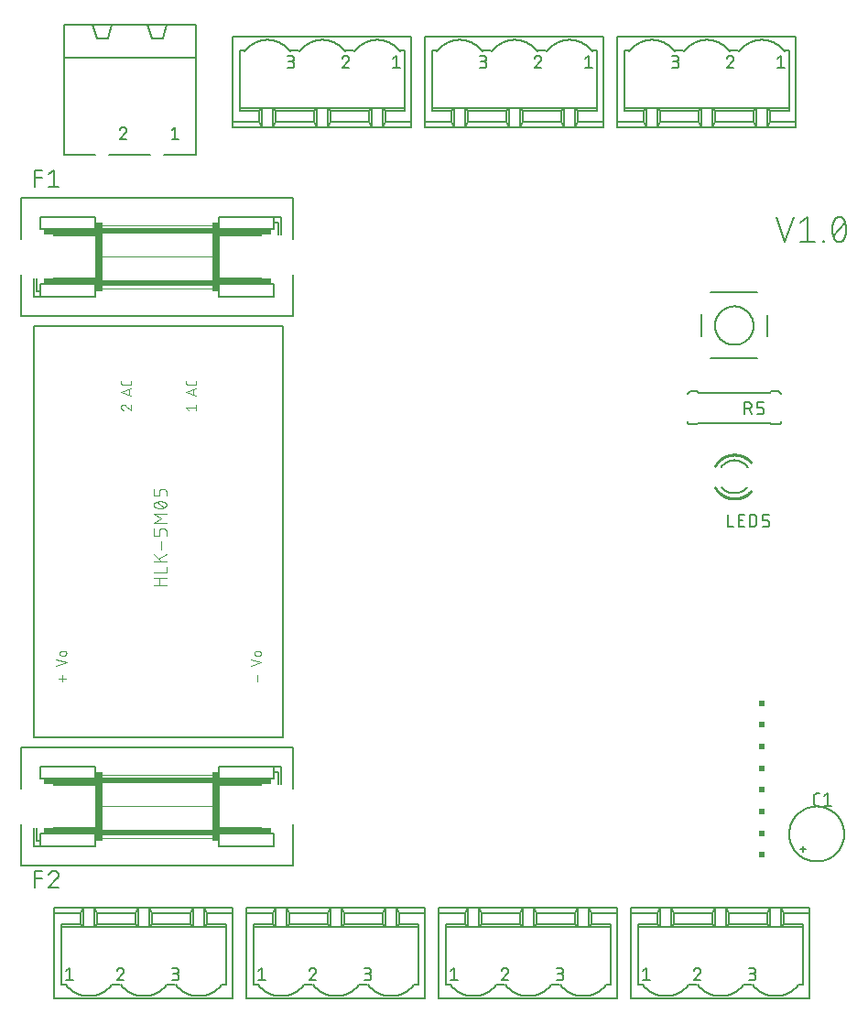
<source format=gbr>
G04 EAGLE Gerber RS-274X export*
G75*
%MOMM*%
%FSLAX34Y34*%
%LPD*%
%INSilkscreen Top*%
%IPPOS*%
%AMOC8*
5,1,8,0,0,1.08239X$1,22.5*%
G01*
%ADD10C,0.203200*%
%ADD11C,0.152400*%
%ADD12C,0.127000*%
%ADD13C,0.050800*%
%ADD14R,0.635000X1.143000*%
%ADD15R,0.635000X4.064000*%
%ADD16R,10.160000X0.508000*%
%ADD17R,3.937000X0.127000*%
%ADD18R,4.826000X0.508000*%
%ADD19C,0.177800*%
%ADD20C,0.254000*%
%ADD21R,0.508000X0.508000*%
%ADD22C,0.101600*%
%ADD23C,0.076200*%


D10*
X737616Y735584D02*
X745405Y712216D01*
X753195Y735584D01*
X759793Y730391D02*
X766284Y735584D01*
X766284Y712216D01*
X759793Y712216D02*
X772775Y712216D01*
X780250Y712216D02*
X780250Y713514D01*
X781548Y713514D01*
X781548Y712216D01*
X780250Y712216D01*
X789023Y723900D02*
X789028Y724360D01*
X789045Y724819D01*
X789072Y725278D01*
X789111Y725736D01*
X789160Y726193D01*
X789220Y726649D01*
X789291Y727103D01*
X789373Y727556D01*
X789466Y728006D01*
X789569Y728454D01*
X789683Y728899D01*
X789808Y729342D01*
X789943Y729781D01*
X790089Y730217D01*
X790245Y730649D01*
X790411Y731078D01*
X790587Y731503D01*
X790774Y731923D01*
X790970Y732338D01*
X790971Y732339D02*
X791016Y732466D01*
X791066Y732592D01*
X791118Y732717D01*
X791175Y732840D01*
X791235Y732962D01*
X791298Y733081D01*
X791364Y733199D01*
X791434Y733315D01*
X791507Y733429D01*
X791583Y733541D01*
X791663Y733651D01*
X791745Y733758D01*
X791831Y733863D01*
X791919Y733966D01*
X792010Y734066D01*
X792104Y734164D01*
X792201Y734258D01*
X792300Y734350D01*
X792402Y734440D01*
X792506Y734526D01*
X792613Y734609D01*
X792722Y734689D01*
X792834Y734767D01*
X792947Y734840D01*
X793062Y734911D01*
X793180Y734979D01*
X793299Y735043D01*
X793420Y735104D01*
X793543Y735161D01*
X793667Y735215D01*
X793793Y735265D01*
X793920Y735312D01*
X794048Y735355D01*
X794178Y735394D01*
X794308Y735430D01*
X794440Y735462D01*
X794572Y735491D01*
X794705Y735515D01*
X794839Y735536D01*
X794974Y735553D01*
X795108Y735567D01*
X795243Y735576D01*
X795379Y735582D01*
X795514Y735584D01*
X795649Y735582D01*
X795785Y735576D01*
X795920Y735567D01*
X796055Y735553D01*
X796189Y735536D01*
X796323Y735515D01*
X796456Y735491D01*
X796588Y735462D01*
X796720Y735430D01*
X796850Y735394D01*
X796980Y735355D01*
X797108Y735312D01*
X797235Y735265D01*
X797361Y735215D01*
X797485Y735161D01*
X797608Y735104D01*
X797729Y735043D01*
X797848Y734979D01*
X797966Y734911D01*
X798081Y734840D01*
X798194Y734766D01*
X798306Y734689D01*
X798415Y734609D01*
X798522Y734526D01*
X798626Y734440D01*
X798728Y734350D01*
X798827Y734258D01*
X798924Y734164D01*
X799018Y734066D01*
X799109Y733966D01*
X799197Y733863D01*
X799283Y733758D01*
X799365Y733651D01*
X799445Y733541D01*
X799521Y733429D01*
X799594Y733315D01*
X799664Y733199D01*
X799730Y733081D01*
X799793Y732962D01*
X799853Y732840D01*
X799910Y732717D01*
X799962Y732592D01*
X800012Y732466D01*
X800057Y732339D01*
X800059Y732339D02*
X800255Y731923D01*
X800442Y731503D01*
X800618Y731078D01*
X800784Y730650D01*
X800940Y730217D01*
X801086Y729781D01*
X801221Y729342D01*
X801346Y728899D01*
X801460Y728454D01*
X801563Y728006D01*
X801656Y727556D01*
X801738Y727103D01*
X801809Y726649D01*
X801869Y726193D01*
X801918Y725736D01*
X801957Y725278D01*
X801984Y724819D01*
X802001Y724360D01*
X802006Y723900D01*
X789024Y723900D02*
X789029Y723440D01*
X789046Y722981D01*
X789073Y722522D01*
X789112Y722064D01*
X789161Y721607D01*
X789221Y721151D01*
X789292Y720697D01*
X789374Y720245D01*
X789467Y719794D01*
X789570Y719346D01*
X789684Y718901D01*
X789809Y718458D01*
X789944Y718019D01*
X790090Y717583D01*
X790246Y717151D01*
X790412Y716722D01*
X790588Y716297D01*
X790775Y715877D01*
X790971Y715462D01*
X790971Y715461D02*
X791016Y715334D01*
X791066Y715208D01*
X791118Y715083D01*
X791175Y714960D01*
X791235Y714838D01*
X791298Y714719D01*
X791364Y714601D01*
X791434Y714485D01*
X791507Y714371D01*
X791583Y714259D01*
X791663Y714149D01*
X791745Y714042D01*
X791831Y713937D01*
X791919Y713834D01*
X792010Y713734D01*
X792104Y713636D01*
X792201Y713542D01*
X792300Y713450D01*
X792402Y713360D01*
X792507Y713274D01*
X792613Y713191D01*
X792722Y713111D01*
X792834Y713033D01*
X792947Y712960D01*
X793062Y712889D01*
X793180Y712821D01*
X793299Y712757D01*
X793420Y712696D01*
X793543Y712639D01*
X793667Y712585D01*
X793793Y712535D01*
X793920Y712488D01*
X794048Y712445D01*
X794178Y712406D01*
X794308Y712370D01*
X794440Y712338D01*
X794572Y712309D01*
X794705Y712285D01*
X794839Y712264D01*
X794974Y712247D01*
X795108Y712233D01*
X795243Y712224D01*
X795379Y712218D01*
X795514Y712216D01*
X800058Y715462D02*
X800254Y715877D01*
X800441Y716297D01*
X800617Y716722D01*
X800783Y717150D01*
X800939Y717583D01*
X801085Y718019D01*
X801220Y718458D01*
X801345Y718901D01*
X801459Y719346D01*
X801562Y719794D01*
X801655Y720244D01*
X801737Y720697D01*
X801808Y721151D01*
X801868Y721607D01*
X801917Y722064D01*
X801956Y722522D01*
X801983Y722981D01*
X802000Y723440D01*
X802005Y723900D01*
X800057Y715461D02*
X800012Y715334D01*
X799962Y715208D01*
X799910Y715083D01*
X799853Y714960D01*
X799793Y714838D01*
X799730Y714719D01*
X799664Y714601D01*
X799594Y714485D01*
X799521Y714371D01*
X799445Y714259D01*
X799365Y714149D01*
X799283Y714042D01*
X799197Y713937D01*
X799109Y713834D01*
X799018Y713734D01*
X798924Y713636D01*
X798827Y713542D01*
X798728Y713450D01*
X798626Y713360D01*
X798522Y713274D01*
X798415Y713191D01*
X798306Y713111D01*
X798194Y713033D01*
X798081Y712960D01*
X797966Y712889D01*
X797848Y712821D01*
X797729Y712757D01*
X797608Y712696D01*
X797485Y712639D01*
X797361Y712585D01*
X797235Y712535D01*
X797108Y712488D01*
X796980Y712445D01*
X796850Y712406D01*
X796720Y712370D01*
X796588Y712338D01*
X796456Y712309D01*
X796323Y712285D01*
X796189Y712264D01*
X796054Y712247D01*
X795920Y712233D01*
X795785Y712224D01*
X795649Y712218D01*
X795514Y712216D01*
X790321Y717409D02*
X800707Y730391D01*
D11*
X762000Y151130D02*
X762000Y148590D01*
X762000Y151130D02*
X764540Y151130D01*
X762000Y151130D02*
X762000Y153670D01*
X762000Y151130D02*
X759460Y151130D01*
X749300Y165100D02*
X749308Y165723D01*
X749331Y166346D01*
X749369Y166969D01*
X749422Y167590D01*
X749491Y168209D01*
X749575Y168827D01*
X749674Y169442D01*
X749788Y170055D01*
X749917Y170665D01*
X750061Y171272D01*
X750220Y171875D01*
X750394Y172473D01*
X750582Y173068D01*
X750785Y173657D01*
X751002Y174241D01*
X751233Y174820D01*
X751479Y175393D01*
X751739Y175960D01*
X752012Y176520D01*
X752299Y177073D01*
X752600Y177620D01*
X752914Y178158D01*
X753241Y178689D01*
X753581Y179211D01*
X753933Y179726D01*
X754299Y180231D01*
X754676Y180727D01*
X755066Y181214D01*
X755467Y181691D01*
X755880Y182158D01*
X756304Y182614D01*
X756739Y183061D01*
X757186Y183496D01*
X757642Y183920D01*
X758109Y184333D01*
X758586Y184734D01*
X759073Y185124D01*
X759569Y185501D01*
X760074Y185867D01*
X760589Y186219D01*
X761111Y186559D01*
X761642Y186886D01*
X762180Y187200D01*
X762727Y187501D01*
X763280Y187788D01*
X763840Y188061D01*
X764407Y188321D01*
X764980Y188567D01*
X765559Y188798D01*
X766143Y189015D01*
X766732Y189218D01*
X767327Y189406D01*
X767925Y189580D01*
X768528Y189739D01*
X769135Y189883D01*
X769745Y190012D01*
X770358Y190126D01*
X770973Y190225D01*
X771591Y190309D01*
X772210Y190378D01*
X772831Y190431D01*
X773454Y190469D01*
X774077Y190492D01*
X774700Y190500D01*
X775323Y190492D01*
X775946Y190469D01*
X776569Y190431D01*
X777190Y190378D01*
X777809Y190309D01*
X778427Y190225D01*
X779042Y190126D01*
X779655Y190012D01*
X780265Y189883D01*
X780872Y189739D01*
X781475Y189580D01*
X782073Y189406D01*
X782668Y189218D01*
X783257Y189015D01*
X783841Y188798D01*
X784420Y188567D01*
X784993Y188321D01*
X785560Y188061D01*
X786120Y187788D01*
X786673Y187501D01*
X787220Y187200D01*
X787758Y186886D01*
X788289Y186559D01*
X788811Y186219D01*
X789326Y185867D01*
X789831Y185501D01*
X790327Y185124D01*
X790814Y184734D01*
X791291Y184333D01*
X791758Y183920D01*
X792214Y183496D01*
X792661Y183061D01*
X793096Y182614D01*
X793520Y182158D01*
X793933Y181691D01*
X794334Y181214D01*
X794724Y180727D01*
X795101Y180231D01*
X795467Y179726D01*
X795819Y179211D01*
X796159Y178689D01*
X796486Y178158D01*
X796800Y177620D01*
X797101Y177073D01*
X797388Y176520D01*
X797661Y175960D01*
X797921Y175393D01*
X798167Y174820D01*
X798398Y174241D01*
X798615Y173657D01*
X798818Y173068D01*
X799006Y172473D01*
X799180Y171875D01*
X799339Y171272D01*
X799483Y170665D01*
X799612Y170055D01*
X799726Y169442D01*
X799825Y168827D01*
X799909Y168209D01*
X799978Y167590D01*
X800031Y166969D01*
X800069Y166346D01*
X800092Y165723D01*
X800100Y165100D01*
X800092Y164477D01*
X800069Y163854D01*
X800031Y163231D01*
X799978Y162610D01*
X799909Y161991D01*
X799825Y161373D01*
X799726Y160758D01*
X799612Y160145D01*
X799483Y159535D01*
X799339Y158928D01*
X799180Y158325D01*
X799006Y157727D01*
X798818Y157132D01*
X798615Y156543D01*
X798398Y155959D01*
X798167Y155380D01*
X797921Y154807D01*
X797661Y154240D01*
X797388Y153680D01*
X797101Y153127D01*
X796800Y152580D01*
X796486Y152042D01*
X796159Y151511D01*
X795819Y150989D01*
X795467Y150474D01*
X795101Y149969D01*
X794724Y149473D01*
X794334Y148986D01*
X793933Y148509D01*
X793520Y148042D01*
X793096Y147586D01*
X792661Y147139D01*
X792214Y146704D01*
X791758Y146280D01*
X791291Y145867D01*
X790814Y145466D01*
X790327Y145076D01*
X789831Y144699D01*
X789326Y144333D01*
X788811Y143981D01*
X788289Y143641D01*
X787758Y143314D01*
X787220Y143000D01*
X786673Y142699D01*
X786120Y142412D01*
X785560Y142139D01*
X784993Y141879D01*
X784420Y141633D01*
X783841Y141402D01*
X783257Y141185D01*
X782668Y140982D01*
X782073Y140794D01*
X781475Y140620D01*
X780872Y140461D01*
X780265Y140317D01*
X779655Y140188D01*
X779042Y140074D01*
X778427Y139975D01*
X777809Y139891D01*
X777190Y139822D01*
X776569Y139769D01*
X775946Y139731D01*
X775323Y139708D01*
X774700Y139700D01*
X774077Y139708D01*
X773454Y139731D01*
X772831Y139769D01*
X772210Y139822D01*
X771591Y139891D01*
X770973Y139975D01*
X770358Y140074D01*
X769745Y140188D01*
X769135Y140317D01*
X768528Y140461D01*
X767925Y140620D01*
X767327Y140794D01*
X766732Y140982D01*
X766143Y141185D01*
X765559Y141402D01*
X764980Y141633D01*
X764407Y141879D01*
X763840Y142139D01*
X763280Y142412D01*
X762727Y142699D01*
X762180Y143000D01*
X761642Y143314D01*
X761111Y143641D01*
X760589Y143981D01*
X760074Y144333D01*
X759569Y144699D01*
X759073Y145076D01*
X758586Y145466D01*
X758109Y145867D01*
X757642Y146280D01*
X757186Y146704D01*
X756739Y147139D01*
X756304Y147586D01*
X755880Y148042D01*
X755467Y148509D01*
X755066Y148986D01*
X754676Y149473D01*
X754299Y149969D01*
X753933Y150474D01*
X753581Y150989D01*
X753241Y151511D01*
X752914Y152042D01*
X752600Y152580D01*
X752299Y153127D01*
X752012Y153680D01*
X751739Y154240D01*
X751479Y154807D01*
X751233Y155380D01*
X751002Y155959D01*
X750785Y156543D01*
X750582Y157132D01*
X750394Y157727D01*
X750220Y158325D01*
X750061Y158928D01*
X749917Y159535D01*
X749788Y160145D01*
X749674Y160758D01*
X749575Y161373D01*
X749491Y161991D01*
X749422Y162610D01*
X749369Y163231D01*
X749331Y163854D01*
X749308Y164477D01*
X749300Y165100D01*
D12*
X774663Y191135D02*
X777203Y191135D01*
X774663Y191135D02*
X774563Y191137D01*
X774464Y191143D01*
X774364Y191153D01*
X774266Y191166D01*
X774167Y191184D01*
X774070Y191205D01*
X773974Y191230D01*
X773878Y191259D01*
X773784Y191292D01*
X773691Y191328D01*
X773600Y191368D01*
X773510Y191412D01*
X773422Y191459D01*
X773336Y191509D01*
X773252Y191563D01*
X773170Y191620D01*
X773091Y191680D01*
X773013Y191744D01*
X772939Y191810D01*
X772867Y191879D01*
X772798Y191951D01*
X772732Y192025D01*
X772668Y192103D01*
X772608Y192182D01*
X772551Y192264D01*
X772497Y192348D01*
X772447Y192434D01*
X772400Y192522D01*
X772356Y192612D01*
X772316Y192703D01*
X772280Y192796D01*
X772247Y192890D01*
X772218Y192986D01*
X772193Y193082D01*
X772172Y193179D01*
X772154Y193278D01*
X772141Y193376D01*
X772131Y193476D01*
X772125Y193575D01*
X772123Y193675D01*
X772123Y200025D01*
X772125Y200125D01*
X772131Y200224D01*
X772141Y200324D01*
X772154Y200422D01*
X772172Y200521D01*
X772193Y200618D01*
X772218Y200714D01*
X772247Y200810D01*
X772280Y200904D01*
X772316Y200997D01*
X772356Y201088D01*
X772400Y201178D01*
X772447Y201266D01*
X772497Y201352D01*
X772551Y201436D01*
X772608Y201518D01*
X772668Y201597D01*
X772732Y201675D01*
X772798Y201749D01*
X772867Y201821D01*
X772939Y201890D01*
X773013Y201956D01*
X773091Y202020D01*
X773170Y202080D01*
X773252Y202137D01*
X773336Y202191D01*
X773422Y202241D01*
X773510Y202288D01*
X773600Y202332D01*
X773691Y202372D01*
X773784Y202408D01*
X773878Y202441D01*
X773974Y202470D01*
X774070Y202495D01*
X774167Y202516D01*
X774266Y202534D01*
X774364Y202547D01*
X774464Y202557D01*
X774563Y202563D01*
X774663Y202565D01*
X777203Y202565D01*
X781685Y200025D02*
X784860Y202565D01*
X784860Y191135D01*
X781685Y191135D02*
X788035Y191135D01*
D10*
X720090Y665480D02*
X676910Y665480D01*
X676910Y604520D02*
X720090Y604520D01*
X728980Y624840D02*
X728980Y644980D01*
X668020Y645280D02*
X668020Y624840D01*
X680720Y635000D02*
X680725Y635436D01*
X680741Y635872D01*
X680768Y636308D01*
X680806Y636743D01*
X680854Y637176D01*
X680912Y637609D01*
X680982Y638040D01*
X681062Y638469D01*
X681152Y638896D01*
X681253Y639320D01*
X681364Y639742D01*
X681486Y640161D01*
X681617Y640577D01*
X681759Y640990D01*
X681911Y641399D01*
X682073Y641804D01*
X682245Y642205D01*
X682427Y642602D01*
X682618Y642994D01*
X682819Y643381D01*
X683030Y643764D01*
X683250Y644141D01*
X683479Y644512D01*
X683716Y644878D01*
X683963Y645238D01*
X684219Y645592D01*
X684483Y645939D01*
X684756Y646280D01*
X685037Y646613D01*
X685326Y646940D01*
X685623Y647260D01*
X685928Y647572D01*
X686240Y647877D01*
X686560Y648174D01*
X686887Y648463D01*
X687220Y648744D01*
X687561Y649017D01*
X687908Y649281D01*
X688262Y649537D01*
X688622Y649784D01*
X688988Y650021D01*
X689359Y650250D01*
X689736Y650470D01*
X690119Y650681D01*
X690506Y650882D01*
X690898Y651073D01*
X691295Y651255D01*
X691696Y651427D01*
X692101Y651589D01*
X692510Y651741D01*
X692923Y651883D01*
X693339Y652014D01*
X693758Y652136D01*
X694180Y652247D01*
X694604Y652348D01*
X695031Y652438D01*
X695460Y652518D01*
X695891Y652588D01*
X696324Y652646D01*
X696757Y652694D01*
X697192Y652732D01*
X697628Y652759D01*
X698064Y652775D01*
X698500Y652780D01*
X698936Y652775D01*
X699372Y652759D01*
X699808Y652732D01*
X700243Y652694D01*
X700676Y652646D01*
X701109Y652588D01*
X701540Y652518D01*
X701969Y652438D01*
X702396Y652348D01*
X702820Y652247D01*
X703242Y652136D01*
X703661Y652014D01*
X704077Y651883D01*
X704490Y651741D01*
X704899Y651589D01*
X705304Y651427D01*
X705705Y651255D01*
X706102Y651073D01*
X706494Y650882D01*
X706881Y650681D01*
X707264Y650470D01*
X707641Y650250D01*
X708012Y650021D01*
X708378Y649784D01*
X708738Y649537D01*
X709092Y649281D01*
X709439Y649017D01*
X709780Y648744D01*
X710113Y648463D01*
X710440Y648174D01*
X710760Y647877D01*
X711072Y647572D01*
X711377Y647260D01*
X711674Y646940D01*
X711963Y646613D01*
X712244Y646280D01*
X712517Y645939D01*
X712781Y645592D01*
X713037Y645238D01*
X713284Y644878D01*
X713521Y644512D01*
X713750Y644141D01*
X713970Y643764D01*
X714181Y643381D01*
X714382Y642994D01*
X714573Y642602D01*
X714755Y642205D01*
X714927Y641804D01*
X715089Y641399D01*
X715241Y640990D01*
X715383Y640577D01*
X715514Y640161D01*
X715636Y639742D01*
X715747Y639320D01*
X715848Y638896D01*
X715938Y638469D01*
X716018Y638040D01*
X716088Y637609D01*
X716146Y637176D01*
X716194Y636743D01*
X716232Y636308D01*
X716259Y635872D01*
X716275Y635436D01*
X716280Y635000D01*
X716275Y634564D01*
X716259Y634128D01*
X716232Y633692D01*
X716194Y633257D01*
X716146Y632824D01*
X716088Y632391D01*
X716018Y631960D01*
X715938Y631531D01*
X715848Y631104D01*
X715747Y630680D01*
X715636Y630258D01*
X715514Y629839D01*
X715383Y629423D01*
X715241Y629010D01*
X715089Y628601D01*
X714927Y628196D01*
X714755Y627795D01*
X714573Y627398D01*
X714382Y627006D01*
X714181Y626619D01*
X713970Y626236D01*
X713750Y625859D01*
X713521Y625488D01*
X713284Y625122D01*
X713037Y624762D01*
X712781Y624408D01*
X712517Y624061D01*
X712244Y623720D01*
X711963Y623387D01*
X711674Y623060D01*
X711377Y622740D01*
X711072Y622428D01*
X710760Y622123D01*
X710440Y621826D01*
X710113Y621537D01*
X709780Y621256D01*
X709439Y620983D01*
X709092Y620719D01*
X708738Y620463D01*
X708378Y620216D01*
X708012Y619979D01*
X707641Y619750D01*
X707264Y619530D01*
X706881Y619319D01*
X706494Y619118D01*
X706102Y618927D01*
X705705Y618745D01*
X705304Y618573D01*
X704899Y618411D01*
X704490Y618259D01*
X704077Y618117D01*
X703661Y617986D01*
X703242Y617864D01*
X702820Y617753D01*
X702396Y617652D01*
X701969Y617562D01*
X701540Y617482D01*
X701109Y617412D01*
X700676Y617354D01*
X700243Y617306D01*
X699808Y617268D01*
X699372Y617241D01*
X698936Y617225D01*
X698500Y617220D01*
X698064Y617225D01*
X697628Y617241D01*
X697192Y617268D01*
X696757Y617306D01*
X696324Y617354D01*
X695891Y617412D01*
X695460Y617482D01*
X695031Y617562D01*
X694604Y617652D01*
X694180Y617753D01*
X693758Y617864D01*
X693339Y617986D01*
X692923Y618117D01*
X692510Y618259D01*
X692101Y618411D01*
X691696Y618573D01*
X691295Y618745D01*
X690898Y618927D01*
X690506Y619118D01*
X690119Y619319D01*
X689736Y619530D01*
X689359Y619750D01*
X688988Y619979D01*
X688622Y620216D01*
X688262Y620463D01*
X687908Y620719D01*
X687561Y620983D01*
X687220Y621256D01*
X686887Y621537D01*
X686560Y621826D01*
X686240Y622123D01*
X685928Y622428D01*
X685623Y622740D01*
X685326Y623060D01*
X685037Y623387D01*
X684756Y623720D01*
X684483Y624061D01*
X684219Y624408D01*
X683963Y624762D01*
X683716Y625122D01*
X683479Y625488D01*
X683250Y625859D01*
X683030Y626236D01*
X682819Y626619D01*
X682618Y627006D01*
X682427Y627398D01*
X682245Y627795D01*
X682073Y628196D01*
X681911Y628601D01*
X681759Y629010D01*
X681617Y629423D01*
X681486Y629839D01*
X681364Y630258D01*
X681253Y630680D01*
X681152Y631104D01*
X681062Y631531D01*
X680982Y631960D01*
X680912Y632391D01*
X680854Y632824D01*
X680806Y633257D01*
X680768Y633692D01*
X680741Y634128D01*
X680725Y634564D01*
X680720Y635000D01*
D11*
X290830Y643890D02*
X39370Y643890D01*
X39370Y753110D02*
X290830Y753110D01*
D13*
X215900Y669290D02*
X114300Y669290D01*
X114300Y727710D02*
X215900Y727710D01*
D11*
X107950Y735330D02*
X57150Y735330D01*
X57150Y666750D02*
X57150Y661670D01*
X57150Y673100D02*
X107950Y673100D01*
X57150Y723900D02*
X57150Y735330D01*
X57150Y723900D02*
X107950Y723900D01*
X107950Y661670D02*
X57150Y661670D01*
X107950Y661670D02*
X107950Y673100D01*
X57150Y661670D02*
X50800Y661670D01*
X50800Y678180D01*
X53340Y678180D02*
X53340Y666750D01*
X57150Y666750D01*
X57150Y673100D01*
X107950Y723900D02*
X107950Y735330D01*
X222250Y661670D02*
X273050Y661670D01*
X273050Y730250D02*
X273050Y735330D01*
X273050Y723900D02*
X222250Y723900D01*
X273050Y673100D02*
X273050Y661670D01*
X273050Y673100D02*
X222250Y673100D01*
X222250Y735330D02*
X273050Y735330D01*
X222250Y735330D02*
X222250Y723900D01*
X273050Y735330D02*
X279400Y735330D01*
X279400Y718820D01*
X276860Y718820D02*
X276860Y730250D01*
X273050Y730250D01*
X273050Y723900D01*
X222250Y673100D02*
X222250Y661670D01*
D13*
X217170Y698500D02*
X113030Y698500D01*
D11*
X290830Y715010D02*
X290830Y753110D01*
X290830Y681990D02*
X290830Y643890D01*
X39370Y715010D02*
X39370Y753110D01*
X39370Y681990D02*
X39370Y643890D01*
D14*
X111125Y672465D03*
X111125Y724535D03*
D15*
X111125Y698500D03*
D14*
X219075Y724535D03*
X219075Y672465D03*
D15*
X219075Y698500D03*
D16*
X165100Y722630D03*
X165100Y674370D03*
D17*
X241935Y678815D03*
X241935Y718185D03*
X88265Y718185D03*
X88265Y678815D03*
D18*
X83820Y675640D03*
X83820Y721360D03*
X246380Y721360D03*
X246380Y675640D03*
D19*
X51689Y762889D02*
X51689Y778891D01*
X58801Y778891D01*
X58801Y771779D02*
X51689Y771779D01*
X64682Y775335D02*
X69127Y778891D01*
X69127Y762889D01*
X64682Y762889D02*
X73572Y762889D01*
D11*
X39370Y135890D02*
X290830Y135890D01*
X290830Y245110D02*
X39370Y245110D01*
D13*
X114300Y161290D02*
X215900Y161290D01*
X215900Y219710D02*
X114300Y219710D01*
D11*
X107950Y227330D02*
X57150Y227330D01*
X57150Y158750D02*
X57150Y153670D01*
X57150Y165100D02*
X107950Y165100D01*
X57150Y215900D02*
X57150Y227330D01*
X57150Y215900D02*
X107950Y215900D01*
X107950Y153670D02*
X57150Y153670D01*
X107950Y153670D02*
X107950Y165100D01*
X57150Y153670D02*
X50800Y153670D01*
X50800Y170180D01*
X53340Y170180D02*
X53340Y158750D01*
X57150Y158750D01*
X57150Y165100D01*
X107950Y215900D02*
X107950Y227330D01*
X222250Y153670D02*
X273050Y153670D01*
X273050Y222250D02*
X273050Y227330D01*
X273050Y215900D02*
X222250Y215900D01*
X273050Y165100D02*
X273050Y153670D01*
X273050Y165100D02*
X222250Y165100D01*
X222250Y227330D02*
X273050Y227330D01*
X222250Y227330D02*
X222250Y215900D01*
X273050Y227330D02*
X279400Y227330D01*
X279400Y210820D01*
X276860Y210820D02*
X276860Y222250D01*
X273050Y222250D01*
X273050Y215900D01*
X222250Y165100D02*
X222250Y153670D01*
D13*
X217170Y190500D02*
X113030Y190500D01*
D11*
X290830Y207010D02*
X290830Y245110D01*
X290830Y173990D02*
X290830Y135890D01*
X39370Y207010D02*
X39370Y245110D01*
X39370Y173990D02*
X39370Y135890D01*
D14*
X111125Y164465D03*
X111125Y216535D03*
D15*
X111125Y190500D03*
D14*
X219075Y216535D03*
X219075Y164465D03*
D15*
X219075Y190500D03*
D16*
X165100Y214630D03*
X165100Y166370D03*
D17*
X241935Y170815D03*
X241935Y210185D03*
X88265Y210185D03*
X88265Y170815D03*
D18*
X83820Y167640D03*
X83820Y213360D03*
X246380Y213360D03*
X246380Y167640D03*
D19*
X51689Y131191D02*
X51689Y115189D01*
X51689Y131191D02*
X58801Y131191D01*
X58801Y124079D02*
X51689Y124079D01*
X69572Y131192D02*
X69698Y131190D01*
X69823Y131184D01*
X69949Y131174D01*
X70073Y131160D01*
X70198Y131143D01*
X70322Y131121D01*
X70445Y131096D01*
X70567Y131066D01*
X70688Y131033D01*
X70808Y130996D01*
X70927Y130955D01*
X71045Y130911D01*
X71161Y130863D01*
X71276Y130811D01*
X71388Y130756D01*
X71499Y130697D01*
X71609Y130635D01*
X71716Y130569D01*
X71821Y130500D01*
X71924Y130428D01*
X72024Y130352D01*
X72122Y130274D01*
X72218Y130192D01*
X72311Y130108D01*
X72401Y130020D01*
X72489Y129930D01*
X72573Y129837D01*
X72655Y129741D01*
X72733Y129643D01*
X72809Y129543D01*
X72881Y129440D01*
X72950Y129335D01*
X73016Y129228D01*
X73078Y129118D01*
X73137Y129007D01*
X73192Y128895D01*
X73244Y128780D01*
X73292Y128664D01*
X73336Y128546D01*
X73377Y128427D01*
X73414Y128307D01*
X73447Y128186D01*
X73477Y128064D01*
X73502Y127941D01*
X73524Y127817D01*
X73541Y127692D01*
X73555Y127568D01*
X73565Y127442D01*
X73571Y127317D01*
X73573Y127191D01*
X69572Y131191D02*
X69431Y131189D01*
X69291Y131183D01*
X69151Y131174D01*
X69011Y131160D01*
X68872Y131143D01*
X68733Y131122D01*
X68594Y131097D01*
X68457Y131069D01*
X68320Y131036D01*
X68184Y131000D01*
X68049Y130960D01*
X67916Y130917D01*
X67783Y130870D01*
X67652Y130819D01*
X67523Y130765D01*
X67395Y130707D01*
X67268Y130646D01*
X67143Y130581D01*
X67021Y130513D01*
X66900Y130442D01*
X66780Y130367D01*
X66664Y130289D01*
X66549Y130208D01*
X66436Y130124D01*
X66326Y130036D01*
X66218Y129946D01*
X66113Y129853D01*
X66011Y129757D01*
X65911Y129658D01*
X65813Y129557D01*
X65719Y129453D01*
X65627Y129346D01*
X65539Y129237D01*
X65453Y129126D01*
X65371Y129012D01*
X65291Y128896D01*
X65215Y128778D01*
X65142Y128658D01*
X65073Y128536D01*
X65006Y128412D01*
X64943Y128286D01*
X64884Y128159D01*
X64828Y128030D01*
X64776Y127900D01*
X64727Y127768D01*
X64682Y127635D01*
X72238Y124079D02*
X72330Y124170D01*
X72420Y124263D01*
X72506Y124358D01*
X72590Y124456D01*
X72670Y124557D01*
X72748Y124660D01*
X72822Y124765D01*
X72893Y124873D01*
X72961Y124982D01*
X73025Y125094D01*
X73087Y125207D01*
X73144Y125322D01*
X73199Y125439D01*
X73250Y125558D01*
X73297Y125678D01*
X73340Y125799D01*
X73380Y125921D01*
X73416Y126045D01*
X73449Y126170D01*
X73478Y126295D01*
X73503Y126422D01*
X73524Y126549D01*
X73541Y126677D01*
X73555Y126805D01*
X73564Y126933D01*
X73570Y127062D01*
X73572Y127191D01*
X72239Y124079D02*
X64682Y115189D01*
X73572Y115189D01*
D11*
X698500Y510540D02*
X698872Y510535D01*
X699243Y510522D01*
X699614Y510499D01*
X699984Y510468D01*
X700353Y510427D01*
X700721Y510377D01*
X701088Y510319D01*
X701453Y510251D01*
X701817Y510175D01*
X702178Y510090D01*
X702537Y509995D01*
X702894Y509893D01*
X703249Y509781D01*
X703600Y509661D01*
X703949Y509533D01*
X704294Y509396D01*
X704636Y509250D01*
X704974Y509097D01*
X705308Y508935D01*
X705638Y508765D01*
X705964Y508587D01*
X706286Y508401D01*
X706603Y508207D01*
X706915Y508006D01*
X707222Y507797D01*
X707524Y507581D01*
X707821Y507357D01*
X708112Y507127D01*
X708397Y506889D01*
X708677Y506644D01*
X708950Y506393D01*
X709217Y506135D01*
X709478Y505871D01*
X709733Y505600D01*
X709980Y505323D01*
X710221Y505040D01*
X710455Y504752D01*
X710682Y504458D01*
X710901Y504158D01*
X698500Y510540D02*
X698128Y510535D01*
X697757Y510522D01*
X697385Y510499D01*
X697015Y510467D01*
X696645Y510427D01*
X696277Y510377D01*
X695909Y510318D01*
X695544Y510251D01*
X695180Y510174D01*
X694818Y510088D01*
X694458Y509994D01*
X694101Y509891D01*
X693746Y509780D01*
X693394Y509659D01*
X693045Y509530D01*
X692700Y509393D01*
X692358Y509247D01*
X692019Y509093D01*
X691684Y508931D01*
X691354Y508761D01*
X691028Y508582D01*
X690706Y508396D01*
X690388Y508202D01*
X690076Y508000D01*
X689769Y507791D01*
X689467Y507574D01*
X689170Y507350D01*
X688878Y507119D01*
X688593Y506881D01*
X688313Y506635D01*
X688040Y506383D01*
X687772Y506125D01*
X687512Y505860D01*
X687257Y505589D01*
X687009Y505311D01*
X686769Y505028D01*
X686535Y504739D01*
X686308Y504444D01*
X698500Y480060D02*
X698865Y480064D01*
X699230Y480077D01*
X699594Y480099D01*
X699957Y480130D01*
X700320Y480169D01*
X700682Y480217D01*
X701042Y480274D01*
X701401Y480339D01*
X701759Y480412D01*
X702114Y480495D01*
X702467Y480585D01*
X702819Y480685D01*
X703167Y480792D01*
X703513Y480908D01*
X703856Y481032D01*
X704196Y481165D01*
X704533Y481305D01*
X704866Y481453D01*
X705196Y481610D01*
X705522Y481774D01*
X705844Y481946D01*
X706161Y482126D01*
X706474Y482313D01*
X706783Y482507D01*
X707087Y482709D01*
X707386Y482919D01*
X707680Y483135D01*
X707968Y483358D01*
X708251Y483588D01*
X708529Y483825D01*
X708801Y484068D01*
X709067Y484318D01*
X709327Y484574D01*
X709580Y484837D01*
X709828Y485105D01*
X710068Y485379D01*
X710303Y485659D01*
X710530Y485944D01*
X698500Y480060D02*
X698135Y480064D01*
X697770Y480077D01*
X697406Y480099D01*
X697043Y480130D01*
X696680Y480169D01*
X696318Y480217D01*
X695958Y480274D01*
X695599Y480339D01*
X695241Y480412D01*
X694886Y480495D01*
X694533Y480585D01*
X694181Y480685D01*
X693833Y480792D01*
X693487Y480908D01*
X693144Y481032D01*
X692804Y481165D01*
X692467Y481305D01*
X692134Y481453D01*
X691804Y481610D01*
X691478Y481774D01*
X691156Y481946D01*
X690839Y482126D01*
X690526Y482313D01*
X690217Y482507D01*
X689913Y482709D01*
X689614Y482919D01*
X689320Y483135D01*
X689032Y483358D01*
X688749Y483588D01*
X688471Y483825D01*
X688199Y484068D01*
X687933Y484318D01*
X687673Y484574D01*
X687420Y484837D01*
X687172Y485105D01*
X686932Y485379D01*
X686697Y485659D01*
X686470Y485944D01*
D20*
X698500Y515620D02*
X698994Y515614D01*
X699488Y515596D01*
X699982Y515566D01*
X700475Y515524D01*
X700966Y515470D01*
X701456Y515404D01*
X701944Y515326D01*
X702431Y515236D01*
X702915Y515135D01*
X703396Y515021D01*
X703874Y514896D01*
X704350Y514760D01*
X704821Y514612D01*
X705289Y514452D01*
X705753Y514281D01*
X706213Y514099D01*
X706668Y513906D01*
X707119Y513702D01*
X707564Y513487D01*
X708004Y513261D01*
X708438Y513024D01*
X708866Y512777D01*
X709288Y512520D01*
X709704Y512252D01*
X710113Y511974D01*
X710515Y511687D01*
X710911Y511390D01*
X711298Y511083D01*
X711679Y510767D01*
X712051Y510442D01*
X712416Y510107D01*
X712772Y509764D01*
X713119Y509413D01*
X713459Y509053D01*
X713789Y508685D01*
X714110Y508309D01*
X698500Y515620D02*
X698012Y515614D01*
X697525Y515597D01*
X697038Y515567D01*
X696551Y515526D01*
X696066Y515474D01*
X695582Y515409D01*
X695100Y515333D01*
X694620Y515246D01*
X694142Y515147D01*
X693667Y515037D01*
X693194Y514915D01*
X692725Y514782D01*
X692258Y514637D01*
X691796Y514482D01*
X691337Y514315D01*
X690882Y514138D01*
X690432Y513949D01*
X689987Y513750D01*
X689546Y513540D01*
X689110Y513320D01*
X688680Y513089D01*
X688256Y512848D01*
X687838Y512597D01*
X687425Y512336D01*
X687019Y512065D01*
X686620Y511785D01*
X686227Y511495D01*
X685842Y511195D01*
X685464Y510886D01*
X685093Y510569D01*
X684731Y510242D01*
X684376Y509907D01*
X684029Y509564D01*
X683691Y509212D01*
X683361Y508853D01*
X683040Y508485D01*
X682727Y508110D01*
X682424Y507727D01*
X682130Y507338D01*
X681846Y506941D01*
X681571Y506538D01*
X681306Y506128D01*
X681051Y505712D01*
X680806Y505290D01*
X680571Y504862D01*
X698500Y474980D02*
X698990Y474986D01*
X699480Y475004D01*
X699969Y475033D01*
X700458Y475075D01*
X700945Y475128D01*
X701431Y475192D01*
X701915Y475269D01*
X702397Y475357D01*
X702877Y475457D01*
X703355Y475568D01*
X703829Y475691D01*
X704301Y475826D01*
X704769Y475971D01*
X705233Y476128D01*
X705694Y476296D01*
X706150Y476475D01*
X706602Y476665D01*
X707049Y476866D01*
X707491Y477078D01*
X707928Y477300D01*
X708360Y477532D01*
X708786Y477775D01*
X709205Y478029D01*
X709619Y478292D01*
X710026Y478565D01*
X710426Y478848D01*
X710820Y479141D01*
X711206Y479442D01*
X711585Y479754D01*
X711956Y480074D01*
X712319Y480403D01*
X712675Y480740D01*
X713022Y481087D01*
X713360Y481441D01*
X713690Y481804D01*
X714012Y482174D01*
X698500Y474980D02*
X698003Y474986D01*
X697506Y475004D01*
X697010Y475035D01*
X696515Y475077D01*
X696021Y475132D01*
X695528Y475198D01*
X695038Y475277D01*
X694549Y475368D01*
X694063Y475470D01*
X693579Y475585D01*
X693099Y475711D01*
X692621Y475849D01*
X692147Y475998D01*
X691677Y476159D01*
X691211Y476332D01*
X690749Y476516D01*
X690292Y476711D01*
X689840Y476917D01*
X689393Y477134D01*
X688952Y477363D01*
X688516Y477601D01*
X688086Y477851D01*
X687663Y478111D01*
X687245Y478381D01*
X686835Y478661D01*
X686432Y478951D01*
X686035Y479251D01*
X685647Y479561D01*
X685266Y479880D01*
X684893Y480208D01*
X684528Y480545D01*
X684171Y480891D01*
X683823Y481246D01*
X683484Y481609D01*
X683153Y481980D01*
X682832Y482360D01*
X682520Y482747D01*
X682218Y483141D01*
X681926Y483543D01*
X681643Y483952D01*
X681371Y484367D01*
X681108Y484790D01*
X680857Y485218D01*
D12*
X692785Y460375D02*
X692785Y448945D01*
X697865Y448945D01*
X702691Y448945D02*
X707771Y448945D01*
X702691Y448945D02*
X702691Y460375D01*
X707771Y460375D01*
X706501Y455295D02*
X702691Y455295D01*
X712572Y460375D02*
X712572Y448945D01*
X712572Y460375D02*
X715747Y460375D01*
X715858Y460373D01*
X715968Y460367D01*
X716079Y460358D01*
X716189Y460344D01*
X716298Y460327D01*
X716407Y460306D01*
X716515Y460281D01*
X716622Y460252D01*
X716728Y460220D01*
X716833Y460184D01*
X716936Y460144D01*
X717038Y460101D01*
X717139Y460054D01*
X717238Y460003D01*
X717335Y459950D01*
X717429Y459893D01*
X717522Y459832D01*
X717613Y459769D01*
X717702Y459702D01*
X717788Y459632D01*
X717871Y459559D01*
X717953Y459484D01*
X718031Y459406D01*
X718106Y459324D01*
X718179Y459241D01*
X718249Y459155D01*
X718316Y459066D01*
X718379Y458975D01*
X718440Y458882D01*
X718497Y458788D01*
X718550Y458691D01*
X718601Y458592D01*
X718648Y458491D01*
X718691Y458389D01*
X718731Y458286D01*
X718767Y458181D01*
X718799Y458075D01*
X718828Y457968D01*
X718853Y457860D01*
X718874Y457751D01*
X718891Y457642D01*
X718905Y457532D01*
X718914Y457421D01*
X718920Y457311D01*
X718922Y457200D01*
X718922Y452120D01*
X718920Y452009D01*
X718914Y451899D01*
X718905Y451788D01*
X718891Y451678D01*
X718874Y451569D01*
X718853Y451460D01*
X718828Y451352D01*
X718799Y451245D01*
X718767Y451139D01*
X718731Y451034D01*
X718691Y450931D01*
X718648Y450829D01*
X718601Y450728D01*
X718550Y450629D01*
X718497Y450532D01*
X718440Y450438D01*
X718379Y450345D01*
X718316Y450254D01*
X718249Y450165D01*
X718179Y450079D01*
X718106Y449996D01*
X718031Y449914D01*
X717953Y449836D01*
X717871Y449761D01*
X717788Y449688D01*
X717702Y449618D01*
X717613Y449551D01*
X717522Y449488D01*
X717429Y449427D01*
X717335Y449370D01*
X717238Y449317D01*
X717139Y449266D01*
X717038Y449219D01*
X716936Y449176D01*
X716833Y449136D01*
X716728Y449100D01*
X716622Y449068D01*
X716515Y449039D01*
X716407Y449014D01*
X716298Y448993D01*
X716189Y448976D01*
X716079Y448962D01*
X715968Y448953D01*
X715858Y448947D01*
X715747Y448945D01*
X712572Y448945D01*
X724383Y448945D02*
X728193Y448945D01*
X728293Y448947D01*
X728392Y448953D01*
X728492Y448963D01*
X728590Y448976D01*
X728689Y448994D01*
X728786Y449015D01*
X728882Y449040D01*
X728978Y449069D01*
X729072Y449102D01*
X729165Y449138D01*
X729256Y449178D01*
X729346Y449222D01*
X729434Y449269D01*
X729520Y449319D01*
X729604Y449373D01*
X729686Y449430D01*
X729765Y449490D01*
X729843Y449554D01*
X729917Y449620D01*
X729989Y449689D01*
X730058Y449761D01*
X730124Y449835D01*
X730188Y449913D01*
X730248Y449992D01*
X730305Y450074D01*
X730359Y450158D01*
X730409Y450244D01*
X730456Y450332D01*
X730500Y450422D01*
X730540Y450513D01*
X730576Y450606D01*
X730609Y450700D01*
X730638Y450796D01*
X730663Y450892D01*
X730684Y450989D01*
X730702Y451088D01*
X730715Y451186D01*
X730725Y451286D01*
X730731Y451385D01*
X730733Y451485D01*
X730733Y452755D01*
X730731Y452855D01*
X730725Y452954D01*
X730715Y453054D01*
X730702Y453152D01*
X730684Y453251D01*
X730663Y453348D01*
X730638Y453444D01*
X730609Y453540D01*
X730576Y453634D01*
X730540Y453727D01*
X730500Y453818D01*
X730456Y453908D01*
X730409Y453996D01*
X730359Y454082D01*
X730305Y454166D01*
X730248Y454248D01*
X730188Y454327D01*
X730124Y454405D01*
X730058Y454479D01*
X729989Y454551D01*
X729917Y454620D01*
X729843Y454686D01*
X729765Y454750D01*
X729686Y454810D01*
X729604Y454867D01*
X729520Y454921D01*
X729434Y454971D01*
X729346Y455018D01*
X729256Y455062D01*
X729165Y455102D01*
X729072Y455138D01*
X728978Y455171D01*
X728882Y455200D01*
X728786Y455225D01*
X728689Y455246D01*
X728590Y455264D01*
X728492Y455277D01*
X728392Y455287D01*
X728293Y455293D01*
X728193Y455295D01*
X724383Y455295D01*
X724383Y460375D01*
X730733Y460375D01*
D11*
X655320Y571500D02*
X655322Y571600D01*
X655328Y571699D01*
X655338Y571799D01*
X655351Y571897D01*
X655369Y571996D01*
X655390Y572093D01*
X655415Y572189D01*
X655444Y572285D01*
X655477Y572379D01*
X655513Y572472D01*
X655553Y572563D01*
X655597Y572653D01*
X655644Y572741D01*
X655694Y572827D01*
X655748Y572911D01*
X655805Y572993D01*
X655865Y573072D01*
X655929Y573150D01*
X655995Y573224D01*
X656064Y573296D01*
X656136Y573365D01*
X656210Y573431D01*
X656288Y573495D01*
X656367Y573555D01*
X656449Y573612D01*
X656533Y573666D01*
X656619Y573716D01*
X656707Y573763D01*
X656797Y573807D01*
X656888Y573847D01*
X656981Y573883D01*
X657075Y573916D01*
X657171Y573945D01*
X657267Y573970D01*
X657364Y573991D01*
X657463Y574009D01*
X657561Y574022D01*
X657661Y574032D01*
X657760Y574038D01*
X657860Y574040D01*
X655320Y546100D02*
X655322Y546000D01*
X655328Y545901D01*
X655338Y545801D01*
X655351Y545703D01*
X655369Y545604D01*
X655390Y545507D01*
X655415Y545411D01*
X655444Y545315D01*
X655477Y545221D01*
X655513Y545128D01*
X655553Y545037D01*
X655597Y544947D01*
X655644Y544859D01*
X655694Y544773D01*
X655748Y544689D01*
X655805Y544607D01*
X655865Y544528D01*
X655929Y544450D01*
X655995Y544376D01*
X656064Y544304D01*
X656136Y544235D01*
X656210Y544169D01*
X656288Y544105D01*
X656367Y544045D01*
X656449Y543988D01*
X656533Y543934D01*
X656619Y543884D01*
X656707Y543837D01*
X656797Y543793D01*
X656888Y543753D01*
X656981Y543717D01*
X657075Y543684D01*
X657171Y543655D01*
X657267Y543630D01*
X657364Y543609D01*
X657463Y543591D01*
X657561Y543578D01*
X657661Y543568D01*
X657760Y543562D01*
X657860Y543560D01*
X739140Y543560D02*
X739240Y543562D01*
X739339Y543568D01*
X739439Y543578D01*
X739537Y543591D01*
X739636Y543609D01*
X739733Y543630D01*
X739829Y543655D01*
X739925Y543684D01*
X740019Y543717D01*
X740112Y543753D01*
X740203Y543793D01*
X740293Y543837D01*
X740381Y543884D01*
X740467Y543934D01*
X740551Y543988D01*
X740633Y544045D01*
X740712Y544105D01*
X740790Y544169D01*
X740864Y544235D01*
X740936Y544304D01*
X741005Y544376D01*
X741071Y544450D01*
X741135Y544528D01*
X741195Y544607D01*
X741252Y544689D01*
X741306Y544773D01*
X741356Y544859D01*
X741403Y544947D01*
X741447Y545037D01*
X741487Y545128D01*
X741523Y545221D01*
X741556Y545315D01*
X741585Y545411D01*
X741610Y545507D01*
X741631Y545604D01*
X741649Y545703D01*
X741662Y545801D01*
X741672Y545901D01*
X741678Y546000D01*
X741680Y546100D01*
X741680Y571500D02*
X741678Y571600D01*
X741672Y571699D01*
X741662Y571799D01*
X741649Y571897D01*
X741631Y571996D01*
X741610Y572093D01*
X741585Y572189D01*
X741556Y572285D01*
X741523Y572379D01*
X741487Y572472D01*
X741447Y572563D01*
X741403Y572653D01*
X741356Y572741D01*
X741306Y572827D01*
X741252Y572911D01*
X741195Y572993D01*
X741135Y573072D01*
X741071Y573150D01*
X741005Y573224D01*
X740936Y573296D01*
X740864Y573365D01*
X740790Y573431D01*
X740712Y573495D01*
X740633Y573555D01*
X740551Y573612D01*
X740467Y573666D01*
X740381Y573716D01*
X740293Y573763D01*
X740203Y573807D01*
X740112Y573847D01*
X740019Y573883D01*
X739925Y573916D01*
X739829Y573945D01*
X739733Y573970D01*
X739636Y573991D01*
X739537Y574009D01*
X739439Y574022D01*
X739339Y574032D01*
X739240Y574038D01*
X739140Y574040D01*
X664210Y574040D02*
X657860Y574040D01*
X664210Y574040D02*
X665480Y572770D01*
X664210Y543560D02*
X657860Y543560D01*
X664210Y543560D02*
X665480Y544830D01*
X731520Y572770D02*
X732790Y574040D01*
X731520Y572770D02*
X665480Y572770D01*
X731520Y544830D02*
X732790Y543560D01*
X731520Y544830D02*
X665480Y544830D01*
X732790Y574040D02*
X739140Y574040D01*
X739140Y543560D02*
X732790Y543560D01*
D12*
X708025Y553085D02*
X708025Y564515D01*
X711200Y564515D01*
X711311Y564513D01*
X711421Y564507D01*
X711532Y564498D01*
X711642Y564484D01*
X711751Y564467D01*
X711860Y564446D01*
X711968Y564421D01*
X712075Y564392D01*
X712181Y564360D01*
X712286Y564324D01*
X712389Y564284D01*
X712491Y564241D01*
X712592Y564194D01*
X712691Y564143D01*
X712788Y564090D01*
X712882Y564033D01*
X712975Y563972D01*
X713066Y563909D01*
X713155Y563842D01*
X713241Y563772D01*
X713324Y563699D01*
X713406Y563624D01*
X713484Y563546D01*
X713559Y563464D01*
X713632Y563381D01*
X713702Y563295D01*
X713769Y563206D01*
X713832Y563115D01*
X713893Y563022D01*
X713950Y562927D01*
X714003Y562831D01*
X714054Y562732D01*
X714101Y562631D01*
X714144Y562529D01*
X714184Y562426D01*
X714220Y562321D01*
X714252Y562215D01*
X714281Y562108D01*
X714306Y562000D01*
X714327Y561891D01*
X714344Y561782D01*
X714358Y561672D01*
X714367Y561561D01*
X714373Y561451D01*
X714375Y561340D01*
X714373Y561229D01*
X714367Y561119D01*
X714358Y561008D01*
X714344Y560898D01*
X714327Y560789D01*
X714306Y560680D01*
X714281Y560572D01*
X714252Y560465D01*
X714220Y560359D01*
X714184Y560254D01*
X714144Y560151D01*
X714101Y560049D01*
X714054Y559948D01*
X714003Y559849D01*
X713950Y559753D01*
X713893Y559658D01*
X713832Y559565D01*
X713769Y559474D01*
X713702Y559385D01*
X713632Y559299D01*
X713559Y559216D01*
X713484Y559134D01*
X713406Y559056D01*
X713324Y558981D01*
X713241Y558908D01*
X713155Y558838D01*
X713066Y558771D01*
X712975Y558708D01*
X712882Y558647D01*
X712788Y558590D01*
X712691Y558537D01*
X712592Y558486D01*
X712491Y558439D01*
X712389Y558396D01*
X712286Y558356D01*
X712181Y558320D01*
X712075Y558288D01*
X711968Y558259D01*
X711860Y558234D01*
X711751Y558213D01*
X711642Y558196D01*
X711532Y558182D01*
X711421Y558173D01*
X711311Y558167D01*
X711200Y558165D01*
X708025Y558165D01*
X711835Y558165D02*
X714375Y553085D01*
X719372Y553085D02*
X723182Y553085D01*
X723282Y553087D01*
X723381Y553093D01*
X723481Y553103D01*
X723579Y553116D01*
X723678Y553134D01*
X723775Y553155D01*
X723871Y553180D01*
X723967Y553209D01*
X724061Y553242D01*
X724154Y553278D01*
X724245Y553318D01*
X724335Y553362D01*
X724423Y553409D01*
X724509Y553459D01*
X724593Y553513D01*
X724675Y553570D01*
X724754Y553630D01*
X724832Y553694D01*
X724906Y553760D01*
X724978Y553829D01*
X725047Y553901D01*
X725113Y553975D01*
X725177Y554053D01*
X725237Y554132D01*
X725294Y554214D01*
X725348Y554298D01*
X725398Y554384D01*
X725445Y554472D01*
X725489Y554562D01*
X725529Y554653D01*
X725565Y554746D01*
X725598Y554840D01*
X725627Y554936D01*
X725652Y555032D01*
X725673Y555129D01*
X725691Y555228D01*
X725704Y555326D01*
X725714Y555426D01*
X725720Y555525D01*
X725722Y555625D01*
X725722Y556895D01*
X725720Y556995D01*
X725714Y557094D01*
X725704Y557194D01*
X725691Y557292D01*
X725673Y557391D01*
X725652Y557488D01*
X725627Y557584D01*
X725598Y557680D01*
X725565Y557774D01*
X725529Y557867D01*
X725489Y557958D01*
X725445Y558048D01*
X725398Y558136D01*
X725348Y558222D01*
X725294Y558306D01*
X725237Y558388D01*
X725177Y558467D01*
X725113Y558545D01*
X725047Y558619D01*
X724978Y558691D01*
X724906Y558760D01*
X724832Y558826D01*
X724754Y558890D01*
X724675Y558950D01*
X724593Y559007D01*
X724509Y559061D01*
X724423Y559111D01*
X724335Y559158D01*
X724245Y559202D01*
X724154Y559242D01*
X724061Y559278D01*
X723967Y559311D01*
X723871Y559340D01*
X723775Y559365D01*
X723678Y559386D01*
X723579Y559404D01*
X723481Y559417D01*
X723381Y559427D01*
X723282Y559433D01*
X723182Y559435D01*
X719372Y559435D01*
X719372Y564515D01*
X725722Y564515D01*
D21*
X723900Y145900D03*
X723900Y165900D03*
X723900Y185900D03*
X723900Y205900D03*
X723900Y225900D03*
X723900Y245900D03*
X723900Y265900D03*
X723900Y285900D03*
D12*
X281100Y634500D02*
X51100Y634500D01*
X51100Y254500D01*
X281100Y254500D01*
X281100Y634500D01*
D22*
X173292Y394824D02*
X161608Y394824D01*
X166801Y394824D02*
X166801Y401315D01*
X161608Y401315D02*
X173292Y401315D01*
X173292Y407039D02*
X161608Y407039D01*
X173292Y407039D02*
X173292Y412231D01*
X173292Y417091D02*
X161608Y417091D01*
X161608Y423582D02*
X168748Y417091D01*
X166152Y419688D02*
X173292Y423582D01*
X168748Y428084D02*
X168748Y435873D01*
X173292Y440925D02*
X173292Y444820D01*
X173290Y444919D01*
X173284Y445019D01*
X173275Y445118D01*
X173262Y445216D01*
X173245Y445314D01*
X173224Y445412D01*
X173199Y445508D01*
X173171Y445603D01*
X173139Y445697D01*
X173104Y445790D01*
X173065Y445882D01*
X173022Y445972D01*
X172977Y446060D01*
X172927Y446147D01*
X172875Y446231D01*
X172819Y446314D01*
X172761Y446394D01*
X172699Y446472D01*
X172634Y446547D01*
X172566Y446620D01*
X172496Y446690D01*
X172423Y446758D01*
X172348Y446823D01*
X172270Y446885D01*
X172190Y446943D01*
X172107Y446999D01*
X172023Y447051D01*
X171936Y447101D01*
X171848Y447146D01*
X171758Y447189D01*
X171666Y447228D01*
X171573Y447263D01*
X171479Y447295D01*
X171384Y447323D01*
X171288Y447348D01*
X171190Y447369D01*
X171092Y447386D01*
X170994Y447399D01*
X170895Y447408D01*
X170795Y447414D01*
X170696Y447416D01*
X169397Y447416D01*
X169298Y447414D01*
X169198Y447408D01*
X169099Y447399D01*
X169001Y447386D01*
X168903Y447369D01*
X168805Y447348D01*
X168709Y447323D01*
X168614Y447295D01*
X168520Y447263D01*
X168427Y447228D01*
X168335Y447189D01*
X168245Y447146D01*
X168157Y447101D01*
X168070Y447051D01*
X167986Y446999D01*
X167903Y446943D01*
X167823Y446885D01*
X167745Y446823D01*
X167670Y446758D01*
X167597Y446690D01*
X167527Y446620D01*
X167459Y446547D01*
X167394Y446472D01*
X167332Y446394D01*
X167274Y446314D01*
X167218Y446231D01*
X167166Y446147D01*
X167116Y446060D01*
X167071Y445972D01*
X167028Y445882D01*
X166989Y445790D01*
X166954Y445697D01*
X166922Y445603D01*
X166894Y445508D01*
X166869Y445412D01*
X166848Y445314D01*
X166831Y445216D01*
X166818Y445118D01*
X166809Y445019D01*
X166803Y444919D01*
X166801Y444820D01*
X166801Y440925D01*
X161608Y440925D01*
X161608Y447416D01*
X161608Y452849D02*
X173292Y452849D01*
X168099Y456744D02*
X161608Y452849D01*
X168099Y456744D02*
X161608Y460638D01*
X173292Y460638D01*
X167450Y466071D02*
X167220Y466074D01*
X166990Y466082D01*
X166761Y466096D01*
X166532Y466115D01*
X166303Y466140D01*
X166075Y466170D01*
X165848Y466205D01*
X165622Y466246D01*
X165397Y466292D01*
X165173Y466344D01*
X164950Y466401D01*
X164729Y466463D01*
X164509Y466531D01*
X164291Y466604D01*
X164075Y466682D01*
X163861Y466765D01*
X163649Y466853D01*
X163438Y466946D01*
X163231Y467045D01*
X163231Y467044D02*
X163141Y467077D01*
X163052Y467113D01*
X162964Y467153D01*
X162879Y467197D01*
X162795Y467244D01*
X162713Y467294D01*
X162633Y467348D01*
X162556Y467404D01*
X162480Y467464D01*
X162407Y467527D01*
X162337Y467592D01*
X162269Y467661D01*
X162205Y467732D01*
X162143Y467805D01*
X162084Y467881D01*
X162028Y467959D01*
X161975Y468040D01*
X161926Y468122D01*
X161880Y468206D01*
X161837Y468293D01*
X161798Y468380D01*
X161762Y468470D01*
X161730Y468560D01*
X161702Y468652D01*
X161677Y468745D01*
X161656Y468839D01*
X161639Y468933D01*
X161625Y469028D01*
X161616Y469124D01*
X161610Y469220D01*
X161608Y469316D01*
X161610Y469412D01*
X161616Y469508D01*
X161625Y469604D01*
X161639Y469699D01*
X161656Y469793D01*
X161677Y469887D01*
X161702Y469980D01*
X161730Y470072D01*
X161762Y470162D01*
X161798Y470252D01*
X161837Y470340D01*
X161880Y470426D01*
X161926Y470510D01*
X161975Y470592D01*
X162028Y470673D01*
X162084Y470751D01*
X162143Y470827D01*
X162205Y470900D01*
X162269Y470971D01*
X162337Y471040D01*
X162407Y471105D01*
X162480Y471168D01*
X162556Y471228D01*
X162633Y471284D01*
X162713Y471338D01*
X162795Y471388D01*
X162879Y471435D01*
X162964Y471479D01*
X163052Y471519D01*
X163141Y471555D01*
X163231Y471588D01*
X163438Y471687D01*
X163649Y471780D01*
X163861Y471868D01*
X164075Y471951D01*
X164291Y472029D01*
X164509Y472102D01*
X164729Y472170D01*
X164950Y472232D01*
X165173Y472289D01*
X165397Y472341D01*
X165622Y472387D01*
X165848Y472428D01*
X166075Y472463D01*
X166303Y472493D01*
X166532Y472518D01*
X166761Y472537D01*
X166990Y472551D01*
X167220Y472559D01*
X167450Y472562D01*
X167450Y466071D02*
X167680Y466074D01*
X167910Y466082D01*
X168139Y466096D01*
X168368Y466115D01*
X168597Y466140D01*
X168825Y466170D01*
X169052Y466205D01*
X169278Y466246D01*
X169503Y466292D01*
X169727Y466344D01*
X169950Y466401D01*
X170171Y466463D01*
X170391Y466531D01*
X170609Y466604D01*
X170825Y466682D01*
X171039Y466765D01*
X171251Y466853D01*
X171462Y466946D01*
X171669Y467045D01*
X171669Y467044D02*
X171759Y467077D01*
X171848Y467113D01*
X171936Y467154D01*
X172021Y467197D01*
X172105Y467244D01*
X172187Y467294D01*
X172267Y467348D01*
X172344Y467404D01*
X172420Y467464D01*
X172493Y467527D01*
X172563Y467592D01*
X172631Y467661D01*
X172695Y467732D01*
X172757Y467805D01*
X172816Y467881D01*
X172872Y467959D01*
X172925Y468040D01*
X172974Y468122D01*
X173020Y468206D01*
X173063Y468293D01*
X173102Y468380D01*
X173138Y468470D01*
X173170Y468560D01*
X173198Y468652D01*
X173223Y468745D01*
X173244Y468839D01*
X173261Y468933D01*
X173275Y469028D01*
X173284Y469124D01*
X173290Y469220D01*
X173292Y469316D01*
X171669Y471588D02*
X171462Y471687D01*
X171251Y471780D01*
X171039Y471868D01*
X170825Y471951D01*
X170609Y472029D01*
X170391Y472102D01*
X170171Y472170D01*
X169950Y472232D01*
X169727Y472289D01*
X169503Y472341D01*
X169278Y472387D01*
X169052Y472428D01*
X168825Y472463D01*
X168597Y472493D01*
X168368Y472518D01*
X168139Y472537D01*
X167910Y472551D01*
X167680Y472559D01*
X167450Y472562D01*
X171669Y471588D02*
X171759Y471555D01*
X171848Y471519D01*
X171936Y471479D01*
X172021Y471435D01*
X172105Y471388D01*
X172187Y471338D01*
X172267Y471284D01*
X172344Y471228D01*
X172420Y471168D01*
X172493Y471105D01*
X172563Y471040D01*
X172631Y470971D01*
X172695Y470900D01*
X172757Y470827D01*
X172816Y470751D01*
X172872Y470673D01*
X172925Y470592D01*
X172974Y470510D01*
X173020Y470426D01*
X173063Y470339D01*
X173102Y470252D01*
X173138Y470162D01*
X173170Y470072D01*
X173198Y469980D01*
X173223Y469887D01*
X173244Y469793D01*
X173261Y469699D01*
X173275Y469604D01*
X173284Y469508D01*
X173290Y469412D01*
X173292Y469316D01*
X170696Y466720D02*
X164204Y471913D01*
X173292Y477501D02*
X173292Y481396D01*
X173290Y481495D01*
X173284Y481595D01*
X173275Y481694D01*
X173262Y481792D01*
X173245Y481890D01*
X173224Y481988D01*
X173199Y482084D01*
X173171Y482179D01*
X173139Y482273D01*
X173104Y482366D01*
X173065Y482458D01*
X173022Y482548D01*
X172977Y482636D01*
X172927Y482723D01*
X172875Y482807D01*
X172819Y482890D01*
X172761Y482970D01*
X172699Y483048D01*
X172634Y483123D01*
X172566Y483196D01*
X172496Y483266D01*
X172423Y483334D01*
X172348Y483399D01*
X172270Y483461D01*
X172190Y483519D01*
X172107Y483575D01*
X172023Y483627D01*
X171936Y483677D01*
X171848Y483722D01*
X171758Y483765D01*
X171666Y483804D01*
X171573Y483839D01*
X171479Y483871D01*
X171384Y483899D01*
X171288Y483924D01*
X171190Y483945D01*
X171092Y483962D01*
X170994Y483975D01*
X170895Y483984D01*
X170795Y483990D01*
X170696Y483992D01*
X169397Y483992D01*
X169298Y483990D01*
X169198Y483984D01*
X169099Y483975D01*
X169001Y483962D01*
X168903Y483945D01*
X168805Y483924D01*
X168709Y483899D01*
X168614Y483871D01*
X168520Y483839D01*
X168427Y483804D01*
X168335Y483765D01*
X168245Y483722D01*
X168157Y483677D01*
X168070Y483627D01*
X167986Y483575D01*
X167903Y483519D01*
X167823Y483461D01*
X167745Y483399D01*
X167670Y483334D01*
X167597Y483266D01*
X167527Y483196D01*
X167459Y483123D01*
X167394Y483048D01*
X167332Y482970D01*
X167274Y482890D01*
X167218Y482807D01*
X167166Y482723D01*
X167116Y482636D01*
X167071Y482548D01*
X167028Y482458D01*
X166989Y482366D01*
X166954Y482273D01*
X166922Y482179D01*
X166894Y482084D01*
X166869Y481988D01*
X166848Y481890D01*
X166831Y481792D01*
X166818Y481694D01*
X166809Y481595D01*
X166803Y481495D01*
X166801Y481396D01*
X166801Y477501D01*
X161608Y477501D01*
X161608Y483992D01*
D23*
X193569Y556803D02*
X191481Y559414D01*
X200879Y559414D01*
X200879Y562024D02*
X200879Y556803D01*
X200879Y570302D02*
X191481Y573434D01*
X200879Y576567D01*
X198530Y575784D02*
X198530Y571085D01*
X200879Y582031D02*
X200879Y584119D01*
X200879Y582031D02*
X200877Y581942D01*
X200871Y581854D01*
X200862Y581766D01*
X200849Y581678D01*
X200832Y581591D01*
X200812Y581505D01*
X200787Y581420D01*
X200760Y581335D01*
X200728Y581252D01*
X200694Y581171D01*
X200655Y581091D01*
X200614Y581013D01*
X200569Y580936D01*
X200521Y580862D01*
X200470Y580789D01*
X200416Y580719D01*
X200358Y580652D01*
X200298Y580586D01*
X200236Y580524D01*
X200170Y580464D01*
X200103Y580406D01*
X200033Y580352D01*
X199960Y580301D01*
X199886Y580253D01*
X199809Y580208D01*
X199731Y580167D01*
X199651Y580128D01*
X199570Y580094D01*
X199487Y580062D01*
X199402Y580035D01*
X199317Y580010D01*
X199231Y579990D01*
X199144Y579973D01*
X199056Y579960D01*
X198968Y579951D01*
X198880Y579945D01*
X198791Y579943D01*
X198791Y579942D02*
X193569Y579942D01*
X193478Y579944D01*
X193387Y579950D01*
X193296Y579960D01*
X193206Y579974D01*
X193117Y579992D01*
X193028Y580013D01*
X192941Y580039D01*
X192855Y580068D01*
X192770Y580101D01*
X192686Y580138D01*
X192604Y580178D01*
X192525Y580222D01*
X192447Y580269D01*
X192371Y580320D01*
X192297Y580374D01*
X192226Y580431D01*
X192158Y580491D01*
X192092Y580554D01*
X192029Y580620D01*
X191969Y580688D01*
X191912Y580759D01*
X191858Y580833D01*
X191807Y580909D01*
X191760Y580986D01*
X191716Y581066D01*
X191676Y581148D01*
X191639Y581232D01*
X191606Y581316D01*
X191577Y581403D01*
X191551Y581490D01*
X191530Y581579D01*
X191512Y581668D01*
X191498Y581758D01*
X191488Y581849D01*
X191482Y581940D01*
X191480Y582031D01*
X191481Y582031D02*
X191481Y584119D01*
X133831Y562025D02*
X133736Y562023D01*
X133642Y562017D01*
X133548Y562008D01*
X133454Y561995D01*
X133361Y561978D01*
X133269Y561957D01*
X133177Y561932D01*
X133087Y561904D01*
X132998Y561872D01*
X132910Y561837D01*
X132824Y561798D01*
X132739Y561756D01*
X132656Y561710D01*
X132575Y561661D01*
X132496Y561609D01*
X132419Y561554D01*
X132345Y561495D01*
X132273Y561434D01*
X132203Y561370D01*
X132136Y561303D01*
X132072Y561233D01*
X132011Y561161D01*
X131952Y561087D01*
X131897Y561010D01*
X131845Y560931D01*
X131796Y560850D01*
X131750Y560767D01*
X131708Y560682D01*
X131669Y560596D01*
X131634Y560508D01*
X131602Y560419D01*
X131574Y560329D01*
X131549Y560237D01*
X131528Y560145D01*
X131511Y560052D01*
X131498Y559958D01*
X131489Y559864D01*
X131483Y559770D01*
X131481Y559675D01*
X131483Y559567D01*
X131489Y559458D01*
X131499Y559350D01*
X131512Y559243D01*
X131530Y559136D01*
X131551Y559029D01*
X131576Y558924D01*
X131605Y558819D01*
X131637Y558716D01*
X131674Y558614D01*
X131714Y558513D01*
X131757Y558414D01*
X131804Y558316D01*
X131855Y558220D01*
X131909Y558126D01*
X131966Y558034D01*
X132027Y557944D01*
X132091Y557856D01*
X132157Y557771D01*
X132227Y557688D01*
X132300Y557608D01*
X132376Y557530D01*
X132454Y557455D01*
X132535Y557383D01*
X132619Y557314D01*
X132705Y557248D01*
X132793Y557185D01*
X132884Y557126D01*
X132976Y557069D01*
X133071Y557016D01*
X133168Y556967D01*
X133266Y556921D01*
X133365Y556878D01*
X133467Y556839D01*
X133569Y556804D01*
X135659Y561242D02*
X135590Y561311D01*
X135519Y561377D01*
X135446Y561441D01*
X135370Y561502D01*
X135291Y561560D01*
X135211Y561614D01*
X135128Y561666D01*
X135044Y561714D01*
X134958Y561760D01*
X134870Y561801D01*
X134780Y561840D01*
X134689Y561875D01*
X134597Y561906D01*
X134504Y561934D01*
X134410Y561958D01*
X134315Y561978D01*
X134219Y561995D01*
X134122Y562008D01*
X134025Y562017D01*
X133928Y562023D01*
X133831Y562025D01*
X135658Y561241D02*
X140879Y556803D01*
X140879Y562024D01*
X140879Y570302D02*
X131481Y573434D01*
X140879Y576567D01*
X138530Y575784D02*
X138530Y571085D01*
X140879Y582031D02*
X140879Y584119D01*
X140879Y582031D02*
X140877Y581942D01*
X140871Y581854D01*
X140862Y581766D01*
X140849Y581678D01*
X140832Y581591D01*
X140812Y581505D01*
X140787Y581420D01*
X140760Y581335D01*
X140728Y581252D01*
X140694Y581171D01*
X140655Y581091D01*
X140614Y581013D01*
X140569Y580936D01*
X140521Y580862D01*
X140470Y580789D01*
X140416Y580719D01*
X140358Y580652D01*
X140298Y580586D01*
X140236Y580524D01*
X140170Y580464D01*
X140103Y580406D01*
X140033Y580352D01*
X139960Y580301D01*
X139886Y580253D01*
X139809Y580208D01*
X139731Y580167D01*
X139651Y580128D01*
X139570Y580094D01*
X139487Y580062D01*
X139402Y580035D01*
X139317Y580010D01*
X139231Y579990D01*
X139144Y579973D01*
X139056Y579960D01*
X138968Y579951D01*
X138880Y579945D01*
X138791Y579943D01*
X138791Y579942D02*
X133569Y579942D01*
X133478Y579944D01*
X133387Y579950D01*
X133296Y579960D01*
X133206Y579974D01*
X133117Y579992D01*
X133028Y580013D01*
X132941Y580039D01*
X132855Y580068D01*
X132770Y580101D01*
X132686Y580138D01*
X132604Y580178D01*
X132525Y580222D01*
X132447Y580269D01*
X132371Y580320D01*
X132297Y580374D01*
X132226Y580431D01*
X132158Y580491D01*
X132092Y580554D01*
X132029Y580620D01*
X131969Y580688D01*
X131912Y580759D01*
X131858Y580833D01*
X131807Y580909D01*
X131760Y580986D01*
X131716Y581066D01*
X131676Y581148D01*
X131639Y581232D01*
X131606Y581316D01*
X131577Y581403D01*
X131551Y581490D01*
X131530Y581579D01*
X131512Y581668D01*
X131498Y581758D01*
X131488Y581849D01*
X131482Y581940D01*
X131480Y582031D01*
X131481Y582031D02*
X131481Y584119D01*
X257224Y311999D02*
X257224Y305733D01*
X251481Y320364D02*
X260879Y323496D01*
X251481Y326629D01*
X256702Y329942D02*
X258791Y329942D01*
X256702Y329943D02*
X256612Y329945D01*
X256523Y329951D01*
X256433Y329960D01*
X256344Y329974D01*
X256256Y329991D01*
X256169Y330012D01*
X256082Y330037D01*
X255997Y330066D01*
X255913Y330098D01*
X255831Y330133D01*
X255750Y330173D01*
X255671Y330215D01*
X255594Y330261D01*
X255519Y330311D01*
X255446Y330363D01*
X255375Y330419D01*
X255307Y330477D01*
X255242Y330539D01*
X255179Y330603D01*
X255119Y330670D01*
X255062Y330739D01*
X255008Y330811D01*
X254957Y330885D01*
X254909Y330961D01*
X254865Y331039D01*
X254824Y331119D01*
X254786Y331201D01*
X254752Y331284D01*
X254722Y331369D01*
X254695Y331455D01*
X254672Y331541D01*
X254653Y331629D01*
X254638Y331718D01*
X254626Y331807D01*
X254618Y331896D01*
X254614Y331986D01*
X254614Y332076D01*
X254618Y332166D01*
X254626Y332255D01*
X254638Y332344D01*
X254653Y332433D01*
X254672Y332521D01*
X254695Y332607D01*
X254722Y332693D01*
X254752Y332778D01*
X254786Y332861D01*
X254824Y332943D01*
X254865Y333023D01*
X254909Y333101D01*
X254957Y333177D01*
X255008Y333251D01*
X255062Y333323D01*
X255119Y333392D01*
X255179Y333459D01*
X255242Y333523D01*
X255307Y333585D01*
X255375Y333643D01*
X255446Y333699D01*
X255519Y333751D01*
X255594Y333801D01*
X255671Y333847D01*
X255750Y333889D01*
X255831Y333929D01*
X255913Y333964D01*
X255997Y333996D01*
X256082Y334025D01*
X256169Y334050D01*
X256256Y334071D01*
X256344Y334088D01*
X256433Y334102D01*
X256523Y334111D01*
X256612Y334117D01*
X256702Y334119D01*
X258791Y334119D01*
X258881Y334117D01*
X258970Y334111D01*
X259060Y334102D01*
X259149Y334088D01*
X259237Y334071D01*
X259324Y334050D01*
X259411Y334025D01*
X259496Y333996D01*
X259580Y333964D01*
X259662Y333929D01*
X259743Y333889D01*
X259822Y333847D01*
X259899Y333801D01*
X259974Y333751D01*
X260047Y333699D01*
X260118Y333643D01*
X260186Y333585D01*
X260251Y333523D01*
X260314Y333459D01*
X260374Y333392D01*
X260431Y333323D01*
X260485Y333251D01*
X260536Y333177D01*
X260584Y333101D01*
X260628Y333023D01*
X260669Y332943D01*
X260707Y332861D01*
X260741Y332778D01*
X260771Y332693D01*
X260798Y332607D01*
X260821Y332521D01*
X260840Y332433D01*
X260855Y332344D01*
X260867Y332255D01*
X260875Y332166D01*
X260879Y332076D01*
X260879Y331986D01*
X260875Y331896D01*
X260867Y331807D01*
X260855Y331718D01*
X260840Y331629D01*
X260821Y331541D01*
X260798Y331455D01*
X260771Y331369D01*
X260741Y331284D01*
X260707Y331201D01*
X260669Y331119D01*
X260628Y331039D01*
X260584Y330961D01*
X260536Y330885D01*
X260485Y330811D01*
X260431Y330739D01*
X260374Y330670D01*
X260314Y330603D01*
X260251Y330539D01*
X260186Y330477D01*
X260118Y330419D01*
X260047Y330363D01*
X259974Y330311D01*
X259899Y330261D01*
X259822Y330215D01*
X259743Y330173D01*
X259662Y330133D01*
X259580Y330098D01*
X259496Y330066D01*
X259411Y330037D01*
X259324Y330012D01*
X259237Y329991D01*
X259149Y329974D01*
X259060Y329960D01*
X258970Y329951D01*
X258881Y329945D01*
X258791Y329943D01*
X77224Y311999D02*
X77224Y305733D01*
X80357Y308866D02*
X74092Y308866D01*
X71481Y320364D02*
X80879Y323496D01*
X71481Y326629D01*
X76702Y329942D02*
X78791Y329942D01*
X76702Y329943D02*
X76612Y329945D01*
X76523Y329951D01*
X76433Y329960D01*
X76344Y329974D01*
X76256Y329991D01*
X76169Y330012D01*
X76082Y330037D01*
X75997Y330066D01*
X75913Y330098D01*
X75831Y330133D01*
X75750Y330173D01*
X75671Y330215D01*
X75594Y330261D01*
X75519Y330311D01*
X75446Y330363D01*
X75375Y330419D01*
X75307Y330477D01*
X75242Y330539D01*
X75179Y330603D01*
X75119Y330670D01*
X75062Y330739D01*
X75008Y330811D01*
X74957Y330885D01*
X74909Y330961D01*
X74865Y331039D01*
X74824Y331119D01*
X74786Y331201D01*
X74752Y331284D01*
X74722Y331369D01*
X74695Y331455D01*
X74672Y331541D01*
X74653Y331629D01*
X74638Y331718D01*
X74626Y331807D01*
X74618Y331896D01*
X74614Y331986D01*
X74614Y332076D01*
X74618Y332166D01*
X74626Y332255D01*
X74638Y332344D01*
X74653Y332433D01*
X74672Y332521D01*
X74695Y332607D01*
X74722Y332693D01*
X74752Y332778D01*
X74786Y332861D01*
X74824Y332943D01*
X74865Y333023D01*
X74909Y333101D01*
X74957Y333177D01*
X75008Y333251D01*
X75062Y333323D01*
X75119Y333392D01*
X75179Y333459D01*
X75242Y333523D01*
X75307Y333585D01*
X75375Y333643D01*
X75446Y333699D01*
X75519Y333751D01*
X75594Y333801D01*
X75671Y333847D01*
X75750Y333889D01*
X75831Y333929D01*
X75913Y333964D01*
X75997Y333996D01*
X76082Y334025D01*
X76169Y334050D01*
X76256Y334071D01*
X76344Y334088D01*
X76433Y334102D01*
X76523Y334111D01*
X76612Y334117D01*
X76702Y334119D01*
X78791Y334119D01*
X78881Y334117D01*
X78970Y334111D01*
X79060Y334102D01*
X79149Y334088D01*
X79237Y334071D01*
X79324Y334050D01*
X79411Y334025D01*
X79496Y333996D01*
X79580Y333964D01*
X79662Y333929D01*
X79743Y333889D01*
X79822Y333847D01*
X79899Y333801D01*
X79974Y333751D01*
X80047Y333699D01*
X80118Y333643D01*
X80186Y333585D01*
X80251Y333523D01*
X80314Y333459D01*
X80374Y333392D01*
X80431Y333323D01*
X80485Y333251D01*
X80536Y333177D01*
X80584Y333101D01*
X80628Y333023D01*
X80669Y332943D01*
X80707Y332861D01*
X80741Y332778D01*
X80771Y332693D01*
X80798Y332607D01*
X80821Y332521D01*
X80840Y332433D01*
X80855Y332344D01*
X80867Y332255D01*
X80875Y332166D01*
X80879Y332076D01*
X80879Y331986D01*
X80875Y331896D01*
X80867Y331807D01*
X80855Y331718D01*
X80840Y331629D01*
X80821Y331541D01*
X80798Y331455D01*
X80771Y331369D01*
X80741Y331284D01*
X80707Y331201D01*
X80669Y331119D01*
X80628Y331039D01*
X80584Y330961D01*
X80536Y330885D01*
X80485Y330811D01*
X80431Y330739D01*
X80374Y330670D01*
X80314Y330603D01*
X80251Y330539D01*
X80186Y330477D01*
X80118Y330419D01*
X80047Y330363D01*
X79974Y330311D01*
X79899Y330261D01*
X79822Y330215D01*
X79743Y330173D01*
X79662Y330133D01*
X79580Y330098D01*
X79496Y330066D01*
X79411Y330037D01*
X79324Y330012D01*
X79237Y329991D01*
X79149Y329974D01*
X79060Y329960D01*
X78970Y329951D01*
X78881Y329945D01*
X78791Y329943D01*
D11*
X200660Y792480D02*
X200660Y882650D01*
X200660Y792480D02*
X171450Y792480D01*
X158750Y792480D02*
X120650Y792480D01*
X107950Y792480D02*
X78740Y792480D01*
X78740Y882650D02*
X200660Y882650D01*
X78740Y882650D02*
X78740Y792480D01*
X173990Y913130D02*
X200660Y913130D01*
X200660Y882650D01*
X78740Y882650D02*
X78740Y913130D01*
X156210Y913130D02*
X160020Y900430D01*
X156210Y913130D02*
X123190Y913130D01*
X160020Y900430D02*
X170180Y900430D01*
X173990Y913130D01*
X156210Y913130D01*
X109220Y900430D02*
X105410Y913130D01*
X78740Y913130D01*
X119380Y900430D02*
X123190Y913130D01*
X105410Y913130D01*
X109220Y900430D02*
X119380Y900430D01*
D12*
X181610Y818515D02*
X178435Y815975D01*
X181610Y818515D02*
X181610Y807085D01*
X178435Y807085D02*
X184785Y807085D01*
X136526Y815658D02*
X136524Y815762D01*
X136518Y815867D01*
X136509Y815971D01*
X136496Y816074D01*
X136478Y816177D01*
X136458Y816279D01*
X136433Y816381D01*
X136405Y816481D01*
X136373Y816581D01*
X136337Y816679D01*
X136298Y816776D01*
X136256Y816871D01*
X136210Y816965D01*
X136160Y817057D01*
X136108Y817147D01*
X136052Y817235D01*
X135992Y817321D01*
X135930Y817405D01*
X135865Y817486D01*
X135797Y817565D01*
X135725Y817642D01*
X135652Y817715D01*
X135575Y817787D01*
X135496Y817855D01*
X135415Y817920D01*
X135331Y817982D01*
X135245Y818042D01*
X135157Y818098D01*
X135067Y818150D01*
X134975Y818200D01*
X134881Y818246D01*
X134786Y818288D01*
X134689Y818327D01*
X134591Y818363D01*
X134491Y818395D01*
X134391Y818423D01*
X134289Y818448D01*
X134187Y818468D01*
X134084Y818486D01*
X133981Y818499D01*
X133877Y818508D01*
X133772Y818514D01*
X133668Y818516D01*
X133668Y818515D02*
X133550Y818513D01*
X133431Y818507D01*
X133313Y818498D01*
X133196Y818485D01*
X133079Y818467D01*
X132962Y818447D01*
X132846Y818422D01*
X132731Y818394D01*
X132618Y818361D01*
X132505Y818326D01*
X132393Y818286D01*
X132283Y818244D01*
X132174Y818197D01*
X132066Y818147D01*
X131961Y818094D01*
X131857Y818037D01*
X131755Y817977D01*
X131655Y817914D01*
X131557Y817847D01*
X131461Y817778D01*
X131368Y817705D01*
X131277Y817629D01*
X131188Y817551D01*
X131102Y817469D01*
X131019Y817385D01*
X130938Y817299D01*
X130861Y817209D01*
X130786Y817118D01*
X130714Y817024D01*
X130645Y816927D01*
X130580Y816829D01*
X130517Y816728D01*
X130458Y816625D01*
X130402Y816521D01*
X130350Y816415D01*
X130301Y816307D01*
X130256Y816198D01*
X130214Y816087D01*
X130176Y815975D01*
X135573Y813436D02*
X135649Y813511D01*
X135724Y813590D01*
X135795Y813671D01*
X135864Y813755D01*
X135929Y813841D01*
X135991Y813929D01*
X136051Y814019D01*
X136107Y814111D01*
X136160Y814206D01*
X136209Y814302D01*
X136255Y814400D01*
X136298Y814499D01*
X136337Y814600D01*
X136372Y814702D01*
X136404Y814805D01*
X136432Y814909D01*
X136457Y815014D01*
X136478Y815121D01*
X136495Y815227D01*
X136508Y815334D01*
X136517Y815442D01*
X136523Y815550D01*
X136525Y815658D01*
X135573Y813435D02*
X130175Y807085D01*
X136525Y807085D01*
D11*
X69850Y12700D02*
X234950Y12700D01*
X234950Y91440D01*
X234950Y96520D01*
X69850Y96520D02*
X69850Y91440D01*
X69850Y12700D01*
X76200Y25400D02*
X76200Y78740D01*
X76200Y81280D01*
X228600Y81280D02*
X228600Y78740D01*
X228600Y25400D01*
X101600Y15240D02*
X100949Y15248D01*
X100299Y15272D01*
X99649Y15311D01*
X99001Y15367D01*
X98354Y15438D01*
X97709Y15525D01*
X97066Y15628D01*
X96426Y15747D01*
X95790Y15881D01*
X95156Y16030D01*
X94527Y16195D01*
X93901Y16375D01*
X93281Y16571D01*
X92665Y16781D01*
X92054Y17007D01*
X91450Y17247D01*
X90851Y17502D01*
X90258Y17772D01*
X89673Y18056D01*
X89094Y18354D01*
X88523Y18666D01*
X87960Y18992D01*
X87405Y19332D01*
X86858Y19685D01*
X86320Y20051D01*
X85791Y20430D01*
X85272Y20822D01*
X84762Y21227D01*
X84263Y21644D01*
X83773Y22073D01*
X83295Y22514D01*
X82827Y22966D01*
X82370Y23430D01*
X81925Y23905D01*
X81492Y24390D01*
X81070Y24886D01*
X80661Y25392D01*
X80264Y25908D01*
X101600Y15240D02*
X102251Y15248D01*
X102901Y15272D01*
X103551Y15311D01*
X104199Y15367D01*
X104846Y15438D01*
X105491Y15525D01*
X106134Y15628D01*
X106774Y15747D01*
X107410Y15881D01*
X108044Y16030D01*
X108673Y16195D01*
X109299Y16375D01*
X109919Y16571D01*
X110535Y16781D01*
X111146Y17007D01*
X111750Y17247D01*
X112349Y17502D01*
X112942Y17772D01*
X113527Y18056D01*
X114106Y18354D01*
X114677Y18666D01*
X115240Y18992D01*
X115795Y19332D01*
X116342Y19685D01*
X116880Y20051D01*
X117409Y20430D01*
X117928Y20822D01*
X118438Y21227D01*
X118937Y21644D01*
X119427Y22073D01*
X119905Y22514D01*
X120373Y22966D01*
X120830Y23430D01*
X121275Y23905D01*
X121708Y24390D01*
X122130Y24886D01*
X122539Y25392D01*
X122936Y25908D01*
X123190Y25400D02*
X130810Y25400D01*
X80518Y25400D02*
X76200Y25400D01*
X181864Y25908D02*
X182261Y25392D01*
X182670Y24886D01*
X183092Y24390D01*
X183525Y23905D01*
X183970Y23430D01*
X184427Y22966D01*
X184895Y22514D01*
X185373Y22073D01*
X185863Y21644D01*
X186362Y21227D01*
X186872Y20822D01*
X187391Y20430D01*
X187920Y20051D01*
X188458Y19685D01*
X189005Y19332D01*
X189560Y18992D01*
X190123Y18666D01*
X190694Y18354D01*
X191273Y18056D01*
X191858Y17772D01*
X192451Y17502D01*
X193050Y17247D01*
X193654Y17007D01*
X194265Y16781D01*
X194881Y16571D01*
X195501Y16375D01*
X196127Y16195D01*
X196756Y16030D01*
X197390Y15881D01*
X198026Y15747D01*
X198666Y15628D01*
X199309Y15525D01*
X199954Y15438D01*
X200601Y15367D01*
X201249Y15311D01*
X201899Y15272D01*
X202549Y15248D01*
X203200Y15240D01*
X203851Y15248D01*
X204501Y15272D01*
X205151Y15311D01*
X205799Y15367D01*
X206446Y15438D01*
X207091Y15525D01*
X207734Y15628D01*
X208374Y15747D01*
X209010Y15881D01*
X209644Y16030D01*
X210273Y16195D01*
X210899Y16375D01*
X211519Y16571D01*
X212135Y16781D01*
X212746Y17007D01*
X213350Y17247D01*
X213949Y17502D01*
X214542Y17772D01*
X215127Y18056D01*
X215706Y18354D01*
X216277Y18666D01*
X216840Y18992D01*
X217395Y19332D01*
X217942Y19685D01*
X218480Y20051D01*
X219009Y20430D01*
X219528Y20822D01*
X220038Y21227D01*
X220537Y21644D01*
X221027Y22073D01*
X221505Y22514D01*
X221973Y22966D01*
X222430Y23430D01*
X222875Y23905D01*
X223308Y24390D01*
X223730Y24886D01*
X224139Y25392D01*
X224536Y25908D01*
X224282Y25400D02*
X228600Y25400D01*
X96520Y78740D02*
X76200Y78740D01*
X96520Y78740D02*
X106680Y78740D01*
X147320Y78740D01*
X157480Y78740D01*
X198120Y78740D01*
X208280Y78740D01*
X228600Y78740D01*
X96520Y96520D02*
X69850Y96520D01*
X96520Y96520D02*
X106680Y96520D01*
X147320Y96520D01*
X157480Y96520D01*
X198120Y96520D01*
X208280Y96520D01*
X234950Y96520D01*
X198120Y96520D02*
X198120Y78740D01*
X208280Y78740D02*
X208280Y96520D01*
X93980Y91440D02*
X69850Y91440D01*
X109220Y91440D02*
X144780Y91440D01*
X160020Y91440D02*
X195580Y91440D01*
X198120Y96520D01*
X195580Y91440D02*
X195580Y81280D01*
X198120Y78740D01*
X195580Y81280D02*
X160020Y81280D01*
X144780Y81280D02*
X109220Y81280D01*
X93980Y81280D02*
X76200Y81280D01*
X208280Y96520D02*
X210820Y91440D01*
X234950Y91440D01*
X210820Y91440D02*
X210820Y81280D01*
X208280Y78740D01*
X210820Y81280D02*
X228600Y81280D01*
X106680Y78740D02*
X106680Y96520D01*
X96520Y96520D02*
X96520Y78740D01*
X93980Y81280D02*
X93980Y91440D01*
X109220Y91440D02*
X109220Y81280D01*
X109220Y91440D02*
X106680Y96520D01*
X96520Y96520D02*
X93980Y91440D01*
X93980Y81280D02*
X96520Y78740D01*
X106680Y78740D02*
X109220Y81280D01*
X131064Y25908D02*
X131461Y25392D01*
X131870Y24886D01*
X132292Y24390D01*
X132725Y23905D01*
X133170Y23430D01*
X133627Y22966D01*
X134095Y22514D01*
X134573Y22073D01*
X135063Y21644D01*
X135562Y21227D01*
X136072Y20822D01*
X136591Y20430D01*
X137120Y20051D01*
X137658Y19685D01*
X138205Y19332D01*
X138760Y18992D01*
X139323Y18666D01*
X139894Y18354D01*
X140473Y18056D01*
X141058Y17772D01*
X141651Y17502D01*
X142250Y17247D01*
X142854Y17007D01*
X143465Y16781D01*
X144081Y16571D01*
X144701Y16375D01*
X145327Y16195D01*
X145956Y16030D01*
X146590Y15881D01*
X147226Y15747D01*
X147866Y15628D01*
X148509Y15525D01*
X149154Y15438D01*
X149801Y15367D01*
X150449Y15311D01*
X151099Y15272D01*
X151749Y15248D01*
X152400Y15240D01*
X153051Y15248D01*
X153701Y15272D01*
X154351Y15311D01*
X154999Y15367D01*
X155646Y15438D01*
X156291Y15525D01*
X156934Y15628D01*
X157574Y15747D01*
X158210Y15881D01*
X158844Y16030D01*
X159473Y16195D01*
X160099Y16375D01*
X160719Y16571D01*
X161335Y16781D01*
X161946Y17007D01*
X162550Y17247D01*
X163149Y17502D01*
X163742Y17772D01*
X164327Y18056D01*
X164906Y18354D01*
X165477Y18666D01*
X166040Y18992D01*
X166595Y19332D01*
X167142Y19685D01*
X167680Y20051D01*
X168209Y20430D01*
X168728Y20822D01*
X169238Y21227D01*
X169737Y21644D01*
X170227Y22073D01*
X170705Y22514D01*
X171173Y22966D01*
X171630Y23430D01*
X172075Y23905D01*
X172508Y24390D01*
X172930Y24886D01*
X173339Y25392D01*
X173736Y25908D01*
X173990Y25400D02*
X181610Y25400D01*
X147320Y78740D02*
X147320Y96520D01*
X157480Y96520D02*
X157480Y78740D01*
X160020Y81280D02*
X160020Y91440D01*
X157480Y96520D01*
X160020Y81280D02*
X157480Y78740D01*
X144780Y91440D02*
X147320Y96520D01*
X144780Y91440D02*
X144780Y81280D01*
X147320Y78740D01*
D12*
X83820Y41275D02*
X80645Y38735D01*
X83820Y41275D02*
X83820Y29845D01*
X80645Y29845D02*
X86995Y29845D01*
X131128Y41276D02*
X131232Y41274D01*
X131337Y41268D01*
X131441Y41259D01*
X131544Y41246D01*
X131647Y41228D01*
X131749Y41208D01*
X131851Y41183D01*
X131951Y41155D01*
X132051Y41123D01*
X132149Y41087D01*
X132246Y41048D01*
X132341Y41006D01*
X132435Y40960D01*
X132527Y40910D01*
X132617Y40858D01*
X132705Y40802D01*
X132791Y40742D01*
X132875Y40680D01*
X132956Y40615D01*
X133035Y40547D01*
X133112Y40475D01*
X133185Y40402D01*
X133257Y40325D01*
X133325Y40246D01*
X133390Y40165D01*
X133452Y40081D01*
X133512Y39995D01*
X133568Y39907D01*
X133620Y39817D01*
X133670Y39725D01*
X133716Y39631D01*
X133758Y39536D01*
X133797Y39439D01*
X133833Y39341D01*
X133865Y39241D01*
X133893Y39141D01*
X133918Y39039D01*
X133938Y38937D01*
X133956Y38834D01*
X133969Y38731D01*
X133978Y38627D01*
X133984Y38522D01*
X133986Y38418D01*
X131128Y41275D02*
X131010Y41273D01*
X130891Y41267D01*
X130773Y41258D01*
X130656Y41245D01*
X130539Y41227D01*
X130422Y41207D01*
X130306Y41182D01*
X130191Y41154D01*
X130078Y41121D01*
X129965Y41086D01*
X129853Y41046D01*
X129743Y41004D01*
X129634Y40957D01*
X129526Y40907D01*
X129421Y40854D01*
X129317Y40797D01*
X129215Y40737D01*
X129115Y40674D01*
X129017Y40607D01*
X128921Y40538D01*
X128828Y40465D01*
X128737Y40389D01*
X128648Y40311D01*
X128562Y40229D01*
X128479Y40145D01*
X128398Y40059D01*
X128321Y39969D01*
X128246Y39878D01*
X128174Y39784D01*
X128105Y39687D01*
X128040Y39589D01*
X127977Y39488D01*
X127918Y39385D01*
X127862Y39281D01*
X127810Y39175D01*
X127761Y39067D01*
X127716Y38958D01*
X127674Y38847D01*
X127636Y38735D01*
X133033Y36196D02*
X133109Y36271D01*
X133184Y36350D01*
X133255Y36431D01*
X133324Y36515D01*
X133389Y36601D01*
X133451Y36689D01*
X133511Y36779D01*
X133567Y36871D01*
X133620Y36966D01*
X133669Y37062D01*
X133715Y37160D01*
X133758Y37259D01*
X133797Y37360D01*
X133832Y37462D01*
X133864Y37565D01*
X133892Y37669D01*
X133917Y37774D01*
X133938Y37881D01*
X133955Y37987D01*
X133968Y38094D01*
X133977Y38202D01*
X133983Y38310D01*
X133985Y38418D01*
X133033Y36195D02*
X127635Y29845D01*
X133985Y29845D01*
X178435Y29845D02*
X181610Y29845D01*
X181721Y29847D01*
X181831Y29853D01*
X181942Y29862D01*
X182052Y29876D01*
X182161Y29893D01*
X182270Y29914D01*
X182378Y29939D01*
X182485Y29968D01*
X182591Y30000D01*
X182696Y30036D01*
X182799Y30076D01*
X182901Y30119D01*
X183002Y30166D01*
X183101Y30217D01*
X183197Y30270D01*
X183292Y30327D01*
X183385Y30388D01*
X183476Y30451D01*
X183565Y30518D01*
X183651Y30588D01*
X183734Y30661D01*
X183816Y30736D01*
X183894Y30814D01*
X183969Y30896D01*
X184042Y30979D01*
X184112Y31065D01*
X184179Y31154D01*
X184242Y31245D01*
X184303Y31338D01*
X184360Y31432D01*
X184413Y31529D01*
X184464Y31628D01*
X184511Y31729D01*
X184554Y31831D01*
X184594Y31934D01*
X184630Y32039D01*
X184662Y32145D01*
X184691Y32252D01*
X184716Y32360D01*
X184737Y32469D01*
X184754Y32578D01*
X184768Y32688D01*
X184777Y32799D01*
X184783Y32909D01*
X184785Y33020D01*
X184783Y33131D01*
X184777Y33241D01*
X184768Y33352D01*
X184754Y33462D01*
X184737Y33571D01*
X184716Y33680D01*
X184691Y33788D01*
X184662Y33895D01*
X184630Y34001D01*
X184594Y34106D01*
X184554Y34209D01*
X184511Y34311D01*
X184464Y34412D01*
X184413Y34511D01*
X184360Y34607D01*
X184303Y34702D01*
X184242Y34795D01*
X184179Y34886D01*
X184112Y34975D01*
X184042Y35061D01*
X183969Y35144D01*
X183894Y35226D01*
X183816Y35304D01*
X183734Y35379D01*
X183651Y35452D01*
X183565Y35522D01*
X183476Y35589D01*
X183385Y35652D01*
X183292Y35713D01*
X183198Y35770D01*
X183101Y35823D01*
X183002Y35874D01*
X182901Y35921D01*
X182799Y35964D01*
X182696Y36004D01*
X182591Y36040D01*
X182485Y36072D01*
X182378Y36101D01*
X182270Y36126D01*
X182161Y36147D01*
X182052Y36164D01*
X181942Y36178D01*
X181831Y36187D01*
X181721Y36193D01*
X181610Y36195D01*
X182245Y41275D02*
X178435Y41275D01*
X182245Y41275D02*
X182345Y41273D01*
X182444Y41267D01*
X182544Y41257D01*
X182642Y41244D01*
X182741Y41226D01*
X182838Y41205D01*
X182934Y41180D01*
X183030Y41151D01*
X183124Y41118D01*
X183217Y41082D01*
X183308Y41042D01*
X183398Y40998D01*
X183486Y40951D01*
X183572Y40901D01*
X183656Y40847D01*
X183738Y40790D01*
X183817Y40730D01*
X183895Y40666D01*
X183969Y40600D01*
X184041Y40531D01*
X184110Y40459D01*
X184176Y40385D01*
X184240Y40307D01*
X184300Y40228D01*
X184357Y40146D01*
X184411Y40062D01*
X184461Y39976D01*
X184508Y39888D01*
X184552Y39798D01*
X184592Y39707D01*
X184628Y39614D01*
X184661Y39520D01*
X184690Y39424D01*
X184715Y39328D01*
X184736Y39231D01*
X184754Y39132D01*
X184767Y39034D01*
X184777Y38934D01*
X184783Y38835D01*
X184785Y38735D01*
X184783Y38635D01*
X184777Y38536D01*
X184767Y38436D01*
X184754Y38338D01*
X184736Y38239D01*
X184715Y38142D01*
X184690Y38046D01*
X184661Y37950D01*
X184628Y37856D01*
X184592Y37763D01*
X184552Y37672D01*
X184508Y37582D01*
X184461Y37494D01*
X184411Y37408D01*
X184357Y37324D01*
X184300Y37242D01*
X184240Y37163D01*
X184176Y37085D01*
X184110Y37011D01*
X184041Y36939D01*
X183969Y36870D01*
X183895Y36804D01*
X183817Y36740D01*
X183738Y36680D01*
X183656Y36623D01*
X183572Y36569D01*
X183486Y36519D01*
X183398Y36472D01*
X183308Y36428D01*
X183217Y36388D01*
X183124Y36352D01*
X183030Y36319D01*
X182934Y36290D01*
X182838Y36265D01*
X182741Y36244D01*
X182642Y36226D01*
X182544Y36213D01*
X182444Y36203D01*
X182345Y36197D01*
X182245Y36195D01*
X179705Y36195D01*
D11*
X247650Y12700D02*
X412750Y12700D01*
X412750Y91440D01*
X412750Y96520D01*
X247650Y96520D02*
X247650Y91440D01*
X247650Y12700D01*
X254000Y25400D02*
X254000Y78740D01*
X254000Y81280D01*
X406400Y81280D02*
X406400Y78740D01*
X406400Y25400D01*
X279400Y15240D02*
X278749Y15248D01*
X278099Y15272D01*
X277449Y15311D01*
X276801Y15367D01*
X276154Y15438D01*
X275509Y15525D01*
X274866Y15628D01*
X274226Y15747D01*
X273590Y15881D01*
X272956Y16030D01*
X272327Y16195D01*
X271701Y16375D01*
X271081Y16571D01*
X270465Y16781D01*
X269854Y17007D01*
X269250Y17247D01*
X268651Y17502D01*
X268058Y17772D01*
X267473Y18056D01*
X266894Y18354D01*
X266323Y18666D01*
X265760Y18992D01*
X265205Y19332D01*
X264658Y19685D01*
X264120Y20051D01*
X263591Y20430D01*
X263072Y20822D01*
X262562Y21227D01*
X262063Y21644D01*
X261573Y22073D01*
X261095Y22514D01*
X260627Y22966D01*
X260170Y23430D01*
X259725Y23905D01*
X259292Y24390D01*
X258870Y24886D01*
X258461Y25392D01*
X258064Y25908D01*
X279400Y15240D02*
X280051Y15248D01*
X280701Y15272D01*
X281351Y15311D01*
X281999Y15367D01*
X282646Y15438D01*
X283291Y15525D01*
X283934Y15628D01*
X284574Y15747D01*
X285210Y15881D01*
X285844Y16030D01*
X286473Y16195D01*
X287099Y16375D01*
X287719Y16571D01*
X288335Y16781D01*
X288946Y17007D01*
X289550Y17247D01*
X290149Y17502D01*
X290742Y17772D01*
X291327Y18056D01*
X291906Y18354D01*
X292477Y18666D01*
X293040Y18992D01*
X293595Y19332D01*
X294142Y19685D01*
X294680Y20051D01*
X295209Y20430D01*
X295728Y20822D01*
X296238Y21227D01*
X296737Y21644D01*
X297227Y22073D01*
X297705Y22514D01*
X298173Y22966D01*
X298630Y23430D01*
X299075Y23905D01*
X299508Y24390D01*
X299930Y24886D01*
X300339Y25392D01*
X300736Y25908D01*
X300990Y25400D02*
X308610Y25400D01*
X258318Y25400D02*
X254000Y25400D01*
X359664Y25908D02*
X360061Y25392D01*
X360470Y24886D01*
X360892Y24390D01*
X361325Y23905D01*
X361770Y23430D01*
X362227Y22966D01*
X362695Y22514D01*
X363173Y22073D01*
X363663Y21644D01*
X364162Y21227D01*
X364672Y20822D01*
X365191Y20430D01*
X365720Y20051D01*
X366258Y19685D01*
X366805Y19332D01*
X367360Y18992D01*
X367923Y18666D01*
X368494Y18354D01*
X369073Y18056D01*
X369658Y17772D01*
X370251Y17502D01*
X370850Y17247D01*
X371454Y17007D01*
X372065Y16781D01*
X372681Y16571D01*
X373301Y16375D01*
X373927Y16195D01*
X374556Y16030D01*
X375190Y15881D01*
X375826Y15747D01*
X376466Y15628D01*
X377109Y15525D01*
X377754Y15438D01*
X378401Y15367D01*
X379049Y15311D01*
X379699Y15272D01*
X380349Y15248D01*
X381000Y15240D01*
X381651Y15248D01*
X382301Y15272D01*
X382951Y15311D01*
X383599Y15367D01*
X384246Y15438D01*
X384891Y15525D01*
X385534Y15628D01*
X386174Y15747D01*
X386810Y15881D01*
X387444Y16030D01*
X388073Y16195D01*
X388699Y16375D01*
X389319Y16571D01*
X389935Y16781D01*
X390546Y17007D01*
X391150Y17247D01*
X391749Y17502D01*
X392342Y17772D01*
X392927Y18056D01*
X393506Y18354D01*
X394077Y18666D01*
X394640Y18992D01*
X395195Y19332D01*
X395742Y19685D01*
X396280Y20051D01*
X396809Y20430D01*
X397328Y20822D01*
X397838Y21227D01*
X398337Y21644D01*
X398827Y22073D01*
X399305Y22514D01*
X399773Y22966D01*
X400230Y23430D01*
X400675Y23905D01*
X401108Y24390D01*
X401530Y24886D01*
X401939Y25392D01*
X402336Y25908D01*
X402082Y25400D02*
X406400Y25400D01*
X274320Y78740D02*
X254000Y78740D01*
X274320Y78740D02*
X284480Y78740D01*
X325120Y78740D01*
X335280Y78740D01*
X375920Y78740D01*
X386080Y78740D01*
X406400Y78740D01*
X274320Y96520D02*
X247650Y96520D01*
X274320Y96520D02*
X284480Y96520D01*
X325120Y96520D01*
X335280Y96520D01*
X375920Y96520D01*
X386080Y96520D01*
X412750Y96520D01*
X375920Y96520D02*
X375920Y78740D01*
X386080Y78740D02*
X386080Y96520D01*
X271780Y91440D02*
X247650Y91440D01*
X287020Y91440D02*
X322580Y91440D01*
X337820Y91440D02*
X373380Y91440D01*
X375920Y96520D01*
X373380Y91440D02*
X373380Y81280D01*
X375920Y78740D01*
X373380Y81280D02*
X337820Y81280D01*
X322580Y81280D02*
X287020Y81280D01*
X271780Y81280D02*
X254000Y81280D01*
X386080Y96520D02*
X388620Y91440D01*
X412750Y91440D01*
X388620Y91440D02*
X388620Y81280D01*
X386080Y78740D01*
X388620Y81280D02*
X406400Y81280D01*
X284480Y78740D02*
X284480Y96520D01*
X274320Y96520D02*
X274320Y78740D01*
X271780Y81280D02*
X271780Y91440D01*
X287020Y91440D02*
X287020Y81280D01*
X287020Y91440D02*
X284480Y96520D01*
X274320Y96520D02*
X271780Y91440D01*
X271780Y81280D02*
X274320Y78740D01*
X284480Y78740D02*
X287020Y81280D01*
X308864Y25908D02*
X309261Y25392D01*
X309670Y24886D01*
X310092Y24390D01*
X310525Y23905D01*
X310970Y23430D01*
X311427Y22966D01*
X311895Y22514D01*
X312373Y22073D01*
X312863Y21644D01*
X313362Y21227D01*
X313872Y20822D01*
X314391Y20430D01*
X314920Y20051D01*
X315458Y19685D01*
X316005Y19332D01*
X316560Y18992D01*
X317123Y18666D01*
X317694Y18354D01*
X318273Y18056D01*
X318858Y17772D01*
X319451Y17502D01*
X320050Y17247D01*
X320654Y17007D01*
X321265Y16781D01*
X321881Y16571D01*
X322501Y16375D01*
X323127Y16195D01*
X323756Y16030D01*
X324390Y15881D01*
X325026Y15747D01*
X325666Y15628D01*
X326309Y15525D01*
X326954Y15438D01*
X327601Y15367D01*
X328249Y15311D01*
X328899Y15272D01*
X329549Y15248D01*
X330200Y15240D01*
X330851Y15248D01*
X331501Y15272D01*
X332151Y15311D01*
X332799Y15367D01*
X333446Y15438D01*
X334091Y15525D01*
X334734Y15628D01*
X335374Y15747D01*
X336010Y15881D01*
X336644Y16030D01*
X337273Y16195D01*
X337899Y16375D01*
X338519Y16571D01*
X339135Y16781D01*
X339746Y17007D01*
X340350Y17247D01*
X340949Y17502D01*
X341542Y17772D01*
X342127Y18056D01*
X342706Y18354D01*
X343277Y18666D01*
X343840Y18992D01*
X344395Y19332D01*
X344942Y19685D01*
X345480Y20051D01*
X346009Y20430D01*
X346528Y20822D01*
X347038Y21227D01*
X347537Y21644D01*
X348027Y22073D01*
X348505Y22514D01*
X348973Y22966D01*
X349430Y23430D01*
X349875Y23905D01*
X350308Y24390D01*
X350730Y24886D01*
X351139Y25392D01*
X351536Y25908D01*
X351790Y25400D02*
X359410Y25400D01*
X325120Y78740D02*
X325120Y96520D01*
X335280Y96520D02*
X335280Y78740D01*
X337820Y81280D02*
X337820Y91440D01*
X335280Y96520D01*
X337820Y81280D02*
X335280Y78740D01*
X322580Y91440D02*
X325120Y96520D01*
X322580Y91440D02*
X322580Y81280D01*
X325120Y78740D01*
D12*
X261620Y41275D02*
X258445Y38735D01*
X261620Y41275D02*
X261620Y29845D01*
X258445Y29845D02*
X264795Y29845D01*
X308928Y41276D02*
X309032Y41274D01*
X309137Y41268D01*
X309241Y41259D01*
X309344Y41246D01*
X309447Y41228D01*
X309549Y41208D01*
X309651Y41183D01*
X309751Y41155D01*
X309851Y41123D01*
X309949Y41087D01*
X310046Y41048D01*
X310141Y41006D01*
X310235Y40960D01*
X310327Y40910D01*
X310417Y40858D01*
X310505Y40802D01*
X310591Y40742D01*
X310675Y40680D01*
X310756Y40615D01*
X310835Y40547D01*
X310912Y40475D01*
X310985Y40402D01*
X311057Y40325D01*
X311125Y40246D01*
X311190Y40165D01*
X311252Y40081D01*
X311312Y39995D01*
X311368Y39907D01*
X311420Y39817D01*
X311470Y39725D01*
X311516Y39631D01*
X311558Y39536D01*
X311597Y39439D01*
X311633Y39341D01*
X311665Y39241D01*
X311693Y39141D01*
X311718Y39039D01*
X311738Y38937D01*
X311756Y38834D01*
X311769Y38731D01*
X311778Y38627D01*
X311784Y38522D01*
X311786Y38418D01*
X308928Y41275D02*
X308810Y41273D01*
X308691Y41267D01*
X308573Y41258D01*
X308456Y41245D01*
X308339Y41227D01*
X308222Y41207D01*
X308106Y41182D01*
X307991Y41154D01*
X307878Y41121D01*
X307765Y41086D01*
X307653Y41046D01*
X307543Y41004D01*
X307434Y40957D01*
X307326Y40907D01*
X307221Y40854D01*
X307117Y40797D01*
X307015Y40737D01*
X306915Y40674D01*
X306817Y40607D01*
X306721Y40538D01*
X306628Y40465D01*
X306537Y40389D01*
X306448Y40311D01*
X306362Y40229D01*
X306279Y40145D01*
X306198Y40059D01*
X306121Y39969D01*
X306046Y39878D01*
X305974Y39784D01*
X305905Y39687D01*
X305840Y39589D01*
X305777Y39488D01*
X305718Y39385D01*
X305662Y39281D01*
X305610Y39175D01*
X305561Y39067D01*
X305516Y38958D01*
X305474Y38847D01*
X305436Y38735D01*
X310833Y36196D02*
X310909Y36271D01*
X310984Y36350D01*
X311055Y36431D01*
X311124Y36515D01*
X311189Y36601D01*
X311251Y36689D01*
X311311Y36779D01*
X311367Y36871D01*
X311420Y36966D01*
X311469Y37062D01*
X311515Y37160D01*
X311558Y37259D01*
X311597Y37360D01*
X311632Y37462D01*
X311664Y37565D01*
X311692Y37669D01*
X311717Y37774D01*
X311738Y37881D01*
X311755Y37987D01*
X311768Y38094D01*
X311777Y38202D01*
X311783Y38310D01*
X311785Y38418D01*
X310833Y36195D02*
X305435Y29845D01*
X311785Y29845D01*
X356235Y29845D02*
X359410Y29845D01*
X359521Y29847D01*
X359631Y29853D01*
X359742Y29862D01*
X359852Y29876D01*
X359961Y29893D01*
X360070Y29914D01*
X360178Y29939D01*
X360285Y29968D01*
X360391Y30000D01*
X360496Y30036D01*
X360599Y30076D01*
X360701Y30119D01*
X360802Y30166D01*
X360901Y30217D01*
X360998Y30270D01*
X361092Y30327D01*
X361185Y30388D01*
X361276Y30451D01*
X361365Y30518D01*
X361451Y30588D01*
X361534Y30661D01*
X361616Y30736D01*
X361694Y30814D01*
X361769Y30896D01*
X361842Y30979D01*
X361912Y31065D01*
X361979Y31154D01*
X362042Y31245D01*
X362103Y31338D01*
X362160Y31432D01*
X362213Y31529D01*
X362264Y31628D01*
X362311Y31729D01*
X362354Y31831D01*
X362394Y31934D01*
X362430Y32039D01*
X362462Y32145D01*
X362491Y32252D01*
X362516Y32360D01*
X362537Y32469D01*
X362554Y32578D01*
X362568Y32688D01*
X362577Y32799D01*
X362583Y32909D01*
X362585Y33020D01*
X362583Y33131D01*
X362577Y33241D01*
X362568Y33352D01*
X362554Y33462D01*
X362537Y33571D01*
X362516Y33680D01*
X362491Y33788D01*
X362462Y33895D01*
X362430Y34001D01*
X362394Y34106D01*
X362354Y34209D01*
X362311Y34311D01*
X362264Y34412D01*
X362213Y34511D01*
X362160Y34607D01*
X362103Y34702D01*
X362042Y34795D01*
X361979Y34886D01*
X361912Y34975D01*
X361842Y35061D01*
X361769Y35144D01*
X361694Y35226D01*
X361616Y35304D01*
X361534Y35379D01*
X361451Y35452D01*
X361365Y35522D01*
X361276Y35589D01*
X361185Y35652D01*
X361092Y35713D01*
X360998Y35770D01*
X360901Y35823D01*
X360802Y35874D01*
X360701Y35921D01*
X360599Y35964D01*
X360496Y36004D01*
X360391Y36040D01*
X360285Y36072D01*
X360178Y36101D01*
X360070Y36126D01*
X359961Y36147D01*
X359852Y36164D01*
X359742Y36178D01*
X359631Y36187D01*
X359521Y36193D01*
X359410Y36195D01*
X360045Y41275D02*
X356235Y41275D01*
X360045Y41275D02*
X360145Y41273D01*
X360244Y41267D01*
X360344Y41257D01*
X360442Y41244D01*
X360541Y41226D01*
X360638Y41205D01*
X360734Y41180D01*
X360830Y41151D01*
X360924Y41118D01*
X361017Y41082D01*
X361108Y41042D01*
X361198Y40998D01*
X361286Y40951D01*
X361372Y40901D01*
X361456Y40847D01*
X361538Y40790D01*
X361617Y40730D01*
X361695Y40666D01*
X361769Y40600D01*
X361841Y40531D01*
X361910Y40459D01*
X361976Y40385D01*
X362040Y40307D01*
X362100Y40228D01*
X362157Y40146D01*
X362211Y40062D01*
X362261Y39976D01*
X362308Y39888D01*
X362352Y39798D01*
X362392Y39707D01*
X362428Y39614D01*
X362461Y39520D01*
X362490Y39424D01*
X362515Y39328D01*
X362536Y39231D01*
X362554Y39132D01*
X362567Y39034D01*
X362577Y38934D01*
X362583Y38835D01*
X362585Y38735D01*
X362583Y38635D01*
X362577Y38536D01*
X362567Y38436D01*
X362554Y38338D01*
X362536Y38239D01*
X362515Y38142D01*
X362490Y38046D01*
X362461Y37950D01*
X362428Y37856D01*
X362392Y37763D01*
X362352Y37672D01*
X362308Y37582D01*
X362261Y37494D01*
X362211Y37408D01*
X362157Y37324D01*
X362100Y37242D01*
X362040Y37163D01*
X361976Y37085D01*
X361910Y37011D01*
X361841Y36939D01*
X361769Y36870D01*
X361695Y36804D01*
X361617Y36740D01*
X361538Y36680D01*
X361456Y36623D01*
X361372Y36569D01*
X361286Y36519D01*
X361198Y36472D01*
X361108Y36428D01*
X361017Y36388D01*
X360924Y36352D01*
X360830Y36319D01*
X360734Y36290D01*
X360638Y36265D01*
X360541Y36244D01*
X360442Y36226D01*
X360344Y36213D01*
X360244Y36203D01*
X360145Y36197D01*
X360045Y36195D01*
X357505Y36195D01*
D11*
X425450Y12700D02*
X590550Y12700D01*
X590550Y91440D01*
X590550Y96520D01*
X425450Y96520D02*
X425450Y91440D01*
X425450Y12700D01*
X431800Y25400D02*
X431800Y78740D01*
X431800Y81280D01*
X584200Y81280D02*
X584200Y78740D01*
X584200Y25400D01*
X457200Y15240D02*
X456549Y15248D01*
X455899Y15272D01*
X455249Y15311D01*
X454601Y15367D01*
X453954Y15438D01*
X453309Y15525D01*
X452666Y15628D01*
X452026Y15747D01*
X451390Y15881D01*
X450756Y16030D01*
X450127Y16195D01*
X449501Y16375D01*
X448881Y16571D01*
X448265Y16781D01*
X447654Y17007D01*
X447050Y17247D01*
X446451Y17502D01*
X445858Y17772D01*
X445273Y18056D01*
X444694Y18354D01*
X444123Y18666D01*
X443560Y18992D01*
X443005Y19332D01*
X442458Y19685D01*
X441920Y20051D01*
X441391Y20430D01*
X440872Y20822D01*
X440362Y21227D01*
X439863Y21644D01*
X439373Y22073D01*
X438895Y22514D01*
X438427Y22966D01*
X437970Y23430D01*
X437525Y23905D01*
X437092Y24390D01*
X436670Y24886D01*
X436261Y25392D01*
X435864Y25908D01*
X457200Y15240D02*
X457851Y15248D01*
X458501Y15272D01*
X459151Y15311D01*
X459799Y15367D01*
X460446Y15438D01*
X461091Y15525D01*
X461734Y15628D01*
X462374Y15747D01*
X463010Y15881D01*
X463644Y16030D01*
X464273Y16195D01*
X464899Y16375D01*
X465519Y16571D01*
X466135Y16781D01*
X466746Y17007D01*
X467350Y17247D01*
X467949Y17502D01*
X468542Y17772D01*
X469127Y18056D01*
X469706Y18354D01*
X470277Y18666D01*
X470840Y18992D01*
X471395Y19332D01*
X471942Y19685D01*
X472480Y20051D01*
X473009Y20430D01*
X473528Y20822D01*
X474038Y21227D01*
X474537Y21644D01*
X475027Y22073D01*
X475505Y22514D01*
X475973Y22966D01*
X476430Y23430D01*
X476875Y23905D01*
X477308Y24390D01*
X477730Y24886D01*
X478139Y25392D01*
X478536Y25908D01*
X478790Y25400D02*
X486410Y25400D01*
X436118Y25400D02*
X431800Y25400D01*
X537464Y25908D02*
X537861Y25392D01*
X538270Y24886D01*
X538692Y24390D01*
X539125Y23905D01*
X539570Y23430D01*
X540027Y22966D01*
X540495Y22514D01*
X540973Y22073D01*
X541463Y21644D01*
X541962Y21227D01*
X542472Y20822D01*
X542991Y20430D01*
X543520Y20051D01*
X544058Y19685D01*
X544605Y19332D01*
X545160Y18992D01*
X545723Y18666D01*
X546294Y18354D01*
X546873Y18056D01*
X547458Y17772D01*
X548051Y17502D01*
X548650Y17247D01*
X549254Y17007D01*
X549865Y16781D01*
X550481Y16571D01*
X551101Y16375D01*
X551727Y16195D01*
X552356Y16030D01*
X552990Y15881D01*
X553626Y15747D01*
X554266Y15628D01*
X554909Y15525D01*
X555554Y15438D01*
X556201Y15367D01*
X556849Y15311D01*
X557499Y15272D01*
X558149Y15248D01*
X558800Y15240D01*
X559451Y15248D01*
X560101Y15272D01*
X560751Y15311D01*
X561399Y15367D01*
X562046Y15438D01*
X562691Y15525D01*
X563334Y15628D01*
X563974Y15747D01*
X564610Y15881D01*
X565244Y16030D01*
X565873Y16195D01*
X566499Y16375D01*
X567119Y16571D01*
X567735Y16781D01*
X568346Y17007D01*
X568950Y17247D01*
X569549Y17502D01*
X570142Y17772D01*
X570727Y18056D01*
X571306Y18354D01*
X571877Y18666D01*
X572440Y18992D01*
X572995Y19332D01*
X573542Y19685D01*
X574080Y20051D01*
X574609Y20430D01*
X575128Y20822D01*
X575638Y21227D01*
X576137Y21644D01*
X576627Y22073D01*
X577105Y22514D01*
X577573Y22966D01*
X578030Y23430D01*
X578475Y23905D01*
X578908Y24390D01*
X579330Y24886D01*
X579739Y25392D01*
X580136Y25908D01*
X579882Y25400D02*
X584200Y25400D01*
X452120Y78740D02*
X431800Y78740D01*
X452120Y78740D02*
X462280Y78740D01*
X502920Y78740D01*
X513080Y78740D01*
X553720Y78740D01*
X563880Y78740D01*
X584200Y78740D01*
X452120Y96520D02*
X425450Y96520D01*
X452120Y96520D02*
X462280Y96520D01*
X502920Y96520D01*
X513080Y96520D01*
X553720Y96520D01*
X563880Y96520D01*
X590550Y96520D01*
X553720Y96520D02*
X553720Y78740D01*
X563880Y78740D02*
X563880Y96520D01*
X449580Y91440D02*
X425450Y91440D01*
X464820Y91440D02*
X500380Y91440D01*
X515620Y91440D02*
X551180Y91440D01*
X553720Y96520D01*
X551180Y91440D02*
X551180Y81280D01*
X553720Y78740D01*
X551180Y81280D02*
X515620Y81280D01*
X500380Y81280D02*
X464820Y81280D01*
X449580Y81280D02*
X431800Y81280D01*
X563880Y96520D02*
X566420Y91440D01*
X590550Y91440D01*
X566420Y91440D02*
X566420Y81280D01*
X563880Y78740D01*
X566420Y81280D02*
X584200Y81280D01*
X462280Y78740D02*
X462280Y96520D01*
X452120Y96520D02*
X452120Y78740D01*
X449580Y81280D02*
X449580Y91440D01*
X464820Y91440D02*
X464820Y81280D01*
X464820Y91440D02*
X462280Y96520D01*
X452120Y96520D02*
X449580Y91440D01*
X449580Y81280D02*
X452120Y78740D01*
X462280Y78740D02*
X464820Y81280D01*
X486664Y25908D02*
X487061Y25392D01*
X487470Y24886D01*
X487892Y24390D01*
X488325Y23905D01*
X488770Y23430D01*
X489227Y22966D01*
X489695Y22514D01*
X490173Y22073D01*
X490663Y21644D01*
X491162Y21227D01*
X491672Y20822D01*
X492191Y20430D01*
X492720Y20051D01*
X493258Y19685D01*
X493805Y19332D01*
X494360Y18992D01*
X494923Y18666D01*
X495494Y18354D01*
X496073Y18056D01*
X496658Y17772D01*
X497251Y17502D01*
X497850Y17247D01*
X498454Y17007D01*
X499065Y16781D01*
X499681Y16571D01*
X500301Y16375D01*
X500927Y16195D01*
X501556Y16030D01*
X502190Y15881D01*
X502826Y15747D01*
X503466Y15628D01*
X504109Y15525D01*
X504754Y15438D01*
X505401Y15367D01*
X506049Y15311D01*
X506699Y15272D01*
X507349Y15248D01*
X508000Y15240D01*
X508651Y15248D01*
X509301Y15272D01*
X509951Y15311D01*
X510599Y15367D01*
X511246Y15438D01*
X511891Y15525D01*
X512534Y15628D01*
X513174Y15747D01*
X513810Y15881D01*
X514444Y16030D01*
X515073Y16195D01*
X515699Y16375D01*
X516319Y16571D01*
X516935Y16781D01*
X517546Y17007D01*
X518150Y17247D01*
X518749Y17502D01*
X519342Y17772D01*
X519927Y18056D01*
X520506Y18354D01*
X521077Y18666D01*
X521640Y18992D01*
X522195Y19332D01*
X522742Y19685D01*
X523280Y20051D01*
X523809Y20430D01*
X524328Y20822D01*
X524838Y21227D01*
X525337Y21644D01*
X525827Y22073D01*
X526305Y22514D01*
X526773Y22966D01*
X527230Y23430D01*
X527675Y23905D01*
X528108Y24390D01*
X528530Y24886D01*
X528939Y25392D01*
X529336Y25908D01*
X529590Y25400D02*
X537210Y25400D01*
X502920Y78740D02*
X502920Y96520D01*
X513080Y96520D02*
X513080Y78740D01*
X515620Y81280D02*
X515620Y91440D01*
X513080Y96520D01*
X515620Y81280D02*
X513080Y78740D01*
X500380Y91440D02*
X502920Y96520D01*
X500380Y91440D02*
X500380Y81280D01*
X502920Y78740D01*
D12*
X439420Y41275D02*
X436245Y38735D01*
X439420Y41275D02*
X439420Y29845D01*
X436245Y29845D02*
X442595Y29845D01*
X486728Y41276D02*
X486832Y41274D01*
X486937Y41268D01*
X487041Y41259D01*
X487144Y41246D01*
X487247Y41228D01*
X487349Y41208D01*
X487451Y41183D01*
X487551Y41155D01*
X487651Y41123D01*
X487749Y41087D01*
X487846Y41048D01*
X487941Y41006D01*
X488035Y40960D01*
X488127Y40910D01*
X488217Y40858D01*
X488305Y40802D01*
X488391Y40742D01*
X488475Y40680D01*
X488556Y40615D01*
X488635Y40547D01*
X488712Y40475D01*
X488785Y40402D01*
X488857Y40325D01*
X488925Y40246D01*
X488990Y40165D01*
X489052Y40081D01*
X489112Y39995D01*
X489168Y39907D01*
X489220Y39817D01*
X489270Y39725D01*
X489316Y39631D01*
X489358Y39536D01*
X489397Y39439D01*
X489433Y39341D01*
X489465Y39241D01*
X489493Y39141D01*
X489518Y39039D01*
X489538Y38937D01*
X489556Y38834D01*
X489569Y38731D01*
X489578Y38627D01*
X489584Y38522D01*
X489586Y38418D01*
X486728Y41275D02*
X486610Y41273D01*
X486491Y41267D01*
X486373Y41258D01*
X486256Y41245D01*
X486139Y41227D01*
X486022Y41207D01*
X485906Y41182D01*
X485791Y41154D01*
X485678Y41121D01*
X485565Y41086D01*
X485453Y41046D01*
X485343Y41004D01*
X485234Y40957D01*
X485126Y40907D01*
X485021Y40854D01*
X484917Y40797D01*
X484815Y40737D01*
X484715Y40674D01*
X484617Y40607D01*
X484521Y40538D01*
X484428Y40465D01*
X484337Y40389D01*
X484248Y40311D01*
X484162Y40229D01*
X484079Y40145D01*
X483998Y40059D01*
X483921Y39969D01*
X483846Y39878D01*
X483774Y39784D01*
X483705Y39687D01*
X483640Y39589D01*
X483577Y39488D01*
X483518Y39385D01*
X483462Y39281D01*
X483410Y39175D01*
X483361Y39067D01*
X483316Y38958D01*
X483274Y38847D01*
X483236Y38735D01*
X488633Y36196D02*
X488709Y36271D01*
X488784Y36350D01*
X488855Y36431D01*
X488924Y36515D01*
X488989Y36601D01*
X489051Y36689D01*
X489111Y36779D01*
X489167Y36871D01*
X489220Y36966D01*
X489269Y37062D01*
X489315Y37160D01*
X489358Y37259D01*
X489397Y37360D01*
X489432Y37462D01*
X489464Y37565D01*
X489492Y37669D01*
X489517Y37774D01*
X489538Y37881D01*
X489555Y37987D01*
X489568Y38094D01*
X489577Y38202D01*
X489583Y38310D01*
X489585Y38418D01*
X488633Y36195D02*
X483235Y29845D01*
X489585Y29845D01*
X534035Y29845D02*
X537210Y29845D01*
X537321Y29847D01*
X537431Y29853D01*
X537542Y29862D01*
X537652Y29876D01*
X537761Y29893D01*
X537870Y29914D01*
X537978Y29939D01*
X538085Y29968D01*
X538191Y30000D01*
X538296Y30036D01*
X538399Y30076D01*
X538501Y30119D01*
X538602Y30166D01*
X538701Y30217D01*
X538798Y30270D01*
X538892Y30327D01*
X538985Y30388D01*
X539076Y30451D01*
X539165Y30518D01*
X539251Y30588D01*
X539334Y30661D01*
X539416Y30736D01*
X539494Y30814D01*
X539569Y30896D01*
X539642Y30979D01*
X539712Y31065D01*
X539779Y31154D01*
X539842Y31245D01*
X539903Y31338D01*
X539960Y31432D01*
X540013Y31529D01*
X540064Y31628D01*
X540111Y31729D01*
X540154Y31831D01*
X540194Y31934D01*
X540230Y32039D01*
X540262Y32145D01*
X540291Y32252D01*
X540316Y32360D01*
X540337Y32469D01*
X540354Y32578D01*
X540368Y32688D01*
X540377Y32799D01*
X540383Y32909D01*
X540385Y33020D01*
X540383Y33131D01*
X540377Y33241D01*
X540368Y33352D01*
X540354Y33462D01*
X540337Y33571D01*
X540316Y33680D01*
X540291Y33788D01*
X540262Y33895D01*
X540230Y34001D01*
X540194Y34106D01*
X540154Y34209D01*
X540111Y34311D01*
X540064Y34412D01*
X540013Y34511D01*
X539960Y34607D01*
X539903Y34702D01*
X539842Y34795D01*
X539779Y34886D01*
X539712Y34975D01*
X539642Y35061D01*
X539569Y35144D01*
X539494Y35226D01*
X539416Y35304D01*
X539334Y35379D01*
X539251Y35452D01*
X539165Y35522D01*
X539076Y35589D01*
X538985Y35652D01*
X538892Y35713D01*
X538798Y35770D01*
X538701Y35823D01*
X538602Y35874D01*
X538501Y35921D01*
X538399Y35964D01*
X538296Y36004D01*
X538191Y36040D01*
X538085Y36072D01*
X537978Y36101D01*
X537870Y36126D01*
X537761Y36147D01*
X537652Y36164D01*
X537542Y36178D01*
X537431Y36187D01*
X537321Y36193D01*
X537210Y36195D01*
X537845Y41275D02*
X534035Y41275D01*
X537845Y41275D02*
X537945Y41273D01*
X538044Y41267D01*
X538144Y41257D01*
X538242Y41244D01*
X538341Y41226D01*
X538438Y41205D01*
X538534Y41180D01*
X538630Y41151D01*
X538724Y41118D01*
X538817Y41082D01*
X538908Y41042D01*
X538998Y40998D01*
X539086Y40951D01*
X539172Y40901D01*
X539256Y40847D01*
X539338Y40790D01*
X539417Y40730D01*
X539495Y40666D01*
X539569Y40600D01*
X539641Y40531D01*
X539710Y40459D01*
X539776Y40385D01*
X539840Y40307D01*
X539900Y40228D01*
X539957Y40146D01*
X540011Y40062D01*
X540061Y39976D01*
X540108Y39888D01*
X540152Y39798D01*
X540192Y39707D01*
X540228Y39614D01*
X540261Y39520D01*
X540290Y39424D01*
X540315Y39328D01*
X540336Y39231D01*
X540354Y39132D01*
X540367Y39034D01*
X540377Y38934D01*
X540383Y38835D01*
X540385Y38735D01*
X540383Y38635D01*
X540377Y38536D01*
X540367Y38436D01*
X540354Y38338D01*
X540336Y38239D01*
X540315Y38142D01*
X540290Y38046D01*
X540261Y37950D01*
X540228Y37856D01*
X540192Y37763D01*
X540152Y37672D01*
X540108Y37582D01*
X540061Y37494D01*
X540011Y37408D01*
X539957Y37324D01*
X539900Y37242D01*
X539840Y37163D01*
X539776Y37085D01*
X539710Y37011D01*
X539641Y36939D01*
X539569Y36870D01*
X539495Y36804D01*
X539417Y36740D01*
X539338Y36680D01*
X539256Y36623D01*
X539172Y36569D01*
X539086Y36519D01*
X538998Y36472D01*
X538908Y36428D01*
X538817Y36388D01*
X538724Y36352D01*
X538630Y36319D01*
X538534Y36290D01*
X538438Y36265D01*
X538341Y36244D01*
X538242Y36226D01*
X538144Y36213D01*
X538044Y36203D01*
X537945Y36197D01*
X537845Y36195D01*
X535305Y36195D01*
D11*
X603250Y12700D02*
X768350Y12700D01*
X768350Y91440D01*
X768350Y96520D01*
X603250Y96520D02*
X603250Y91440D01*
X603250Y12700D01*
X609600Y25400D02*
X609600Y78740D01*
X609600Y81280D01*
X762000Y81280D02*
X762000Y78740D01*
X762000Y25400D01*
X635000Y15240D02*
X634349Y15248D01*
X633699Y15272D01*
X633049Y15311D01*
X632401Y15367D01*
X631754Y15438D01*
X631109Y15525D01*
X630466Y15628D01*
X629826Y15747D01*
X629190Y15881D01*
X628556Y16030D01*
X627927Y16195D01*
X627301Y16375D01*
X626681Y16571D01*
X626065Y16781D01*
X625454Y17007D01*
X624850Y17247D01*
X624251Y17502D01*
X623658Y17772D01*
X623073Y18056D01*
X622494Y18354D01*
X621923Y18666D01*
X621360Y18992D01*
X620805Y19332D01*
X620258Y19685D01*
X619720Y20051D01*
X619191Y20430D01*
X618672Y20822D01*
X618162Y21227D01*
X617663Y21644D01*
X617173Y22073D01*
X616695Y22514D01*
X616227Y22966D01*
X615770Y23430D01*
X615325Y23905D01*
X614892Y24390D01*
X614470Y24886D01*
X614061Y25392D01*
X613664Y25908D01*
X635000Y15240D02*
X635651Y15248D01*
X636301Y15272D01*
X636951Y15311D01*
X637599Y15367D01*
X638246Y15438D01*
X638891Y15525D01*
X639534Y15628D01*
X640174Y15747D01*
X640810Y15881D01*
X641444Y16030D01*
X642073Y16195D01*
X642699Y16375D01*
X643319Y16571D01*
X643935Y16781D01*
X644546Y17007D01*
X645150Y17247D01*
X645749Y17502D01*
X646342Y17772D01*
X646927Y18056D01*
X647506Y18354D01*
X648077Y18666D01*
X648640Y18992D01*
X649195Y19332D01*
X649742Y19685D01*
X650280Y20051D01*
X650809Y20430D01*
X651328Y20822D01*
X651838Y21227D01*
X652337Y21644D01*
X652827Y22073D01*
X653305Y22514D01*
X653773Y22966D01*
X654230Y23430D01*
X654675Y23905D01*
X655108Y24390D01*
X655530Y24886D01*
X655939Y25392D01*
X656336Y25908D01*
X656590Y25400D02*
X664210Y25400D01*
X613918Y25400D02*
X609600Y25400D01*
X715264Y25908D02*
X715661Y25392D01*
X716070Y24886D01*
X716492Y24390D01*
X716925Y23905D01*
X717370Y23430D01*
X717827Y22966D01*
X718295Y22514D01*
X718773Y22073D01*
X719263Y21644D01*
X719762Y21227D01*
X720272Y20822D01*
X720791Y20430D01*
X721320Y20051D01*
X721858Y19685D01*
X722405Y19332D01*
X722960Y18992D01*
X723523Y18666D01*
X724094Y18354D01*
X724673Y18056D01*
X725258Y17772D01*
X725851Y17502D01*
X726450Y17247D01*
X727054Y17007D01*
X727665Y16781D01*
X728281Y16571D01*
X728901Y16375D01*
X729527Y16195D01*
X730156Y16030D01*
X730790Y15881D01*
X731426Y15747D01*
X732066Y15628D01*
X732709Y15525D01*
X733354Y15438D01*
X734001Y15367D01*
X734649Y15311D01*
X735299Y15272D01*
X735949Y15248D01*
X736600Y15240D01*
X737251Y15248D01*
X737901Y15272D01*
X738551Y15311D01*
X739199Y15367D01*
X739846Y15438D01*
X740491Y15525D01*
X741134Y15628D01*
X741774Y15747D01*
X742410Y15881D01*
X743044Y16030D01*
X743673Y16195D01*
X744299Y16375D01*
X744919Y16571D01*
X745535Y16781D01*
X746146Y17007D01*
X746750Y17247D01*
X747349Y17502D01*
X747942Y17772D01*
X748527Y18056D01*
X749106Y18354D01*
X749677Y18666D01*
X750240Y18992D01*
X750795Y19332D01*
X751342Y19685D01*
X751880Y20051D01*
X752409Y20430D01*
X752928Y20822D01*
X753438Y21227D01*
X753937Y21644D01*
X754427Y22073D01*
X754905Y22514D01*
X755373Y22966D01*
X755830Y23430D01*
X756275Y23905D01*
X756708Y24390D01*
X757130Y24886D01*
X757539Y25392D01*
X757936Y25908D01*
X757682Y25400D02*
X762000Y25400D01*
X629920Y78740D02*
X609600Y78740D01*
X629920Y78740D02*
X640080Y78740D01*
X680720Y78740D01*
X690880Y78740D01*
X731520Y78740D01*
X741680Y78740D01*
X762000Y78740D01*
X629920Y96520D02*
X603250Y96520D01*
X629920Y96520D02*
X640080Y96520D01*
X680720Y96520D01*
X690880Y96520D01*
X731520Y96520D01*
X741680Y96520D01*
X768350Y96520D01*
X731520Y96520D02*
X731520Y78740D01*
X741680Y78740D02*
X741680Y96520D01*
X627380Y91440D02*
X603250Y91440D01*
X642620Y91440D02*
X678180Y91440D01*
X693420Y91440D02*
X728980Y91440D01*
X731520Y96520D01*
X728980Y91440D02*
X728980Y81280D01*
X731520Y78740D01*
X728980Y81280D02*
X693420Y81280D01*
X678180Y81280D02*
X642620Y81280D01*
X627380Y81280D02*
X609600Y81280D01*
X741680Y96520D02*
X744220Y91440D01*
X768350Y91440D01*
X744220Y91440D02*
X744220Y81280D01*
X741680Y78740D01*
X744220Y81280D02*
X762000Y81280D01*
X640080Y78740D02*
X640080Y96520D01*
X629920Y96520D02*
X629920Y78740D01*
X627380Y81280D02*
X627380Y91440D01*
X642620Y91440D02*
X642620Y81280D01*
X642620Y91440D02*
X640080Y96520D01*
X629920Y96520D02*
X627380Y91440D01*
X627380Y81280D02*
X629920Y78740D01*
X640080Y78740D02*
X642620Y81280D01*
X664464Y25908D02*
X664861Y25392D01*
X665270Y24886D01*
X665692Y24390D01*
X666125Y23905D01*
X666570Y23430D01*
X667027Y22966D01*
X667495Y22514D01*
X667973Y22073D01*
X668463Y21644D01*
X668962Y21227D01*
X669472Y20822D01*
X669991Y20430D01*
X670520Y20051D01*
X671058Y19685D01*
X671605Y19332D01*
X672160Y18992D01*
X672723Y18666D01*
X673294Y18354D01*
X673873Y18056D01*
X674458Y17772D01*
X675051Y17502D01*
X675650Y17247D01*
X676254Y17007D01*
X676865Y16781D01*
X677481Y16571D01*
X678101Y16375D01*
X678727Y16195D01*
X679356Y16030D01*
X679990Y15881D01*
X680626Y15747D01*
X681266Y15628D01*
X681909Y15525D01*
X682554Y15438D01*
X683201Y15367D01*
X683849Y15311D01*
X684499Y15272D01*
X685149Y15248D01*
X685800Y15240D01*
X686451Y15248D01*
X687101Y15272D01*
X687751Y15311D01*
X688399Y15367D01*
X689046Y15438D01*
X689691Y15525D01*
X690334Y15628D01*
X690974Y15747D01*
X691610Y15881D01*
X692244Y16030D01*
X692873Y16195D01*
X693499Y16375D01*
X694119Y16571D01*
X694735Y16781D01*
X695346Y17007D01*
X695950Y17247D01*
X696549Y17502D01*
X697142Y17772D01*
X697727Y18056D01*
X698306Y18354D01*
X698877Y18666D01*
X699440Y18992D01*
X699995Y19332D01*
X700542Y19685D01*
X701080Y20051D01*
X701609Y20430D01*
X702128Y20822D01*
X702638Y21227D01*
X703137Y21644D01*
X703627Y22073D01*
X704105Y22514D01*
X704573Y22966D01*
X705030Y23430D01*
X705475Y23905D01*
X705908Y24390D01*
X706330Y24886D01*
X706739Y25392D01*
X707136Y25908D01*
X707390Y25400D02*
X715010Y25400D01*
X680720Y78740D02*
X680720Y96520D01*
X690880Y96520D02*
X690880Y78740D01*
X693420Y81280D02*
X693420Y91440D01*
X690880Y96520D01*
X693420Y81280D02*
X690880Y78740D01*
X678180Y91440D02*
X680720Y96520D01*
X678180Y91440D02*
X678180Y81280D01*
X680720Y78740D01*
D12*
X617220Y41275D02*
X614045Y38735D01*
X617220Y41275D02*
X617220Y29845D01*
X614045Y29845D02*
X620395Y29845D01*
X664528Y41276D02*
X664632Y41274D01*
X664737Y41268D01*
X664841Y41259D01*
X664944Y41246D01*
X665047Y41228D01*
X665149Y41208D01*
X665251Y41183D01*
X665351Y41155D01*
X665451Y41123D01*
X665549Y41087D01*
X665646Y41048D01*
X665741Y41006D01*
X665835Y40960D01*
X665927Y40910D01*
X666017Y40858D01*
X666105Y40802D01*
X666191Y40742D01*
X666275Y40680D01*
X666356Y40615D01*
X666435Y40547D01*
X666512Y40475D01*
X666585Y40402D01*
X666657Y40325D01*
X666725Y40246D01*
X666790Y40165D01*
X666852Y40081D01*
X666912Y39995D01*
X666968Y39907D01*
X667020Y39817D01*
X667070Y39725D01*
X667116Y39631D01*
X667158Y39536D01*
X667197Y39439D01*
X667233Y39341D01*
X667265Y39241D01*
X667293Y39141D01*
X667318Y39039D01*
X667338Y38937D01*
X667356Y38834D01*
X667369Y38731D01*
X667378Y38627D01*
X667384Y38522D01*
X667386Y38418D01*
X664528Y41275D02*
X664410Y41273D01*
X664291Y41267D01*
X664173Y41258D01*
X664056Y41245D01*
X663939Y41227D01*
X663822Y41207D01*
X663706Y41182D01*
X663591Y41154D01*
X663478Y41121D01*
X663365Y41086D01*
X663253Y41046D01*
X663143Y41004D01*
X663034Y40957D01*
X662926Y40907D01*
X662821Y40854D01*
X662717Y40797D01*
X662615Y40737D01*
X662515Y40674D01*
X662417Y40607D01*
X662321Y40538D01*
X662228Y40465D01*
X662137Y40389D01*
X662048Y40311D01*
X661962Y40229D01*
X661879Y40145D01*
X661798Y40059D01*
X661721Y39969D01*
X661646Y39878D01*
X661574Y39784D01*
X661505Y39687D01*
X661440Y39589D01*
X661377Y39488D01*
X661318Y39385D01*
X661262Y39281D01*
X661210Y39175D01*
X661161Y39067D01*
X661116Y38958D01*
X661074Y38847D01*
X661036Y38735D01*
X666433Y36196D02*
X666509Y36271D01*
X666584Y36350D01*
X666655Y36431D01*
X666724Y36515D01*
X666789Y36601D01*
X666851Y36689D01*
X666911Y36779D01*
X666967Y36871D01*
X667020Y36966D01*
X667069Y37062D01*
X667115Y37160D01*
X667158Y37259D01*
X667197Y37360D01*
X667232Y37462D01*
X667264Y37565D01*
X667292Y37669D01*
X667317Y37774D01*
X667338Y37881D01*
X667355Y37987D01*
X667368Y38094D01*
X667377Y38202D01*
X667383Y38310D01*
X667385Y38418D01*
X666433Y36195D02*
X661035Y29845D01*
X667385Y29845D01*
X711835Y29845D02*
X715010Y29845D01*
X715121Y29847D01*
X715231Y29853D01*
X715342Y29862D01*
X715452Y29876D01*
X715561Y29893D01*
X715670Y29914D01*
X715778Y29939D01*
X715885Y29968D01*
X715991Y30000D01*
X716096Y30036D01*
X716199Y30076D01*
X716301Y30119D01*
X716402Y30166D01*
X716501Y30217D01*
X716598Y30270D01*
X716692Y30327D01*
X716785Y30388D01*
X716876Y30451D01*
X716965Y30518D01*
X717051Y30588D01*
X717134Y30661D01*
X717216Y30736D01*
X717294Y30814D01*
X717369Y30896D01*
X717442Y30979D01*
X717512Y31065D01*
X717579Y31154D01*
X717642Y31245D01*
X717703Y31338D01*
X717760Y31432D01*
X717813Y31529D01*
X717864Y31628D01*
X717911Y31729D01*
X717954Y31831D01*
X717994Y31934D01*
X718030Y32039D01*
X718062Y32145D01*
X718091Y32252D01*
X718116Y32360D01*
X718137Y32469D01*
X718154Y32578D01*
X718168Y32688D01*
X718177Y32799D01*
X718183Y32909D01*
X718185Y33020D01*
X718183Y33131D01*
X718177Y33241D01*
X718168Y33352D01*
X718154Y33462D01*
X718137Y33571D01*
X718116Y33680D01*
X718091Y33788D01*
X718062Y33895D01*
X718030Y34001D01*
X717994Y34106D01*
X717954Y34209D01*
X717911Y34311D01*
X717864Y34412D01*
X717813Y34511D01*
X717760Y34607D01*
X717703Y34702D01*
X717642Y34795D01*
X717579Y34886D01*
X717512Y34975D01*
X717442Y35061D01*
X717369Y35144D01*
X717294Y35226D01*
X717216Y35304D01*
X717134Y35379D01*
X717051Y35452D01*
X716965Y35522D01*
X716876Y35589D01*
X716785Y35652D01*
X716692Y35713D01*
X716598Y35770D01*
X716501Y35823D01*
X716402Y35874D01*
X716301Y35921D01*
X716199Y35964D01*
X716096Y36004D01*
X715991Y36040D01*
X715885Y36072D01*
X715778Y36101D01*
X715670Y36126D01*
X715561Y36147D01*
X715452Y36164D01*
X715342Y36178D01*
X715231Y36187D01*
X715121Y36193D01*
X715010Y36195D01*
X715645Y41275D02*
X711835Y41275D01*
X715645Y41275D02*
X715745Y41273D01*
X715844Y41267D01*
X715944Y41257D01*
X716042Y41244D01*
X716141Y41226D01*
X716238Y41205D01*
X716334Y41180D01*
X716430Y41151D01*
X716524Y41118D01*
X716617Y41082D01*
X716708Y41042D01*
X716798Y40998D01*
X716886Y40951D01*
X716972Y40901D01*
X717056Y40847D01*
X717138Y40790D01*
X717217Y40730D01*
X717295Y40666D01*
X717369Y40600D01*
X717441Y40531D01*
X717510Y40459D01*
X717576Y40385D01*
X717640Y40307D01*
X717700Y40228D01*
X717757Y40146D01*
X717811Y40062D01*
X717861Y39976D01*
X717908Y39888D01*
X717952Y39798D01*
X717992Y39707D01*
X718028Y39614D01*
X718061Y39520D01*
X718090Y39424D01*
X718115Y39328D01*
X718136Y39231D01*
X718154Y39132D01*
X718167Y39034D01*
X718177Y38934D01*
X718183Y38835D01*
X718185Y38735D01*
X718183Y38635D01*
X718177Y38536D01*
X718167Y38436D01*
X718154Y38338D01*
X718136Y38239D01*
X718115Y38142D01*
X718090Y38046D01*
X718061Y37950D01*
X718028Y37856D01*
X717992Y37763D01*
X717952Y37672D01*
X717908Y37582D01*
X717861Y37494D01*
X717811Y37408D01*
X717757Y37324D01*
X717700Y37242D01*
X717640Y37163D01*
X717576Y37085D01*
X717510Y37011D01*
X717441Y36939D01*
X717369Y36870D01*
X717295Y36804D01*
X717217Y36740D01*
X717138Y36680D01*
X717056Y36623D01*
X716972Y36569D01*
X716886Y36519D01*
X716798Y36472D01*
X716708Y36428D01*
X716617Y36388D01*
X716524Y36352D01*
X716430Y36319D01*
X716334Y36290D01*
X716238Y36265D01*
X716141Y36244D01*
X716042Y36226D01*
X715944Y36213D01*
X715844Y36203D01*
X715745Y36197D01*
X715645Y36195D01*
X713105Y36195D01*
D11*
X755650Y901700D02*
X590550Y901700D01*
X590550Y822960D01*
X590550Y817880D01*
X755650Y817880D02*
X755650Y822960D01*
X755650Y901700D01*
X749300Y889000D02*
X749300Y835660D01*
X749300Y833120D01*
X596900Y833120D02*
X596900Y835660D01*
X596900Y889000D01*
X723900Y899160D02*
X724551Y899152D01*
X725201Y899128D01*
X725851Y899089D01*
X726499Y899033D01*
X727146Y898962D01*
X727791Y898875D01*
X728434Y898772D01*
X729074Y898653D01*
X729710Y898519D01*
X730344Y898370D01*
X730973Y898205D01*
X731599Y898025D01*
X732219Y897829D01*
X732835Y897619D01*
X733446Y897393D01*
X734050Y897153D01*
X734649Y896898D01*
X735242Y896628D01*
X735827Y896344D01*
X736406Y896046D01*
X736977Y895734D01*
X737540Y895408D01*
X738095Y895068D01*
X738642Y894715D01*
X739180Y894349D01*
X739709Y893970D01*
X740228Y893578D01*
X740738Y893173D01*
X741237Y892756D01*
X741727Y892327D01*
X742205Y891886D01*
X742673Y891434D01*
X743130Y890970D01*
X743575Y890495D01*
X744008Y890010D01*
X744430Y889514D01*
X744839Y889008D01*
X745236Y888492D01*
X723900Y899160D02*
X723249Y899152D01*
X722599Y899128D01*
X721949Y899089D01*
X721301Y899033D01*
X720654Y898962D01*
X720009Y898875D01*
X719366Y898772D01*
X718726Y898653D01*
X718090Y898519D01*
X717456Y898370D01*
X716827Y898205D01*
X716201Y898025D01*
X715581Y897829D01*
X714965Y897619D01*
X714354Y897393D01*
X713750Y897153D01*
X713151Y896898D01*
X712558Y896628D01*
X711973Y896344D01*
X711394Y896046D01*
X710823Y895734D01*
X710260Y895408D01*
X709705Y895068D01*
X709158Y894715D01*
X708620Y894349D01*
X708091Y893970D01*
X707572Y893578D01*
X707062Y893173D01*
X706563Y892756D01*
X706073Y892327D01*
X705595Y891886D01*
X705127Y891434D01*
X704670Y890970D01*
X704225Y890495D01*
X703792Y890010D01*
X703370Y889514D01*
X702961Y889008D01*
X702564Y888492D01*
X702310Y889000D02*
X694690Y889000D01*
X744982Y889000D02*
X749300Y889000D01*
X643636Y888492D02*
X643239Y889008D01*
X642830Y889514D01*
X642408Y890010D01*
X641975Y890495D01*
X641530Y890970D01*
X641073Y891434D01*
X640605Y891886D01*
X640127Y892327D01*
X639637Y892756D01*
X639138Y893173D01*
X638628Y893578D01*
X638109Y893970D01*
X637580Y894349D01*
X637042Y894715D01*
X636495Y895068D01*
X635940Y895408D01*
X635377Y895734D01*
X634806Y896046D01*
X634227Y896344D01*
X633642Y896628D01*
X633049Y896898D01*
X632450Y897153D01*
X631846Y897393D01*
X631235Y897619D01*
X630619Y897829D01*
X629999Y898025D01*
X629373Y898205D01*
X628744Y898370D01*
X628110Y898519D01*
X627474Y898653D01*
X626834Y898772D01*
X626191Y898875D01*
X625546Y898962D01*
X624899Y899033D01*
X624251Y899089D01*
X623601Y899128D01*
X622951Y899152D01*
X622300Y899160D01*
X621649Y899152D01*
X620999Y899128D01*
X620349Y899089D01*
X619701Y899033D01*
X619054Y898962D01*
X618409Y898875D01*
X617766Y898772D01*
X617126Y898653D01*
X616490Y898519D01*
X615856Y898370D01*
X615227Y898205D01*
X614601Y898025D01*
X613981Y897829D01*
X613365Y897619D01*
X612754Y897393D01*
X612150Y897153D01*
X611551Y896898D01*
X610958Y896628D01*
X610373Y896344D01*
X609794Y896046D01*
X609223Y895734D01*
X608660Y895408D01*
X608105Y895068D01*
X607558Y894715D01*
X607020Y894349D01*
X606491Y893970D01*
X605972Y893578D01*
X605462Y893173D01*
X604963Y892756D01*
X604473Y892327D01*
X603995Y891886D01*
X603527Y891434D01*
X603070Y890970D01*
X602625Y890495D01*
X602192Y890010D01*
X601770Y889514D01*
X601361Y889008D01*
X600964Y888492D01*
X601218Y889000D02*
X596900Y889000D01*
X728980Y835660D02*
X749300Y835660D01*
X728980Y835660D02*
X718820Y835660D01*
X678180Y835660D01*
X668020Y835660D01*
X627380Y835660D01*
X617220Y835660D01*
X596900Y835660D01*
X728980Y817880D02*
X755650Y817880D01*
X728980Y817880D02*
X718820Y817880D01*
X678180Y817880D01*
X668020Y817880D01*
X627380Y817880D01*
X617220Y817880D01*
X590550Y817880D01*
X627380Y817880D02*
X627380Y835660D01*
X617220Y835660D02*
X617220Y817880D01*
X731520Y822960D02*
X755650Y822960D01*
X716280Y822960D02*
X680720Y822960D01*
X665480Y822960D02*
X629920Y822960D01*
X627380Y817880D01*
X629920Y822960D02*
X629920Y833120D01*
X627380Y835660D01*
X629920Y833120D02*
X665480Y833120D01*
X680720Y833120D02*
X716280Y833120D01*
X731520Y833120D02*
X749300Y833120D01*
X617220Y817880D02*
X614680Y822960D01*
X590550Y822960D01*
X614680Y822960D02*
X614680Y833120D01*
X617220Y835660D01*
X614680Y833120D02*
X596900Y833120D01*
X718820Y835660D02*
X718820Y817880D01*
X728980Y817880D02*
X728980Y835660D01*
X731520Y833120D02*
X731520Y822960D01*
X716280Y822960D02*
X716280Y833120D01*
X716280Y822960D02*
X718820Y817880D01*
X728980Y817880D02*
X731520Y822960D01*
X731520Y833120D02*
X728980Y835660D01*
X718820Y835660D02*
X716280Y833120D01*
X694436Y888492D02*
X694039Y889008D01*
X693630Y889514D01*
X693208Y890010D01*
X692775Y890495D01*
X692330Y890970D01*
X691873Y891434D01*
X691405Y891886D01*
X690927Y892327D01*
X690437Y892756D01*
X689938Y893173D01*
X689428Y893578D01*
X688909Y893970D01*
X688380Y894349D01*
X687842Y894715D01*
X687295Y895068D01*
X686740Y895408D01*
X686177Y895734D01*
X685606Y896046D01*
X685027Y896344D01*
X684442Y896628D01*
X683849Y896898D01*
X683250Y897153D01*
X682646Y897393D01*
X682035Y897619D01*
X681419Y897829D01*
X680799Y898025D01*
X680173Y898205D01*
X679544Y898370D01*
X678910Y898519D01*
X678274Y898653D01*
X677634Y898772D01*
X676991Y898875D01*
X676346Y898962D01*
X675699Y899033D01*
X675051Y899089D01*
X674401Y899128D01*
X673751Y899152D01*
X673100Y899160D01*
X672449Y899152D01*
X671799Y899128D01*
X671149Y899089D01*
X670501Y899033D01*
X669854Y898962D01*
X669209Y898875D01*
X668566Y898772D01*
X667926Y898653D01*
X667290Y898519D01*
X666656Y898370D01*
X666027Y898205D01*
X665401Y898025D01*
X664781Y897829D01*
X664165Y897619D01*
X663554Y897393D01*
X662950Y897153D01*
X662351Y896898D01*
X661758Y896628D01*
X661173Y896344D01*
X660594Y896046D01*
X660023Y895734D01*
X659460Y895408D01*
X658905Y895068D01*
X658358Y894715D01*
X657820Y894349D01*
X657291Y893970D01*
X656772Y893578D01*
X656262Y893173D01*
X655763Y892756D01*
X655273Y892327D01*
X654795Y891886D01*
X654327Y891434D01*
X653870Y890970D01*
X653425Y890495D01*
X652992Y890010D01*
X652570Y889514D01*
X652161Y889008D01*
X651764Y888492D01*
X651510Y889000D02*
X643890Y889000D01*
X678180Y835660D02*
X678180Y817880D01*
X668020Y817880D02*
X668020Y835660D01*
X665480Y833120D02*
X665480Y822960D01*
X668020Y817880D01*
X665480Y833120D02*
X668020Y835660D01*
X680720Y822960D02*
X678180Y817880D01*
X680720Y822960D02*
X680720Y833120D01*
X678180Y835660D01*
D12*
X738505Y882015D02*
X741680Y884555D01*
X741680Y873125D01*
X738505Y873125D02*
X744855Y873125D01*
X697866Y881698D02*
X697864Y881802D01*
X697858Y881907D01*
X697849Y882011D01*
X697836Y882114D01*
X697818Y882217D01*
X697798Y882319D01*
X697773Y882421D01*
X697745Y882521D01*
X697713Y882621D01*
X697677Y882719D01*
X697638Y882816D01*
X697596Y882911D01*
X697550Y883005D01*
X697500Y883097D01*
X697448Y883187D01*
X697392Y883275D01*
X697332Y883361D01*
X697270Y883445D01*
X697205Y883526D01*
X697137Y883605D01*
X697065Y883682D01*
X696992Y883755D01*
X696915Y883827D01*
X696836Y883895D01*
X696755Y883960D01*
X696671Y884022D01*
X696585Y884082D01*
X696497Y884138D01*
X696407Y884190D01*
X696315Y884240D01*
X696221Y884286D01*
X696126Y884328D01*
X696029Y884367D01*
X695931Y884403D01*
X695831Y884435D01*
X695731Y884463D01*
X695629Y884488D01*
X695527Y884508D01*
X695424Y884526D01*
X695321Y884539D01*
X695217Y884548D01*
X695112Y884554D01*
X695008Y884556D01*
X695008Y884555D02*
X694890Y884553D01*
X694771Y884547D01*
X694653Y884538D01*
X694536Y884525D01*
X694419Y884507D01*
X694302Y884487D01*
X694186Y884462D01*
X694071Y884434D01*
X693958Y884401D01*
X693845Y884366D01*
X693733Y884326D01*
X693623Y884284D01*
X693514Y884237D01*
X693406Y884187D01*
X693301Y884134D01*
X693197Y884077D01*
X693095Y884017D01*
X692995Y883954D01*
X692897Y883887D01*
X692801Y883818D01*
X692708Y883745D01*
X692617Y883669D01*
X692528Y883591D01*
X692442Y883509D01*
X692359Y883425D01*
X692278Y883339D01*
X692201Y883249D01*
X692126Y883158D01*
X692054Y883064D01*
X691985Y882967D01*
X691920Y882869D01*
X691857Y882768D01*
X691798Y882665D01*
X691742Y882561D01*
X691690Y882455D01*
X691641Y882347D01*
X691596Y882238D01*
X691554Y882127D01*
X691516Y882015D01*
X696913Y879476D02*
X696989Y879551D01*
X697064Y879630D01*
X697135Y879711D01*
X697204Y879795D01*
X697269Y879881D01*
X697331Y879969D01*
X697391Y880059D01*
X697447Y880151D01*
X697500Y880246D01*
X697549Y880342D01*
X697595Y880440D01*
X697638Y880539D01*
X697677Y880640D01*
X697712Y880742D01*
X697744Y880845D01*
X697772Y880949D01*
X697797Y881054D01*
X697818Y881161D01*
X697835Y881267D01*
X697848Y881374D01*
X697857Y881482D01*
X697863Y881590D01*
X697865Y881698D01*
X696913Y879475D02*
X691515Y873125D01*
X697865Y873125D01*
X643890Y873125D02*
X640715Y873125D01*
X643890Y873125D02*
X644001Y873127D01*
X644111Y873133D01*
X644222Y873142D01*
X644332Y873156D01*
X644441Y873173D01*
X644550Y873194D01*
X644658Y873219D01*
X644765Y873248D01*
X644871Y873280D01*
X644976Y873316D01*
X645079Y873356D01*
X645181Y873399D01*
X645282Y873446D01*
X645381Y873497D01*
X645478Y873550D01*
X645572Y873607D01*
X645665Y873668D01*
X645756Y873731D01*
X645845Y873798D01*
X645931Y873868D01*
X646014Y873941D01*
X646096Y874016D01*
X646174Y874094D01*
X646249Y874176D01*
X646322Y874259D01*
X646392Y874345D01*
X646459Y874434D01*
X646522Y874525D01*
X646583Y874618D01*
X646640Y874713D01*
X646693Y874809D01*
X646744Y874908D01*
X646791Y875009D01*
X646834Y875111D01*
X646874Y875214D01*
X646910Y875319D01*
X646942Y875425D01*
X646971Y875532D01*
X646996Y875640D01*
X647017Y875749D01*
X647034Y875858D01*
X647048Y875968D01*
X647057Y876079D01*
X647063Y876189D01*
X647065Y876300D01*
X647063Y876411D01*
X647057Y876521D01*
X647048Y876632D01*
X647034Y876742D01*
X647017Y876851D01*
X646996Y876960D01*
X646971Y877068D01*
X646942Y877175D01*
X646910Y877281D01*
X646874Y877386D01*
X646834Y877489D01*
X646791Y877591D01*
X646744Y877692D01*
X646693Y877791D01*
X646640Y877887D01*
X646583Y877982D01*
X646522Y878075D01*
X646459Y878166D01*
X646392Y878255D01*
X646322Y878341D01*
X646249Y878424D01*
X646174Y878506D01*
X646096Y878584D01*
X646014Y878659D01*
X645931Y878732D01*
X645845Y878802D01*
X645756Y878869D01*
X645665Y878932D01*
X645572Y878993D01*
X645478Y879050D01*
X645381Y879103D01*
X645282Y879154D01*
X645181Y879201D01*
X645079Y879244D01*
X644976Y879284D01*
X644871Y879320D01*
X644765Y879352D01*
X644658Y879381D01*
X644550Y879406D01*
X644441Y879427D01*
X644332Y879444D01*
X644222Y879458D01*
X644111Y879467D01*
X644001Y879473D01*
X643890Y879475D01*
X644525Y884555D02*
X640715Y884555D01*
X644525Y884555D02*
X644625Y884553D01*
X644724Y884547D01*
X644824Y884537D01*
X644922Y884524D01*
X645021Y884506D01*
X645118Y884485D01*
X645214Y884460D01*
X645310Y884431D01*
X645404Y884398D01*
X645497Y884362D01*
X645588Y884322D01*
X645678Y884278D01*
X645766Y884231D01*
X645852Y884181D01*
X645936Y884127D01*
X646018Y884070D01*
X646097Y884010D01*
X646175Y883946D01*
X646249Y883880D01*
X646321Y883811D01*
X646390Y883739D01*
X646456Y883665D01*
X646520Y883587D01*
X646580Y883508D01*
X646637Y883426D01*
X646691Y883342D01*
X646741Y883256D01*
X646788Y883168D01*
X646832Y883078D01*
X646872Y882987D01*
X646908Y882894D01*
X646941Y882800D01*
X646970Y882704D01*
X646995Y882608D01*
X647016Y882511D01*
X647034Y882412D01*
X647047Y882314D01*
X647057Y882214D01*
X647063Y882115D01*
X647065Y882015D01*
X647063Y881915D01*
X647057Y881816D01*
X647047Y881716D01*
X647034Y881618D01*
X647016Y881519D01*
X646995Y881422D01*
X646970Y881326D01*
X646941Y881230D01*
X646908Y881136D01*
X646872Y881043D01*
X646832Y880952D01*
X646788Y880862D01*
X646741Y880774D01*
X646691Y880688D01*
X646637Y880604D01*
X646580Y880522D01*
X646520Y880443D01*
X646456Y880365D01*
X646390Y880291D01*
X646321Y880219D01*
X646249Y880150D01*
X646175Y880084D01*
X646097Y880020D01*
X646018Y879960D01*
X645936Y879903D01*
X645852Y879849D01*
X645766Y879799D01*
X645678Y879752D01*
X645588Y879708D01*
X645497Y879668D01*
X645404Y879632D01*
X645310Y879599D01*
X645214Y879570D01*
X645118Y879545D01*
X645021Y879524D01*
X644922Y879506D01*
X644824Y879493D01*
X644724Y879483D01*
X644625Y879477D01*
X644525Y879475D01*
X641985Y879475D01*
D11*
X577850Y901700D02*
X412750Y901700D01*
X412750Y822960D01*
X412750Y817880D01*
X577850Y817880D02*
X577850Y822960D01*
X577850Y901700D01*
X571500Y889000D02*
X571500Y835660D01*
X571500Y833120D01*
X419100Y833120D02*
X419100Y835660D01*
X419100Y889000D01*
X546100Y899160D02*
X546751Y899152D01*
X547401Y899128D01*
X548051Y899089D01*
X548699Y899033D01*
X549346Y898962D01*
X549991Y898875D01*
X550634Y898772D01*
X551274Y898653D01*
X551910Y898519D01*
X552544Y898370D01*
X553173Y898205D01*
X553799Y898025D01*
X554419Y897829D01*
X555035Y897619D01*
X555646Y897393D01*
X556250Y897153D01*
X556849Y896898D01*
X557442Y896628D01*
X558027Y896344D01*
X558606Y896046D01*
X559177Y895734D01*
X559740Y895408D01*
X560295Y895068D01*
X560842Y894715D01*
X561380Y894349D01*
X561909Y893970D01*
X562428Y893578D01*
X562938Y893173D01*
X563437Y892756D01*
X563927Y892327D01*
X564405Y891886D01*
X564873Y891434D01*
X565330Y890970D01*
X565775Y890495D01*
X566208Y890010D01*
X566630Y889514D01*
X567039Y889008D01*
X567436Y888492D01*
X546100Y899160D02*
X545449Y899152D01*
X544799Y899128D01*
X544149Y899089D01*
X543501Y899033D01*
X542854Y898962D01*
X542209Y898875D01*
X541566Y898772D01*
X540926Y898653D01*
X540290Y898519D01*
X539656Y898370D01*
X539027Y898205D01*
X538401Y898025D01*
X537781Y897829D01*
X537165Y897619D01*
X536554Y897393D01*
X535950Y897153D01*
X535351Y896898D01*
X534758Y896628D01*
X534173Y896344D01*
X533594Y896046D01*
X533023Y895734D01*
X532460Y895408D01*
X531905Y895068D01*
X531358Y894715D01*
X530820Y894349D01*
X530291Y893970D01*
X529772Y893578D01*
X529262Y893173D01*
X528763Y892756D01*
X528273Y892327D01*
X527795Y891886D01*
X527327Y891434D01*
X526870Y890970D01*
X526425Y890495D01*
X525992Y890010D01*
X525570Y889514D01*
X525161Y889008D01*
X524764Y888492D01*
X524510Y889000D02*
X516890Y889000D01*
X567182Y889000D02*
X571500Y889000D01*
X465836Y888492D02*
X465439Y889008D01*
X465030Y889514D01*
X464608Y890010D01*
X464175Y890495D01*
X463730Y890970D01*
X463273Y891434D01*
X462805Y891886D01*
X462327Y892327D01*
X461837Y892756D01*
X461338Y893173D01*
X460828Y893578D01*
X460309Y893970D01*
X459780Y894349D01*
X459242Y894715D01*
X458695Y895068D01*
X458140Y895408D01*
X457577Y895734D01*
X457006Y896046D01*
X456427Y896344D01*
X455842Y896628D01*
X455249Y896898D01*
X454650Y897153D01*
X454046Y897393D01*
X453435Y897619D01*
X452819Y897829D01*
X452199Y898025D01*
X451573Y898205D01*
X450944Y898370D01*
X450310Y898519D01*
X449674Y898653D01*
X449034Y898772D01*
X448391Y898875D01*
X447746Y898962D01*
X447099Y899033D01*
X446451Y899089D01*
X445801Y899128D01*
X445151Y899152D01*
X444500Y899160D01*
X443849Y899152D01*
X443199Y899128D01*
X442549Y899089D01*
X441901Y899033D01*
X441254Y898962D01*
X440609Y898875D01*
X439966Y898772D01*
X439326Y898653D01*
X438690Y898519D01*
X438056Y898370D01*
X437427Y898205D01*
X436801Y898025D01*
X436181Y897829D01*
X435565Y897619D01*
X434954Y897393D01*
X434350Y897153D01*
X433751Y896898D01*
X433158Y896628D01*
X432573Y896344D01*
X431994Y896046D01*
X431423Y895734D01*
X430860Y895408D01*
X430305Y895068D01*
X429758Y894715D01*
X429220Y894349D01*
X428691Y893970D01*
X428172Y893578D01*
X427662Y893173D01*
X427163Y892756D01*
X426673Y892327D01*
X426195Y891886D01*
X425727Y891434D01*
X425270Y890970D01*
X424825Y890495D01*
X424392Y890010D01*
X423970Y889514D01*
X423561Y889008D01*
X423164Y888492D01*
X423418Y889000D02*
X419100Y889000D01*
X551180Y835660D02*
X571500Y835660D01*
X551180Y835660D02*
X541020Y835660D01*
X500380Y835660D01*
X490220Y835660D01*
X449580Y835660D01*
X439420Y835660D01*
X419100Y835660D01*
X551180Y817880D02*
X577850Y817880D01*
X551180Y817880D02*
X541020Y817880D01*
X500380Y817880D01*
X490220Y817880D01*
X449580Y817880D01*
X439420Y817880D01*
X412750Y817880D01*
X449580Y817880D02*
X449580Y835660D01*
X439420Y835660D02*
X439420Y817880D01*
X553720Y822960D02*
X577850Y822960D01*
X538480Y822960D02*
X502920Y822960D01*
X487680Y822960D02*
X452120Y822960D01*
X449580Y817880D01*
X452120Y822960D02*
X452120Y833120D01*
X449580Y835660D01*
X452120Y833120D02*
X487680Y833120D01*
X502920Y833120D02*
X538480Y833120D01*
X553720Y833120D02*
X571500Y833120D01*
X439420Y817880D02*
X436880Y822960D01*
X412750Y822960D01*
X436880Y822960D02*
X436880Y833120D01*
X439420Y835660D01*
X436880Y833120D02*
X419100Y833120D01*
X541020Y835660D02*
X541020Y817880D01*
X551180Y817880D02*
X551180Y835660D01*
X553720Y833120D02*
X553720Y822960D01*
X538480Y822960D02*
X538480Y833120D01*
X538480Y822960D02*
X541020Y817880D01*
X551180Y817880D02*
X553720Y822960D01*
X553720Y833120D02*
X551180Y835660D01*
X541020Y835660D02*
X538480Y833120D01*
X516636Y888492D02*
X516239Y889008D01*
X515830Y889514D01*
X515408Y890010D01*
X514975Y890495D01*
X514530Y890970D01*
X514073Y891434D01*
X513605Y891886D01*
X513127Y892327D01*
X512637Y892756D01*
X512138Y893173D01*
X511628Y893578D01*
X511109Y893970D01*
X510580Y894349D01*
X510042Y894715D01*
X509495Y895068D01*
X508940Y895408D01*
X508377Y895734D01*
X507806Y896046D01*
X507227Y896344D01*
X506642Y896628D01*
X506049Y896898D01*
X505450Y897153D01*
X504846Y897393D01*
X504235Y897619D01*
X503619Y897829D01*
X502999Y898025D01*
X502373Y898205D01*
X501744Y898370D01*
X501110Y898519D01*
X500474Y898653D01*
X499834Y898772D01*
X499191Y898875D01*
X498546Y898962D01*
X497899Y899033D01*
X497251Y899089D01*
X496601Y899128D01*
X495951Y899152D01*
X495300Y899160D01*
X494649Y899152D01*
X493999Y899128D01*
X493349Y899089D01*
X492701Y899033D01*
X492054Y898962D01*
X491409Y898875D01*
X490766Y898772D01*
X490126Y898653D01*
X489490Y898519D01*
X488856Y898370D01*
X488227Y898205D01*
X487601Y898025D01*
X486981Y897829D01*
X486365Y897619D01*
X485754Y897393D01*
X485150Y897153D01*
X484551Y896898D01*
X483958Y896628D01*
X483373Y896344D01*
X482794Y896046D01*
X482223Y895734D01*
X481660Y895408D01*
X481105Y895068D01*
X480558Y894715D01*
X480020Y894349D01*
X479491Y893970D01*
X478972Y893578D01*
X478462Y893173D01*
X477963Y892756D01*
X477473Y892327D01*
X476995Y891886D01*
X476527Y891434D01*
X476070Y890970D01*
X475625Y890495D01*
X475192Y890010D01*
X474770Y889514D01*
X474361Y889008D01*
X473964Y888492D01*
X473710Y889000D02*
X466090Y889000D01*
X500380Y835660D02*
X500380Y817880D01*
X490220Y817880D02*
X490220Y835660D01*
X487680Y833120D02*
X487680Y822960D01*
X490220Y817880D01*
X487680Y833120D02*
X490220Y835660D01*
X502920Y822960D02*
X500380Y817880D01*
X502920Y822960D02*
X502920Y833120D01*
X500380Y835660D01*
D12*
X560705Y882015D02*
X563880Y884555D01*
X563880Y873125D01*
X560705Y873125D02*
X567055Y873125D01*
X520066Y881698D02*
X520064Y881802D01*
X520058Y881907D01*
X520049Y882011D01*
X520036Y882114D01*
X520018Y882217D01*
X519998Y882319D01*
X519973Y882421D01*
X519945Y882521D01*
X519913Y882621D01*
X519877Y882719D01*
X519838Y882816D01*
X519796Y882911D01*
X519750Y883005D01*
X519700Y883097D01*
X519648Y883187D01*
X519592Y883275D01*
X519532Y883361D01*
X519470Y883445D01*
X519405Y883526D01*
X519337Y883605D01*
X519265Y883682D01*
X519192Y883755D01*
X519115Y883827D01*
X519036Y883895D01*
X518955Y883960D01*
X518871Y884022D01*
X518785Y884082D01*
X518697Y884138D01*
X518607Y884190D01*
X518515Y884240D01*
X518421Y884286D01*
X518326Y884328D01*
X518229Y884367D01*
X518131Y884403D01*
X518031Y884435D01*
X517931Y884463D01*
X517829Y884488D01*
X517727Y884508D01*
X517624Y884526D01*
X517521Y884539D01*
X517417Y884548D01*
X517312Y884554D01*
X517208Y884556D01*
X517208Y884555D02*
X517090Y884553D01*
X516971Y884547D01*
X516853Y884538D01*
X516736Y884525D01*
X516619Y884507D01*
X516502Y884487D01*
X516386Y884462D01*
X516271Y884434D01*
X516158Y884401D01*
X516045Y884366D01*
X515933Y884326D01*
X515823Y884284D01*
X515714Y884237D01*
X515606Y884187D01*
X515501Y884134D01*
X515397Y884077D01*
X515295Y884017D01*
X515195Y883954D01*
X515097Y883887D01*
X515001Y883818D01*
X514908Y883745D01*
X514817Y883669D01*
X514728Y883591D01*
X514642Y883509D01*
X514559Y883425D01*
X514478Y883339D01*
X514401Y883249D01*
X514326Y883158D01*
X514254Y883064D01*
X514185Y882967D01*
X514120Y882869D01*
X514057Y882768D01*
X513998Y882665D01*
X513942Y882561D01*
X513890Y882455D01*
X513841Y882347D01*
X513796Y882238D01*
X513754Y882127D01*
X513716Y882015D01*
X519113Y879476D02*
X519189Y879551D01*
X519264Y879630D01*
X519335Y879711D01*
X519404Y879795D01*
X519469Y879881D01*
X519531Y879969D01*
X519591Y880059D01*
X519647Y880151D01*
X519700Y880246D01*
X519749Y880342D01*
X519795Y880440D01*
X519838Y880539D01*
X519877Y880640D01*
X519912Y880742D01*
X519944Y880845D01*
X519972Y880949D01*
X519997Y881054D01*
X520018Y881161D01*
X520035Y881267D01*
X520048Y881374D01*
X520057Y881482D01*
X520063Y881590D01*
X520065Y881698D01*
X519113Y879475D02*
X513715Y873125D01*
X520065Y873125D01*
X466090Y873125D02*
X462915Y873125D01*
X466090Y873125D02*
X466201Y873127D01*
X466311Y873133D01*
X466422Y873142D01*
X466532Y873156D01*
X466641Y873173D01*
X466750Y873194D01*
X466858Y873219D01*
X466965Y873248D01*
X467071Y873280D01*
X467176Y873316D01*
X467279Y873356D01*
X467381Y873399D01*
X467482Y873446D01*
X467581Y873497D01*
X467678Y873550D01*
X467772Y873607D01*
X467865Y873668D01*
X467956Y873731D01*
X468045Y873798D01*
X468131Y873868D01*
X468214Y873941D01*
X468296Y874016D01*
X468374Y874094D01*
X468449Y874176D01*
X468522Y874259D01*
X468592Y874345D01*
X468659Y874434D01*
X468722Y874525D01*
X468783Y874618D01*
X468840Y874713D01*
X468893Y874809D01*
X468944Y874908D01*
X468991Y875009D01*
X469034Y875111D01*
X469074Y875214D01*
X469110Y875319D01*
X469142Y875425D01*
X469171Y875532D01*
X469196Y875640D01*
X469217Y875749D01*
X469234Y875858D01*
X469248Y875968D01*
X469257Y876079D01*
X469263Y876189D01*
X469265Y876300D01*
X469263Y876411D01*
X469257Y876521D01*
X469248Y876632D01*
X469234Y876742D01*
X469217Y876851D01*
X469196Y876960D01*
X469171Y877068D01*
X469142Y877175D01*
X469110Y877281D01*
X469074Y877386D01*
X469034Y877489D01*
X468991Y877591D01*
X468944Y877692D01*
X468893Y877791D01*
X468840Y877887D01*
X468783Y877982D01*
X468722Y878075D01*
X468659Y878166D01*
X468592Y878255D01*
X468522Y878341D01*
X468449Y878424D01*
X468374Y878506D01*
X468296Y878584D01*
X468214Y878659D01*
X468131Y878732D01*
X468045Y878802D01*
X467956Y878869D01*
X467865Y878932D01*
X467772Y878993D01*
X467678Y879050D01*
X467581Y879103D01*
X467482Y879154D01*
X467381Y879201D01*
X467279Y879244D01*
X467176Y879284D01*
X467071Y879320D01*
X466965Y879352D01*
X466858Y879381D01*
X466750Y879406D01*
X466641Y879427D01*
X466532Y879444D01*
X466422Y879458D01*
X466311Y879467D01*
X466201Y879473D01*
X466090Y879475D01*
X466725Y884555D02*
X462915Y884555D01*
X466725Y884555D02*
X466825Y884553D01*
X466924Y884547D01*
X467024Y884537D01*
X467122Y884524D01*
X467221Y884506D01*
X467318Y884485D01*
X467414Y884460D01*
X467510Y884431D01*
X467604Y884398D01*
X467697Y884362D01*
X467788Y884322D01*
X467878Y884278D01*
X467966Y884231D01*
X468052Y884181D01*
X468136Y884127D01*
X468218Y884070D01*
X468297Y884010D01*
X468375Y883946D01*
X468449Y883880D01*
X468521Y883811D01*
X468590Y883739D01*
X468656Y883665D01*
X468720Y883587D01*
X468780Y883508D01*
X468837Y883426D01*
X468891Y883342D01*
X468941Y883256D01*
X468988Y883168D01*
X469032Y883078D01*
X469072Y882987D01*
X469108Y882894D01*
X469141Y882800D01*
X469170Y882704D01*
X469195Y882608D01*
X469216Y882511D01*
X469234Y882412D01*
X469247Y882314D01*
X469257Y882214D01*
X469263Y882115D01*
X469265Y882015D01*
X469263Y881915D01*
X469257Y881816D01*
X469247Y881716D01*
X469234Y881618D01*
X469216Y881519D01*
X469195Y881422D01*
X469170Y881326D01*
X469141Y881230D01*
X469108Y881136D01*
X469072Y881043D01*
X469032Y880952D01*
X468988Y880862D01*
X468941Y880774D01*
X468891Y880688D01*
X468837Y880604D01*
X468780Y880522D01*
X468720Y880443D01*
X468656Y880365D01*
X468590Y880291D01*
X468521Y880219D01*
X468449Y880150D01*
X468375Y880084D01*
X468297Y880020D01*
X468218Y879960D01*
X468136Y879903D01*
X468052Y879849D01*
X467966Y879799D01*
X467878Y879752D01*
X467788Y879708D01*
X467697Y879668D01*
X467604Y879632D01*
X467510Y879599D01*
X467414Y879570D01*
X467318Y879545D01*
X467221Y879524D01*
X467122Y879506D01*
X467024Y879493D01*
X466924Y879483D01*
X466825Y879477D01*
X466725Y879475D01*
X464185Y879475D01*
D11*
X400050Y901700D02*
X234950Y901700D01*
X234950Y822960D01*
X234950Y817880D01*
X400050Y817880D02*
X400050Y822960D01*
X400050Y901700D01*
X393700Y889000D02*
X393700Y835660D01*
X393700Y833120D01*
X241300Y833120D02*
X241300Y835660D01*
X241300Y889000D01*
X368300Y899160D02*
X368951Y899152D01*
X369601Y899128D01*
X370251Y899089D01*
X370899Y899033D01*
X371546Y898962D01*
X372191Y898875D01*
X372834Y898772D01*
X373474Y898653D01*
X374110Y898519D01*
X374744Y898370D01*
X375373Y898205D01*
X375999Y898025D01*
X376619Y897829D01*
X377235Y897619D01*
X377846Y897393D01*
X378450Y897153D01*
X379049Y896898D01*
X379642Y896628D01*
X380227Y896344D01*
X380806Y896046D01*
X381377Y895734D01*
X381940Y895408D01*
X382495Y895068D01*
X383042Y894715D01*
X383580Y894349D01*
X384109Y893970D01*
X384628Y893578D01*
X385138Y893173D01*
X385637Y892756D01*
X386127Y892327D01*
X386605Y891886D01*
X387073Y891434D01*
X387530Y890970D01*
X387975Y890495D01*
X388408Y890010D01*
X388830Y889514D01*
X389239Y889008D01*
X389636Y888492D01*
X368300Y899160D02*
X367649Y899152D01*
X366999Y899128D01*
X366349Y899089D01*
X365701Y899033D01*
X365054Y898962D01*
X364409Y898875D01*
X363766Y898772D01*
X363126Y898653D01*
X362490Y898519D01*
X361856Y898370D01*
X361227Y898205D01*
X360601Y898025D01*
X359981Y897829D01*
X359365Y897619D01*
X358754Y897393D01*
X358150Y897153D01*
X357551Y896898D01*
X356958Y896628D01*
X356373Y896344D01*
X355794Y896046D01*
X355223Y895734D01*
X354660Y895408D01*
X354105Y895068D01*
X353558Y894715D01*
X353020Y894349D01*
X352491Y893970D01*
X351972Y893578D01*
X351462Y893173D01*
X350963Y892756D01*
X350473Y892327D01*
X349995Y891886D01*
X349527Y891434D01*
X349070Y890970D01*
X348625Y890495D01*
X348192Y890010D01*
X347770Y889514D01*
X347361Y889008D01*
X346964Y888492D01*
X346710Y889000D02*
X339090Y889000D01*
X389382Y889000D02*
X393700Y889000D01*
X288036Y888492D02*
X287639Y889008D01*
X287230Y889514D01*
X286808Y890010D01*
X286375Y890495D01*
X285930Y890970D01*
X285473Y891434D01*
X285005Y891886D01*
X284527Y892327D01*
X284037Y892756D01*
X283538Y893173D01*
X283028Y893578D01*
X282509Y893970D01*
X281980Y894349D01*
X281442Y894715D01*
X280895Y895068D01*
X280340Y895408D01*
X279777Y895734D01*
X279206Y896046D01*
X278627Y896344D01*
X278042Y896628D01*
X277449Y896898D01*
X276850Y897153D01*
X276246Y897393D01*
X275635Y897619D01*
X275019Y897829D01*
X274399Y898025D01*
X273773Y898205D01*
X273144Y898370D01*
X272510Y898519D01*
X271874Y898653D01*
X271234Y898772D01*
X270591Y898875D01*
X269946Y898962D01*
X269299Y899033D01*
X268651Y899089D01*
X268001Y899128D01*
X267351Y899152D01*
X266700Y899160D01*
X266049Y899152D01*
X265399Y899128D01*
X264749Y899089D01*
X264101Y899033D01*
X263454Y898962D01*
X262809Y898875D01*
X262166Y898772D01*
X261526Y898653D01*
X260890Y898519D01*
X260256Y898370D01*
X259627Y898205D01*
X259001Y898025D01*
X258381Y897829D01*
X257765Y897619D01*
X257154Y897393D01*
X256550Y897153D01*
X255951Y896898D01*
X255358Y896628D01*
X254773Y896344D01*
X254194Y896046D01*
X253623Y895734D01*
X253060Y895408D01*
X252505Y895068D01*
X251958Y894715D01*
X251420Y894349D01*
X250891Y893970D01*
X250372Y893578D01*
X249862Y893173D01*
X249363Y892756D01*
X248873Y892327D01*
X248395Y891886D01*
X247927Y891434D01*
X247470Y890970D01*
X247025Y890495D01*
X246592Y890010D01*
X246170Y889514D01*
X245761Y889008D01*
X245364Y888492D01*
X245618Y889000D02*
X241300Y889000D01*
X373380Y835660D02*
X393700Y835660D01*
X373380Y835660D02*
X363220Y835660D01*
X322580Y835660D01*
X312420Y835660D01*
X271780Y835660D01*
X261620Y835660D01*
X241300Y835660D01*
X373380Y817880D02*
X400050Y817880D01*
X373380Y817880D02*
X363220Y817880D01*
X322580Y817880D01*
X312420Y817880D01*
X271780Y817880D01*
X261620Y817880D01*
X234950Y817880D01*
X271780Y817880D02*
X271780Y835660D01*
X261620Y835660D02*
X261620Y817880D01*
X375920Y822960D02*
X400050Y822960D01*
X360680Y822960D02*
X325120Y822960D01*
X309880Y822960D02*
X274320Y822960D01*
X271780Y817880D01*
X274320Y822960D02*
X274320Y833120D01*
X271780Y835660D01*
X274320Y833120D02*
X309880Y833120D01*
X325120Y833120D02*
X360680Y833120D01*
X375920Y833120D02*
X393700Y833120D01*
X261620Y817880D02*
X259080Y822960D01*
X234950Y822960D01*
X259080Y822960D02*
X259080Y833120D01*
X261620Y835660D01*
X259080Y833120D02*
X241300Y833120D01*
X363220Y835660D02*
X363220Y817880D01*
X373380Y817880D02*
X373380Y835660D01*
X375920Y833120D02*
X375920Y822960D01*
X360680Y822960D02*
X360680Y833120D01*
X360680Y822960D02*
X363220Y817880D01*
X373380Y817880D02*
X375920Y822960D01*
X375920Y833120D02*
X373380Y835660D01*
X363220Y835660D02*
X360680Y833120D01*
X338836Y888492D02*
X338439Y889008D01*
X338030Y889514D01*
X337608Y890010D01*
X337175Y890495D01*
X336730Y890970D01*
X336273Y891434D01*
X335805Y891886D01*
X335327Y892327D01*
X334837Y892756D01*
X334338Y893173D01*
X333828Y893578D01*
X333309Y893970D01*
X332780Y894349D01*
X332242Y894715D01*
X331695Y895068D01*
X331140Y895408D01*
X330577Y895734D01*
X330006Y896046D01*
X329427Y896344D01*
X328842Y896628D01*
X328249Y896898D01*
X327650Y897153D01*
X327046Y897393D01*
X326435Y897619D01*
X325819Y897829D01*
X325199Y898025D01*
X324573Y898205D01*
X323944Y898370D01*
X323310Y898519D01*
X322674Y898653D01*
X322034Y898772D01*
X321391Y898875D01*
X320746Y898962D01*
X320099Y899033D01*
X319451Y899089D01*
X318801Y899128D01*
X318151Y899152D01*
X317500Y899160D01*
X316849Y899152D01*
X316199Y899128D01*
X315549Y899089D01*
X314901Y899033D01*
X314254Y898962D01*
X313609Y898875D01*
X312966Y898772D01*
X312326Y898653D01*
X311690Y898519D01*
X311056Y898370D01*
X310427Y898205D01*
X309801Y898025D01*
X309181Y897829D01*
X308565Y897619D01*
X307954Y897393D01*
X307350Y897153D01*
X306751Y896898D01*
X306158Y896628D01*
X305573Y896344D01*
X304994Y896046D01*
X304423Y895734D01*
X303860Y895408D01*
X303305Y895068D01*
X302758Y894715D01*
X302220Y894349D01*
X301691Y893970D01*
X301172Y893578D01*
X300662Y893173D01*
X300163Y892756D01*
X299673Y892327D01*
X299195Y891886D01*
X298727Y891434D01*
X298270Y890970D01*
X297825Y890495D01*
X297392Y890010D01*
X296970Y889514D01*
X296561Y889008D01*
X296164Y888492D01*
X295910Y889000D02*
X288290Y889000D01*
X322580Y835660D02*
X322580Y817880D01*
X312420Y817880D02*
X312420Y835660D01*
X309880Y833120D02*
X309880Y822960D01*
X312420Y817880D01*
X309880Y833120D02*
X312420Y835660D01*
X325120Y822960D02*
X322580Y817880D01*
X325120Y822960D02*
X325120Y833120D01*
X322580Y835660D01*
D12*
X382905Y882015D02*
X386080Y884555D01*
X386080Y873125D01*
X382905Y873125D02*
X389255Y873125D01*
X342266Y881698D02*
X342264Y881802D01*
X342258Y881907D01*
X342249Y882011D01*
X342236Y882114D01*
X342218Y882217D01*
X342198Y882319D01*
X342173Y882421D01*
X342145Y882521D01*
X342113Y882621D01*
X342077Y882719D01*
X342038Y882816D01*
X341996Y882911D01*
X341950Y883005D01*
X341900Y883097D01*
X341848Y883187D01*
X341792Y883275D01*
X341732Y883361D01*
X341670Y883445D01*
X341605Y883526D01*
X341537Y883605D01*
X341465Y883682D01*
X341392Y883755D01*
X341315Y883827D01*
X341236Y883895D01*
X341155Y883960D01*
X341071Y884022D01*
X340985Y884082D01*
X340897Y884138D01*
X340807Y884190D01*
X340715Y884240D01*
X340621Y884286D01*
X340526Y884328D01*
X340429Y884367D01*
X340331Y884403D01*
X340231Y884435D01*
X340131Y884463D01*
X340029Y884488D01*
X339927Y884508D01*
X339824Y884526D01*
X339721Y884539D01*
X339617Y884548D01*
X339512Y884554D01*
X339408Y884556D01*
X339408Y884555D02*
X339290Y884553D01*
X339171Y884547D01*
X339053Y884538D01*
X338936Y884525D01*
X338819Y884507D01*
X338702Y884487D01*
X338586Y884462D01*
X338471Y884434D01*
X338358Y884401D01*
X338245Y884366D01*
X338133Y884326D01*
X338023Y884284D01*
X337914Y884237D01*
X337806Y884187D01*
X337701Y884134D01*
X337597Y884077D01*
X337495Y884017D01*
X337395Y883954D01*
X337297Y883887D01*
X337201Y883818D01*
X337108Y883745D01*
X337017Y883669D01*
X336928Y883591D01*
X336842Y883509D01*
X336759Y883425D01*
X336678Y883339D01*
X336601Y883249D01*
X336526Y883158D01*
X336454Y883064D01*
X336385Y882967D01*
X336320Y882869D01*
X336257Y882768D01*
X336198Y882665D01*
X336142Y882561D01*
X336090Y882455D01*
X336041Y882347D01*
X335996Y882238D01*
X335954Y882127D01*
X335916Y882015D01*
X341313Y879476D02*
X341389Y879551D01*
X341464Y879630D01*
X341535Y879711D01*
X341604Y879795D01*
X341669Y879881D01*
X341731Y879969D01*
X341791Y880059D01*
X341847Y880151D01*
X341900Y880246D01*
X341949Y880342D01*
X341995Y880440D01*
X342038Y880539D01*
X342077Y880640D01*
X342112Y880742D01*
X342144Y880845D01*
X342172Y880949D01*
X342197Y881054D01*
X342218Y881161D01*
X342235Y881267D01*
X342248Y881374D01*
X342257Y881482D01*
X342263Y881590D01*
X342265Y881698D01*
X341313Y879475D02*
X335915Y873125D01*
X342265Y873125D01*
X288290Y873125D02*
X285115Y873125D01*
X288290Y873125D02*
X288401Y873127D01*
X288511Y873133D01*
X288622Y873142D01*
X288732Y873156D01*
X288841Y873173D01*
X288950Y873194D01*
X289058Y873219D01*
X289165Y873248D01*
X289271Y873280D01*
X289376Y873316D01*
X289479Y873356D01*
X289581Y873399D01*
X289682Y873446D01*
X289781Y873497D01*
X289878Y873550D01*
X289972Y873607D01*
X290065Y873668D01*
X290156Y873731D01*
X290245Y873798D01*
X290331Y873868D01*
X290414Y873941D01*
X290496Y874016D01*
X290574Y874094D01*
X290649Y874176D01*
X290722Y874259D01*
X290792Y874345D01*
X290859Y874434D01*
X290922Y874525D01*
X290983Y874618D01*
X291040Y874713D01*
X291093Y874809D01*
X291144Y874908D01*
X291191Y875009D01*
X291234Y875111D01*
X291274Y875214D01*
X291310Y875319D01*
X291342Y875425D01*
X291371Y875532D01*
X291396Y875640D01*
X291417Y875749D01*
X291434Y875858D01*
X291448Y875968D01*
X291457Y876079D01*
X291463Y876189D01*
X291465Y876300D01*
X291463Y876411D01*
X291457Y876521D01*
X291448Y876632D01*
X291434Y876742D01*
X291417Y876851D01*
X291396Y876960D01*
X291371Y877068D01*
X291342Y877175D01*
X291310Y877281D01*
X291274Y877386D01*
X291234Y877489D01*
X291191Y877591D01*
X291144Y877692D01*
X291093Y877791D01*
X291040Y877887D01*
X290983Y877982D01*
X290922Y878075D01*
X290859Y878166D01*
X290792Y878255D01*
X290722Y878341D01*
X290649Y878424D01*
X290574Y878506D01*
X290496Y878584D01*
X290414Y878659D01*
X290331Y878732D01*
X290245Y878802D01*
X290156Y878869D01*
X290065Y878932D01*
X289972Y878993D01*
X289878Y879050D01*
X289781Y879103D01*
X289682Y879154D01*
X289581Y879201D01*
X289479Y879244D01*
X289376Y879284D01*
X289271Y879320D01*
X289165Y879352D01*
X289058Y879381D01*
X288950Y879406D01*
X288841Y879427D01*
X288732Y879444D01*
X288622Y879458D01*
X288511Y879467D01*
X288401Y879473D01*
X288290Y879475D01*
X288925Y884555D02*
X285115Y884555D01*
X288925Y884555D02*
X289025Y884553D01*
X289124Y884547D01*
X289224Y884537D01*
X289322Y884524D01*
X289421Y884506D01*
X289518Y884485D01*
X289614Y884460D01*
X289710Y884431D01*
X289804Y884398D01*
X289897Y884362D01*
X289988Y884322D01*
X290078Y884278D01*
X290166Y884231D01*
X290252Y884181D01*
X290336Y884127D01*
X290418Y884070D01*
X290497Y884010D01*
X290575Y883946D01*
X290649Y883880D01*
X290721Y883811D01*
X290790Y883739D01*
X290856Y883665D01*
X290920Y883587D01*
X290980Y883508D01*
X291037Y883426D01*
X291091Y883342D01*
X291141Y883256D01*
X291188Y883168D01*
X291232Y883078D01*
X291272Y882987D01*
X291308Y882894D01*
X291341Y882800D01*
X291370Y882704D01*
X291395Y882608D01*
X291416Y882511D01*
X291434Y882412D01*
X291447Y882314D01*
X291457Y882214D01*
X291463Y882115D01*
X291465Y882015D01*
X291463Y881915D01*
X291457Y881816D01*
X291447Y881716D01*
X291434Y881618D01*
X291416Y881519D01*
X291395Y881422D01*
X291370Y881326D01*
X291341Y881230D01*
X291308Y881136D01*
X291272Y881043D01*
X291232Y880952D01*
X291188Y880862D01*
X291141Y880774D01*
X291091Y880688D01*
X291037Y880604D01*
X290980Y880522D01*
X290920Y880443D01*
X290856Y880365D01*
X290790Y880291D01*
X290721Y880219D01*
X290649Y880150D01*
X290575Y880084D01*
X290497Y880020D01*
X290418Y879960D01*
X290336Y879903D01*
X290252Y879849D01*
X290166Y879799D01*
X290078Y879752D01*
X289988Y879708D01*
X289897Y879668D01*
X289804Y879632D01*
X289710Y879599D01*
X289614Y879570D01*
X289518Y879545D01*
X289421Y879524D01*
X289322Y879506D01*
X289224Y879493D01*
X289124Y879483D01*
X289025Y879477D01*
X288925Y879475D01*
X286385Y879475D01*
M02*

</source>
